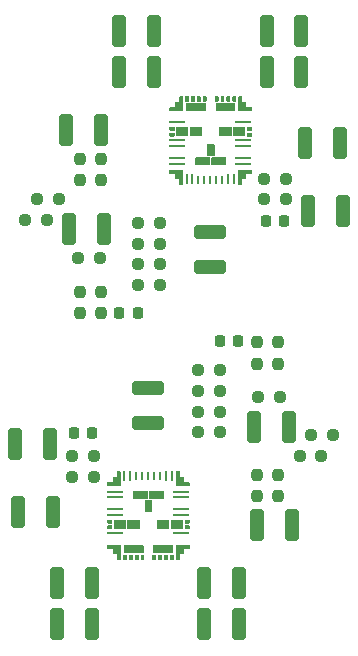
<source format=gbr>
%TF.GenerationSoftware,KiCad,Pcbnew,9.99.0-4546-gb76221958b*%
%TF.CreationDate,2025-12-28T23:01:28+05:30*%
%TF.ProjectId,universal-psu,756e6976-6572-4736-916c-2d7073752e6b,rev?*%
%TF.SameCoordinates,Original*%
%TF.FileFunction,Paste,Top*%
%TF.FilePolarity,Positive*%
%FSLAX46Y46*%
G04 Gerber Fmt 4.6, Leading zero omitted, Abs format (unit mm)*
G04 Created by KiCad (PCBNEW 9.99.0-4546-gb76221958b) date 2025-12-28 23:01:28*
%MOMM*%
%LPD*%
G01*
G04 APERTURE LIST*
G04 Aperture macros list*
%AMRoundRect*
0 Rectangle with rounded corners*
0 $1 Rounding radius*
0 $2 $3 $4 $5 $6 $7 $8 $9 X,Y pos of 4 corners*
0 Add a 4 corners polygon primitive as box body*
4,1,4,$2,$3,$4,$5,$6,$7,$8,$9,$2,$3,0*
0 Add four circle primitives for the rounded corners*
1,1,$1+$1,$2,$3*
1,1,$1+$1,$4,$5*
1,1,$1+$1,$6,$7*
1,1,$1+$1,$8,$9*
0 Add four rect primitives between the rounded corners*
20,1,$1+$1,$2,$3,$4,$5,0*
20,1,$1+$1,$4,$5,$6,$7,0*
20,1,$1+$1,$6,$7,$8,$9,0*
20,1,$1+$1,$8,$9,$2,$3,0*%
G04 Aperture macros list end*
%ADD10C,0.010000*%
%ADD11RoundRect,0.225000X-0.225000X-0.250000X0.225000X-0.250000X0.225000X0.250000X-0.225000X0.250000X0*%
%ADD12RoundRect,0.250000X-0.325000X-1.100000X0.325000X-1.100000X0.325000X1.100000X-0.325000X1.100000X0*%
%ADD13RoundRect,0.050000X0.075000X-0.350000X0.075000X0.350000X-0.075000X0.350000X-0.075000X-0.350000X0*%
%ADD14RoundRect,0.050000X0.075000X-0.300000X0.075000X0.300000X-0.075000X0.300000X-0.075000X-0.300000X0*%
%ADD15RoundRect,0.050000X0.600000X-0.075000X0.600000X0.075000X-0.600000X0.075000X-0.600000X-0.075000X0*%
%ADD16RoundRect,0.237500X-0.250000X-0.237500X0.250000X-0.237500X0.250000X0.237500X-0.250000X0.237500X0*%
%ADD17RoundRect,0.237500X0.250000X0.237500X-0.250000X0.237500X-0.250000X-0.237500X0.250000X-0.237500X0*%
%ADD18RoundRect,0.250000X0.325000X1.100000X-0.325000X1.100000X-0.325000X-1.100000X0.325000X-1.100000X0*%
%ADD19RoundRect,0.050000X-0.075000X0.350000X-0.075000X-0.350000X0.075000X-0.350000X0.075000X0.350000X0*%
%ADD20RoundRect,0.050000X-0.075000X0.300000X-0.075000X-0.300000X0.075000X-0.300000X0.075000X0.300000X0*%
%ADD21RoundRect,0.050000X-0.600000X0.075000X-0.600000X-0.075000X0.600000X-0.075000X0.600000X0.075000X0*%
%ADD22RoundRect,0.237500X0.237500X-0.250000X0.237500X0.250000X-0.237500X0.250000X-0.237500X-0.250000X0*%
%ADD23RoundRect,0.250000X1.100000X-0.325000X1.100000X0.325000X-1.100000X0.325000X-1.100000X-0.325000X0*%
%ADD24RoundRect,0.237500X-0.237500X0.250000X-0.237500X-0.250000X0.237500X-0.250000X0.237500X0.250000X0*%
%ADD25RoundRect,0.250000X-1.100000X0.325000X-1.100000X-0.325000X1.100000X-0.325000X1.100000X0.325000X0*%
%ADD26RoundRect,0.225000X0.225000X0.250000X-0.225000X0.250000X-0.225000X-0.250000X0.225000X-0.250000X0*%
G04 APERTURE END LIST*
D10*
%TO.C,PS2*%
X127508000Y-42351000D02*
X127510000Y-42351000D01*
X127513000Y-42352000D01*
X127515000Y-42352000D01*
X127518000Y-42353000D01*
X127520000Y-42354000D01*
X127523000Y-42355000D01*
X127525000Y-42357000D01*
X127527000Y-42358000D01*
X127529000Y-42360000D01*
X127531000Y-42361000D01*
X127533000Y-42363000D01*
X127535000Y-42365000D01*
X127537000Y-42367000D01*
X127539000Y-42369000D01*
X127540000Y-42371000D01*
X127542000Y-42373000D01*
X127543000Y-42375000D01*
X127545000Y-42377000D01*
X127546000Y-42380000D01*
X127547000Y-42382000D01*
X127548000Y-42385000D01*
X127548000Y-42387000D01*
X127549000Y-42390000D01*
X127549000Y-42392000D01*
X127550000Y-42395000D01*
X127550000Y-42397000D01*
X127550000Y-42400000D01*
X127550000Y-42550000D01*
X127550000Y-42553000D01*
X127550000Y-42555000D01*
X127549000Y-42558000D01*
X127549000Y-42560000D01*
X127548000Y-42563000D01*
X127548000Y-42565000D01*
X127547000Y-42568000D01*
X127546000Y-42570000D01*
X127545000Y-42573000D01*
X127543000Y-42575000D01*
X127542000Y-42577000D01*
X127540000Y-42579000D01*
X127539000Y-42581000D01*
X127537000Y-42583000D01*
X127535000Y-42585000D01*
X127533000Y-42587000D01*
X127531000Y-42589000D01*
X127529000Y-42590000D01*
X127527000Y-42592000D01*
X127525000Y-42593000D01*
X127523000Y-42595000D01*
X127520000Y-42596000D01*
X127518000Y-42597000D01*
X127515000Y-42598000D01*
X127513000Y-42598000D01*
X127510000Y-42599000D01*
X127508000Y-42599000D01*
X127505000Y-42600000D01*
X127503000Y-42600000D01*
X127500000Y-42600000D01*
X127250000Y-42600000D01*
X127247000Y-42600000D01*
X127245000Y-42600000D01*
X127242000Y-42599000D01*
X127240000Y-42599000D01*
X127237000Y-42598000D01*
X127235000Y-42598000D01*
X127232000Y-42597000D01*
X127230000Y-42596000D01*
X127227000Y-42595000D01*
X127225000Y-42593000D01*
X127223000Y-42592000D01*
X127221000Y-42590000D01*
X127219000Y-42589000D01*
X127217000Y-42587000D01*
X127215000Y-42585000D01*
X127213000Y-42583000D01*
X127211000Y-42581000D01*
X127210000Y-42579000D01*
X127208000Y-42577000D01*
X127207000Y-42575000D01*
X127205000Y-42573000D01*
X127204000Y-42570000D01*
X127203000Y-42568000D01*
X127202000Y-42565000D01*
X127202000Y-42563000D01*
X127201000Y-42560000D01*
X127201000Y-42558000D01*
X127200000Y-42555000D01*
X127200000Y-42553000D01*
X127200000Y-42550000D01*
X127200000Y-42400000D01*
X127200000Y-42397000D01*
X127200000Y-42395000D01*
X127201000Y-42392000D01*
X127201000Y-42390000D01*
X127202000Y-42387000D01*
X127202000Y-42385000D01*
X127203000Y-42382000D01*
X127204000Y-42380000D01*
X127205000Y-42377000D01*
X127207000Y-42375000D01*
X127208000Y-42373000D01*
X127210000Y-42371000D01*
X127211000Y-42369000D01*
X127213000Y-42367000D01*
X127215000Y-42365000D01*
X127217000Y-42363000D01*
X127219000Y-42361000D01*
X127221000Y-42360000D01*
X127223000Y-42358000D01*
X127225000Y-42357000D01*
X127227000Y-42355000D01*
X127230000Y-42354000D01*
X127232000Y-42353000D01*
X127235000Y-42352000D01*
X127237000Y-42352000D01*
X127240000Y-42351000D01*
X127242000Y-42351000D01*
X127245000Y-42350000D01*
X127247000Y-42350000D01*
X127250000Y-42350000D01*
X127500000Y-42350000D01*
X127503000Y-42350000D01*
X127505000Y-42350000D01*
X127508000Y-42351000D01*
G36*
X127508000Y-42351000D02*
G01*
X127510000Y-42351000D01*
X127513000Y-42352000D01*
X127515000Y-42352000D01*
X127518000Y-42353000D01*
X127520000Y-42354000D01*
X127523000Y-42355000D01*
X127525000Y-42357000D01*
X127527000Y-42358000D01*
X127529000Y-42360000D01*
X127531000Y-42361000D01*
X127533000Y-42363000D01*
X127535000Y-42365000D01*
X127537000Y-42367000D01*
X127539000Y-42369000D01*
X127540000Y-42371000D01*
X127542000Y-42373000D01*
X127543000Y-42375000D01*
X127545000Y-42377000D01*
X127546000Y-42380000D01*
X127547000Y-42382000D01*
X127548000Y-42385000D01*
X127548000Y-42387000D01*
X127549000Y-42390000D01*
X127549000Y-42392000D01*
X127550000Y-42395000D01*
X127550000Y-42397000D01*
X127550000Y-42400000D01*
X127550000Y-42550000D01*
X127550000Y-42553000D01*
X127550000Y-42555000D01*
X127549000Y-42558000D01*
X127549000Y-42560000D01*
X127548000Y-42563000D01*
X127548000Y-42565000D01*
X127547000Y-42568000D01*
X127546000Y-42570000D01*
X127545000Y-42573000D01*
X127543000Y-42575000D01*
X127542000Y-42577000D01*
X127540000Y-42579000D01*
X127539000Y-42581000D01*
X127537000Y-42583000D01*
X127535000Y-42585000D01*
X127533000Y-42587000D01*
X127531000Y-42589000D01*
X127529000Y-42590000D01*
X127527000Y-42592000D01*
X127525000Y-42593000D01*
X127523000Y-42595000D01*
X127520000Y-42596000D01*
X127518000Y-42597000D01*
X127515000Y-42598000D01*
X127513000Y-42598000D01*
X127510000Y-42599000D01*
X127508000Y-42599000D01*
X127505000Y-42600000D01*
X127503000Y-42600000D01*
X127500000Y-42600000D01*
X127250000Y-42600000D01*
X127247000Y-42600000D01*
X127245000Y-42600000D01*
X127242000Y-42599000D01*
X127240000Y-42599000D01*
X127237000Y-42598000D01*
X127235000Y-42598000D01*
X127232000Y-42597000D01*
X127230000Y-42596000D01*
X127227000Y-42595000D01*
X127225000Y-42593000D01*
X127223000Y-42592000D01*
X127221000Y-42590000D01*
X127219000Y-42589000D01*
X127217000Y-42587000D01*
X127215000Y-42585000D01*
X127213000Y-42583000D01*
X127211000Y-42581000D01*
X127210000Y-42579000D01*
X127208000Y-42577000D01*
X127207000Y-42575000D01*
X127205000Y-42573000D01*
X127204000Y-42570000D01*
X127203000Y-42568000D01*
X127202000Y-42565000D01*
X127202000Y-42563000D01*
X127201000Y-42560000D01*
X127201000Y-42558000D01*
X127200000Y-42555000D01*
X127200000Y-42553000D01*
X127200000Y-42550000D01*
X127200000Y-42400000D01*
X127200000Y-42397000D01*
X127200000Y-42395000D01*
X127201000Y-42392000D01*
X127201000Y-42390000D01*
X127202000Y-42387000D01*
X127202000Y-42385000D01*
X127203000Y-42382000D01*
X127204000Y-42380000D01*
X127205000Y-42377000D01*
X127207000Y-42375000D01*
X127208000Y-42373000D01*
X127210000Y-42371000D01*
X127211000Y-42369000D01*
X127213000Y-42367000D01*
X127215000Y-42365000D01*
X127217000Y-42363000D01*
X127219000Y-42361000D01*
X127221000Y-42360000D01*
X127223000Y-42358000D01*
X127225000Y-42357000D01*
X127227000Y-42355000D01*
X127230000Y-42354000D01*
X127232000Y-42353000D01*
X127235000Y-42352000D01*
X127237000Y-42352000D01*
X127240000Y-42351000D01*
X127242000Y-42351000D01*
X127245000Y-42350000D01*
X127247000Y-42350000D01*
X127250000Y-42350000D01*
X127500000Y-42350000D01*
X127503000Y-42350000D01*
X127505000Y-42350000D01*
X127508000Y-42351000D01*
G37*
X127508000Y-42851000D02*
X127510000Y-42851000D01*
X127513000Y-42852000D01*
X127515000Y-42852000D01*
X127518000Y-42853000D01*
X127520000Y-42854000D01*
X127523000Y-42855000D01*
X127525000Y-42857000D01*
X127527000Y-42858000D01*
X127529000Y-42860000D01*
X127531000Y-42861000D01*
X127533000Y-42863000D01*
X127535000Y-42865000D01*
X127537000Y-42867000D01*
X127539000Y-42869000D01*
X127540000Y-42871000D01*
X127542000Y-42873000D01*
X127543000Y-42875000D01*
X127545000Y-42877000D01*
X127546000Y-42880000D01*
X127547000Y-42882000D01*
X127548000Y-42885000D01*
X127548000Y-42887000D01*
X127549000Y-42890000D01*
X127549000Y-42892000D01*
X127550000Y-42895000D01*
X127550000Y-42897000D01*
X127550000Y-42900000D01*
X127550000Y-43050000D01*
X127550000Y-43053000D01*
X127550000Y-43055000D01*
X127549000Y-43058000D01*
X127549000Y-43060000D01*
X127548000Y-43063000D01*
X127548000Y-43065000D01*
X127547000Y-43068000D01*
X127546000Y-43070000D01*
X127545000Y-43073000D01*
X127543000Y-43075000D01*
X127542000Y-43077000D01*
X127540000Y-43079000D01*
X127539000Y-43081000D01*
X127537000Y-43083000D01*
X127535000Y-43085000D01*
X127533000Y-43087000D01*
X127531000Y-43089000D01*
X127529000Y-43090000D01*
X127527000Y-43092000D01*
X127525000Y-43093000D01*
X127523000Y-43095000D01*
X127520000Y-43096000D01*
X127518000Y-43097000D01*
X127515000Y-43098000D01*
X127513000Y-43098000D01*
X127510000Y-43099000D01*
X127508000Y-43099000D01*
X127505000Y-43100000D01*
X127503000Y-43100000D01*
X127500000Y-43100000D01*
X127250000Y-43100000D01*
X127247000Y-43100000D01*
X127245000Y-43100000D01*
X127242000Y-43099000D01*
X127240000Y-43099000D01*
X127237000Y-43098000D01*
X127235000Y-43098000D01*
X127232000Y-43097000D01*
X127230000Y-43096000D01*
X127227000Y-43095000D01*
X127225000Y-43093000D01*
X127223000Y-43092000D01*
X127221000Y-43090000D01*
X127219000Y-43089000D01*
X127217000Y-43087000D01*
X127215000Y-43085000D01*
X127213000Y-43083000D01*
X127211000Y-43081000D01*
X127210000Y-43079000D01*
X127208000Y-43077000D01*
X127207000Y-43075000D01*
X127205000Y-43073000D01*
X127204000Y-43070000D01*
X127203000Y-43068000D01*
X127202000Y-43065000D01*
X127202000Y-43063000D01*
X127201000Y-43060000D01*
X127201000Y-43058000D01*
X127200000Y-43055000D01*
X127200000Y-43053000D01*
X127200000Y-43050000D01*
X127200000Y-42900000D01*
X127200000Y-42897000D01*
X127200000Y-42895000D01*
X127201000Y-42892000D01*
X127201000Y-42890000D01*
X127202000Y-42887000D01*
X127202000Y-42885000D01*
X127203000Y-42882000D01*
X127204000Y-42880000D01*
X127205000Y-42877000D01*
X127207000Y-42875000D01*
X127208000Y-42873000D01*
X127210000Y-42871000D01*
X127211000Y-42869000D01*
X127213000Y-42867000D01*
X127215000Y-42865000D01*
X127217000Y-42863000D01*
X127219000Y-42861000D01*
X127221000Y-42860000D01*
X127223000Y-42858000D01*
X127225000Y-42857000D01*
X127227000Y-42855000D01*
X127230000Y-42854000D01*
X127232000Y-42853000D01*
X127235000Y-42852000D01*
X127237000Y-42852000D01*
X127240000Y-42851000D01*
X127242000Y-42851000D01*
X127245000Y-42850000D01*
X127247000Y-42850000D01*
X127250000Y-42850000D01*
X127500000Y-42850000D01*
X127503000Y-42850000D01*
X127505000Y-42850000D01*
X127508000Y-42851000D01*
G36*
X127508000Y-42851000D02*
G01*
X127510000Y-42851000D01*
X127513000Y-42852000D01*
X127515000Y-42852000D01*
X127518000Y-42853000D01*
X127520000Y-42854000D01*
X127523000Y-42855000D01*
X127525000Y-42857000D01*
X127527000Y-42858000D01*
X127529000Y-42860000D01*
X127531000Y-42861000D01*
X127533000Y-42863000D01*
X127535000Y-42865000D01*
X127537000Y-42867000D01*
X127539000Y-42869000D01*
X127540000Y-42871000D01*
X127542000Y-42873000D01*
X127543000Y-42875000D01*
X127545000Y-42877000D01*
X127546000Y-42880000D01*
X127547000Y-42882000D01*
X127548000Y-42885000D01*
X127548000Y-42887000D01*
X127549000Y-42890000D01*
X127549000Y-42892000D01*
X127550000Y-42895000D01*
X127550000Y-42897000D01*
X127550000Y-42900000D01*
X127550000Y-43050000D01*
X127550000Y-43053000D01*
X127550000Y-43055000D01*
X127549000Y-43058000D01*
X127549000Y-43060000D01*
X127548000Y-43063000D01*
X127548000Y-43065000D01*
X127547000Y-43068000D01*
X127546000Y-43070000D01*
X127545000Y-43073000D01*
X127543000Y-43075000D01*
X127542000Y-43077000D01*
X127540000Y-43079000D01*
X127539000Y-43081000D01*
X127537000Y-43083000D01*
X127535000Y-43085000D01*
X127533000Y-43087000D01*
X127531000Y-43089000D01*
X127529000Y-43090000D01*
X127527000Y-43092000D01*
X127525000Y-43093000D01*
X127523000Y-43095000D01*
X127520000Y-43096000D01*
X127518000Y-43097000D01*
X127515000Y-43098000D01*
X127513000Y-43098000D01*
X127510000Y-43099000D01*
X127508000Y-43099000D01*
X127505000Y-43100000D01*
X127503000Y-43100000D01*
X127500000Y-43100000D01*
X127250000Y-43100000D01*
X127247000Y-43100000D01*
X127245000Y-43100000D01*
X127242000Y-43099000D01*
X127240000Y-43099000D01*
X127237000Y-43098000D01*
X127235000Y-43098000D01*
X127232000Y-43097000D01*
X127230000Y-43096000D01*
X127227000Y-43095000D01*
X127225000Y-43093000D01*
X127223000Y-43092000D01*
X127221000Y-43090000D01*
X127219000Y-43089000D01*
X127217000Y-43087000D01*
X127215000Y-43085000D01*
X127213000Y-43083000D01*
X127211000Y-43081000D01*
X127210000Y-43079000D01*
X127208000Y-43077000D01*
X127207000Y-43075000D01*
X127205000Y-43073000D01*
X127204000Y-43070000D01*
X127203000Y-43068000D01*
X127202000Y-43065000D01*
X127202000Y-43063000D01*
X127201000Y-43060000D01*
X127201000Y-43058000D01*
X127200000Y-43055000D01*
X127200000Y-43053000D01*
X127200000Y-43050000D01*
X127200000Y-42900000D01*
X127200000Y-42897000D01*
X127200000Y-42895000D01*
X127201000Y-42892000D01*
X127201000Y-42890000D01*
X127202000Y-42887000D01*
X127202000Y-42885000D01*
X127203000Y-42882000D01*
X127204000Y-42880000D01*
X127205000Y-42877000D01*
X127207000Y-42875000D01*
X127208000Y-42873000D01*
X127210000Y-42871000D01*
X127211000Y-42869000D01*
X127213000Y-42867000D01*
X127215000Y-42865000D01*
X127217000Y-42863000D01*
X127219000Y-42861000D01*
X127221000Y-42860000D01*
X127223000Y-42858000D01*
X127225000Y-42857000D01*
X127227000Y-42855000D01*
X127230000Y-42854000D01*
X127232000Y-42853000D01*
X127235000Y-42852000D01*
X127237000Y-42852000D01*
X127240000Y-42851000D01*
X127242000Y-42851000D01*
X127245000Y-42850000D01*
X127247000Y-42850000D01*
X127250000Y-42850000D01*
X127500000Y-42850000D01*
X127503000Y-42850000D01*
X127505000Y-42850000D01*
X127508000Y-42851000D01*
G37*
X128733000Y-39776000D02*
X128735000Y-39776000D01*
X128738000Y-39777000D01*
X128740000Y-39777000D01*
X128743000Y-39778000D01*
X128745000Y-39779000D01*
X128748000Y-39780000D01*
X128750000Y-39782000D01*
X128752000Y-39783000D01*
X128754000Y-39785000D01*
X128756000Y-39786000D01*
X128758000Y-39788000D01*
X128760000Y-39790000D01*
X128762000Y-39792000D01*
X128764000Y-39794000D01*
X128765000Y-39796000D01*
X128767000Y-39798000D01*
X128768000Y-39800000D01*
X128770000Y-39802000D01*
X128771000Y-39805000D01*
X128772000Y-39807000D01*
X128773000Y-39810000D01*
X128773000Y-39812000D01*
X128774000Y-39815000D01*
X128774000Y-39817000D01*
X128775000Y-39820000D01*
X128775000Y-39822000D01*
X128775000Y-39825000D01*
X128775000Y-40075000D01*
X128775000Y-40078000D01*
X128775000Y-40080000D01*
X128774000Y-40083000D01*
X128774000Y-40085000D01*
X128773000Y-40088000D01*
X128773000Y-40090000D01*
X128772000Y-40093000D01*
X128771000Y-40095000D01*
X128770000Y-40098000D01*
X128768000Y-40100000D01*
X128767000Y-40102000D01*
X128765000Y-40104000D01*
X128764000Y-40106000D01*
X128762000Y-40108000D01*
X128760000Y-40110000D01*
X128758000Y-40112000D01*
X128756000Y-40114000D01*
X128754000Y-40115000D01*
X128752000Y-40117000D01*
X128750000Y-40118000D01*
X128748000Y-40120000D01*
X128745000Y-40121000D01*
X128743000Y-40122000D01*
X128740000Y-40123000D01*
X128738000Y-40123000D01*
X128735000Y-40124000D01*
X128733000Y-40124000D01*
X128730000Y-40125000D01*
X128728000Y-40125000D01*
X128725000Y-40125000D01*
X128575000Y-40125000D01*
X128572000Y-40125000D01*
X128570000Y-40125000D01*
X128567000Y-40124000D01*
X128565000Y-40124000D01*
X128562000Y-40123000D01*
X128560000Y-40123000D01*
X128557000Y-40122000D01*
X128555000Y-40121000D01*
X128552000Y-40120000D01*
X128550000Y-40118000D01*
X128548000Y-40117000D01*
X128546000Y-40115000D01*
X128544000Y-40114000D01*
X128542000Y-40112000D01*
X128540000Y-40110000D01*
X128538000Y-40108000D01*
X128536000Y-40106000D01*
X128535000Y-40104000D01*
X128533000Y-40102000D01*
X128532000Y-40100000D01*
X128530000Y-40098000D01*
X128529000Y-40095000D01*
X128528000Y-40093000D01*
X128527000Y-40090000D01*
X128527000Y-40088000D01*
X128526000Y-40085000D01*
X128526000Y-40083000D01*
X128525000Y-40080000D01*
X128525000Y-40078000D01*
X128525000Y-40075000D01*
X128525000Y-39825000D01*
X128525000Y-39822000D01*
X128525000Y-39820000D01*
X128526000Y-39817000D01*
X128526000Y-39815000D01*
X128527000Y-39812000D01*
X128527000Y-39810000D01*
X128528000Y-39807000D01*
X128529000Y-39805000D01*
X128530000Y-39802000D01*
X128532000Y-39800000D01*
X128533000Y-39798000D01*
X128535000Y-39796000D01*
X128536000Y-39794000D01*
X128538000Y-39792000D01*
X128540000Y-39790000D01*
X128542000Y-39788000D01*
X128544000Y-39786000D01*
X128546000Y-39785000D01*
X128548000Y-39783000D01*
X128550000Y-39782000D01*
X128552000Y-39780000D01*
X128555000Y-39779000D01*
X128557000Y-39778000D01*
X128560000Y-39777000D01*
X128562000Y-39777000D01*
X128565000Y-39776000D01*
X128567000Y-39776000D01*
X128570000Y-39775000D01*
X128572000Y-39775000D01*
X128575000Y-39775000D01*
X128725000Y-39775000D01*
X128728000Y-39775000D01*
X128730000Y-39775000D01*
X128733000Y-39776000D01*
G36*
X128733000Y-39776000D02*
G01*
X128735000Y-39776000D01*
X128738000Y-39777000D01*
X128740000Y-39777000D01*
X128743000Y-39778000D01*
X128745000Y-39779000D01*
X128748000Y-39780000D01*
X128750000Y-39782000D01*
X128752000Y-39783000D01*
X128754000Y-39785000D01*
X128756000Y-39786000D01*
X128758000Y-39788000D01*
X128760000Y-39790000D01*
X128762000Y-39792000D01*
X128764000Y-39794000D01*
X128765000Y-39796000D01*
X128767000Y-39798000D01*
X128768000Y-39800000D01*
X128770000Y-39802000D01*
X128771000Y-39805000D01*
X128772000Y-39807000D01*
X128773000Y-39810000D01*
X128773000Y-39812000D01*
X128774000Y-39815000D01*
X128774000Y-39817000D01*
X128775000Y-39820000D01*
X128775000Y-39822000D01*
X128775000Y-39825000D01*
X128775000Y-40075000D01*
X128775000Y-40078000D01*
X128775000Y-40080000D01*
X128774000Y-40083000D01*
X128774000Y-40085000D01*
X128773000Y-40088000D01*
X128773000Y-40090000D01*
X128772000Y-40093000D01*
X128771000Y-40095000D01*
X128770000Y-40098000D01*
X128768000Y-40100000D01*
X128767000Y-40102000D01*
X128765000Y-40104000D01*
X128764000Y-40106000D01*
X128762000Y-40108000D01*
X128760000Y-40110000D01*
X128758000Y-40112000D01*
X128756000Y-40114000D01*
X128754000Y-40115000D01*
X128752000Y-40117000D01*
X128750000Y-40118000D01*
X128748000Y-40120000D01*
X128745000Y-40121000D01*
X128743000Y-40122000D01*
X128740000Y-40123000D01*
X128738000Y-40123000D01*
X128735000Y-40124000D01*
X128733000Y-40124000D01*
X128730000Y-40125000D01*
X128728000Y-40125000D01*
X128725000Y-40125000D01*
X128575000Y-40125000D01*
X128572000Y-40125000D01*
X128570000Y-40125000D01*
X128567000Y-40124000D01*
X128565000Y-40124000D01*
X128562000Y-40123000D01*
X128560000Y-40123000D01*
X128557000Y-40122000D01*
X128555000Y-40121000D01*
X128552000Y-40120000D01*
X128550000Y-40118000D01*
X128548000Y-40117000D01*
X128546000Y-40115000D01*
X128544000Y-40114000D01*
X128542000Y-40112000D01*
X128540000Y-40110000D01*
X128538000Y-40108000D01*
X128536000Y-40106000D01*
X128535000Y-40104000D01*
X128533000Y-40102000D01*
X128532000Y-40100000D01*
X128530000Y-40098000D01*
X128529000Y-40095000D01*
X128528000Y-40093000D01*
X128527000Y-40090000D01*
X128527000Y-40088000D01*
X128526000Y-40085000D01*
X128526000Y-40083000D01*
X128525000Y-40080000D01*
X128525000Y-40078000D01*
X128525000Y-40075000D01*
X128525000Y-39825000D01*
X128525000Y-39822000D01*
X128525000Y-39820000D01*
X128526000Y-39817000D01*
X128526000Y-39815000D01*
X128527000Y-39812000D01*
X128527000Y-39810000D01*
X128528000Y-39807000D01*
X128529000Y-39805000D01*
X128530000Y-39802000D01*
X128532000Y-39800000D01*
X128533000Y-39798000D01*
X128535000Y-39796000D01*
X128536000Y-39794000D01*
X128538000Y-39792000D01*
X128540000Y-39790000D01*
X128542000Y-39788000D01*
X128544000Y-39786000D01*
X128546000Y-39785000D01*
X128548000Y-39783000D01*
X128550000Y-39782000D01*
X128552000Y-39780000D01*
X128555000Y-39779000D01*
X128557000Y-39778000D01*
X128560000Y-39777000D01*
X128562000Y-39777000D01*
X128565000Y-39776000D01*
X128567000Y-39776000D01*
X128570000Y-39775000D01*
X128572000Y-39775000D01*
X128575000Y-39775000D01*
X128725000Y-39775000D01*
X128728000Y-39775000D01*
X128730000Y-39775000D01*
X128733000Y-39776000D01*
G37*
X128668000Y-42371000D02*
X128670000Y-42371000D01*
X128673000Y-42372000D01*
X128675000Y-42372000D01*
X128678000Y-42373000D01*
X128680000Y-42374000D01*
X128683000Y-42375000D01*
X128685000Y-42377000D01*
X128687000Y-42378000D01*
X128689000Y-42380000D01*
X128691000Y-42381000D01*
X128693000Y-42383000D01*
X128695000Y-42385000D01*
X128697000Y-42387000D01*
X128699000Y-42389000D01*
X128700000Y-42391000D01*
X128702000Y-42393000D01*
X128703000Y-42395000D01*
X128705000Y-42397000D01*
X128706000Y-42400000D01*
X128707000Y-42402000D01*
X128708000Y-42405000D01*
X128708000Y-42407000D01*
X128709000Y-42410000D01*
X128709000Y-42412000D01*
X128710000Y-42415000D01*
X128710000Y-42417000D01*
X128710000Y-42420000D01*
X128710000Y-43030000D01*
X128710000Y-43033000D01*
X128710000Y-43035000D01*
X128709000Y-43038000D01*
X128709000Y-43040000D01*
X128708000Y-43043000D01*
X128708000Y-43045000D01*
X128707000Y-43048000D01*
X128706000Y-43050000D01*
X128705000Y-43053000D01*
X128703000Y-43055000D01*
X128702000Y-43057000D01*
X128700000Y-43059000D01*
X128699000Y-43061000D01*
X128697000Y-43063000D01*
X128695000Y-43065000D01*
X128693000Y-43067000D01*
X128691000Y-43069000D01*
X128689000Y-43070000D01*
X128687000Y-43072000D01*
X128685000Y-43073000D01*
X128683000Y-43075000D01*
X128680000Y-43076000D01*
X128678000Y-43077000D01*
X128675000Y-43078000D01*
X128673000Y-43078000D01*
X128670000Y-43079000D01*
X128668000Y-43079000D01*
X128665000Y-43080000D01*
X128663000Y-43080000D01*
X128660000Y-43080000D01*
X127800000Y-43080000D01*
X127797000Y-43080000D01*
X127795000Y-43080000D01*
X127792000Y-43079000D01*
X127790000Y-43079000D01*
X127787000Y-43078000D01*
X127785000Y-43078000D01*
X127782000Y-43077000D01*
X127780000Y-43076000D01*
X127777000Y-43075000D01*
X127775000Y-43073000D01*
X127773000Y-43072000D01*
X127771000Y-43070000D01*
X127769000Y-43069000D01*
X127767000Y-43067000D01*
X127765000Y-43065000D01*
X127763000Y-43063000D01*
X127761000Y-43061000D01*
X127760000Y-43059000D01*
X127758000Y-43057000D01*
X127757000Y-43055000D01*
X127755000Y-43053000D01*
X127754000Y-43050000D01*
X127753000Y-43048000D01*
X127752000Y-43045000D01*
X127752000Y-43043000D01*
X127751000Y-43040000D01*
X127751000Y-43038000D01*
X127750000Y-43035000D01*
X127750000Y-43033000D01*
X127750000Y-43030000D01*
X127750000Y-42420000D01*
X127750000Y-42417000D01*
X127750000Y-42415000D01*
X127751000Y-42412000D01*
X127751000Y-42410000D01*
X127752000Y-42407000D01*
X127752000Y-42405000D01*
X127753000Y-42402000D01*
X127754000Y-42400000D01*
X127755000Y-42397000D01*
X127757000Y-42395000D01*
X127758000Y-42393000D01*
X127760000Y-42391000D01*
X127761000Y-42389000D01*
X127763000Y-42387000D01*
X127765000Y-42385000D01*
X127767000Y-42383000D01*
X127769000Y-42381000D01*
X127771000Y-42380000D01*
X127773000Y-42378000D01*
X127775000Y-42377000D01*
X127777000Y-42375000D01*
X127780000Y-42374000D01*
X127782000Y-42373000D01*
X127785000Y-42372000D01*
X127787000Y-42372000D01*
X127790000Y-42371000D01*
X127792000Y-42371000D01*
X127795000Y-42370000D01*
X127797000Y-42370000D01*
X127800000Y-42370000D01*
X128660000Y-42370000D01*
X128663000Y-42370000D01*
X128665000Y-42370000D01*
X128668000Y-42371000D01*
G36*
X128668000Y-42371000D02*
G01*
X128670000Y-42371000D01*
X128673000Y-42372000D01*
X128675000Y-42372000D01*
X128678000Y-42373000D01*
X128680000Y-42374000D01*
X128683000Y-42375000D01*
X128685000Y-42377000D01*
X128687000Y-42378000D01*
X128689000Y-42380000D01*
X128691000Y-42381000D01*
X128693000Y-42383000D01*
X128695000Y-42385000D01*
X128697000Y-42387000D01*
X128699000Y-42389000D01*
X128700000Y-42391000D01*
X128702000Y-42393000D01*
X128703000Y-42395000D01*
X128705000Y-42397000D01*
X128706000Y-42400000D01*
X128707000Y-42402000D01*
X128708000Y-42405000D01*
X128708000Y-42407000D01*
X128709000Y-42410000D01*
X128709000Y-42412000D01*
X128710000Y-42415000D01*
X128710000Y-42417000D01*
X128710000Y-42420000D01*
X128710000Y-43030000D01*
X128710000Y-43033000D01*
X128710000Y-43035000D01*
X128709000Y-43038000D01*
X128709000Y-43040000D01*
X128708000Y-43043000D01*
X128708000Y-43045000D01*
X128707000Y-43048000D01*
X128706000Y-43050000D01*
X128705000Y-43053000D01*
X128703000Y-43055000D01*
X128702000Y-43057000D01*
X128700000Y-43059000D01*
X128699000Y-43061000D01*
X128697000Y-43063000D01*
X128695000Y-43065000D01*
X128693000Y-43067000D01*
X128691000Y-43069000D01*
X128689000Y-43070000D01*
X128687000Y-43072000D01*
X128685000Y-43073000D01*
X128683000Y-43075000D01*
X128680000Y-43076000D01*
X128678000Y-43077000D01*
X128675000Y-43078000D01*
X128673000Y-43078000D01*
X128670000Y-43079000D01*
X128668000Y-43079000D01*
X128665000Y-43080000D01*
X128663000Y-43080000D01*
X128660000Y-43080000D01*
X127800000Y-43080000D01*
X127797000Y-43080000D01*
X127795000Y-43080000D01*
X127792000Y-43079000D01*
X127790000Y-43079000D01*
X127787000Y-43078000D01*
X127785000Y-43078000D01*
X127782000Y-43077000D01*
X127780000Y-43076000D01*
X127777000Y-43075000D01*
X127775000Y-43073000D01*
X127773000Y-43072000D01*
X127771000Y-43070000D01*
X127769000Y-43069000D01*
X127767000Y-43067000D01*
X127765000Y-43065000D01*
X127763000Y-43063000D01*
X127761000Y-43061000D01*
X127760000Y-43059000D01*
X127758000Y-43057000D01*
X127757000Y-43055000D01*
X127755000Y-43053000D01*
X127754000Y-43050000D01*
X127753000Y-43048000D01*
X127752000Y-43045000D01*
X127752000Y-43043000D01*
X127751000Y-43040000D01*
X127751000Y-43038000D01*
X127750000Y-43035000D01*
X127750000Y-43033000D01*
X127750000Y-43030000D01*
X127750000Y-42420000D01*
X127750000Y-42417000D01*
X127750000Y-42415000D01*
X127751000Y-42412000D01*
X127751000Y-42410000D01*
X127752000Y-42407000D01*
X127752000Y-42405000D01*
X127753000Y-42402000D01*
X127754000Y-42400000D01*
X127755000Y-42397000D01*
X127757000Y-42395000D01*
X127758000Y-42393000D01*
X127760000Y-42391000D01*
X127761000Y-42389000D01*
X127763000Y-42387000D01*
X127765000Y-42385000D01*
X127767000Y-42383000D01*
X127769000Y-42381000D01*
X127771000Y-42380000D01*
X127773000Y-42378000D01*
X127775000Y-42377000D01*
X127777000Y-42375000D01*
X127780000Y-42374000D01*
X127782000Y-42373000D01*
X127785000Y-42372000D01*
X127787000Y-42372000D01*
X127790000Y-42371000D01*
X127792000Y-42371000D01*
X127795000Y-42370000D01*
X127797000Y-42370000D01*
X127800000Y-42370000D01*
X128660000Y-42370000D01*
X128663000Y-42370000D01*
X128665000Y-42370000D01*
X128668000Y-42371000D01*
G37*
X129828000Y-42371000D02*
X129830000Y-42371000D01*
X129833000Y-42372000D01*
X129835000Y-42372000D01*
X129838000Y-42373000D01*
X129840000Y-42374000D01*
X129843000Y-42375000D01*
X129845000Y-42377000D01*
X129847000Y-42378000D01*
X129849000Y-42380000D01*
X129851000Y-42381000D01*
X129853000Y-42383000D01*
X129855000Y-42385000D01*
X129857000Y-42387000D01*
X129859000Y-42389000D01*
X129860000Y-42391000D01*
X129862000Y-42393000D01*
X129863000Y-42395000D01*
X129865000Y-42397000D01*
X129866000Y-42400000D01*
X129867000Y-42402000D01*
X129868000Y-42405000D01*
X129868000Y-42407000D01*
X129869000Y-42410000D01*
X129869000Y-42412000D01*
X129870000Y-42415000D01*
X129870000Y-42417000D01*
X129870000Y-42420000D01*
X129870000Y-43030000D01*
X129870000Y-43033000D01*
X129870000Y-43035000D01*
X129869000Y-43038000D01*
X129869000Y-43040000D01*
X129868000Y-43043000D01*
X129868000Y-43045000D01*
X129867000Y-43048000D01*
X129866000Y-43050000D01*
X129865000Y-43053000D01*
X129863000Y-43055000D01*
X129862000Y-43057000D01*
X129860000Y-43059000D01*
X129859000Y-43061000D01*
X129857000Y-43063000D01*
X129855000Y-43065000D01*
X129853000Y-43067000D01*
X129851000Y-43069000D01*
X129849000Y-43070000D01*
X129847000Y-43072000D01*
X129845000Y-43073000D01*
X129843000Y-43075000D01*
X129840000Y-43076000D01*
X129838000Y-43077000D01*
X129835000Y-43078000D01*
X129833000Y-43078000D01*
X129830000Y-43079000D01*
X129828000Y-43079000D01*
X129825000Y-43080000D01*
X129823000Y-43080000D01*
X129820000Y-43080000D01*
X128960000Y-43080000D01*
X128957000Y-43080000D01*
X128955000Y-43080000D01*
X128952000Y-43079000D01*
X128950000Y-43079000D01*
X128947000Y-43078000D01*
X128945000Y-43078000D01*
X128942000Y-43077000D01*
X128940000Y-43076000D01*
X128937000Y-43075000D01*
X128935000Y-43073000D01*
X128933000Y-43072000D01*
X128931000Y-43070000D01*
X128929000Y-43069000D01*
X128927000Y-43067000D01*
X128925000Y-43065000D01*
X128923000Y-43063000D01*
X128921000Y-43061000D01*
X128920000Y-43059000D01*
X128918000Y-43057000D01*
X128917000Y-43055000D01*
X128915000Y-43053000D01*
X128914000Y-43050000D01*
X128913000Y-43048000D01*
X128912000Y-43045000D01*
X128912000Y-43043000D01*
X128911000Y-43040000D01*
X128911000Y-43038000D01*
X128910000Y-43035000D01*
X128910000Y-43033000D01*
X128910000Y-43030000D01*
X128910000Y-42420000D01*
X128910000Y-42417000D01*
X128910000Y-42415000D01*
X128911000Y-42412000D01*
X128911000Y-42410000D01*
X128912000Y-42407000D01*
X128912000Y-42405000D01*
X128913000Y-42402000D01*
X128914000Y-42400000D01*
X128915000Y-42397000D01*
X128917000Y-42395000D01*
X128918000Y-42393000D01*
X128920000Y-42391000D01*
X128921000Y-42389000D01*
X128923000Y-42387000D01*
X128925000Y-42385000D01*
X128927000Y-42383000D01*
X128929000Y-42381000D01*
X128931000Y-42380000D01*
X128933000Y-42378000D01*
X128935000Y-42377000D01*
X128937000Y-42375000D01*
X128940000Y-42374000D01*
X128942000Y-42373000D01*
X128945000Y-42372000D01*
X128947000Y-42372000D01*
X128950000Y-42371000D01*
X128952000Y-42371000D01*
X128955000Y-42370000D01*
X128957000Y-42370000D01*
X128960000Y-42370000D01*
X129820000Y-42370000D01*
X129823000Y-42370000D01*
X129825000Y-42370000D01*
X129828000Y-42371000D01*
G36*
X129828000Y-42371000D02*
G01*
X129830000Y-42371000D01*
X129833000Y-42372000D01*
X129835000Y-42372000D01*
X129838000Y-42373000D01*
X129840000Y-42374000D01*
X129843000Y-42375000D01*
X129845000Y-42377000D01*
X129847000Y-42378000D01*
X129849000Y-42380000D01*
X129851000Y-42381000D01*
X129853000Y-42383000D01*
X129855000Y-42385000D01*
X129857000Y-42387000D01*
X129859000Y-42389000D01*
X129860000Y-42391000D01*
X129862000Y-42393000D01*
X129863000Y-42395000D01*
X129865000Y-42397000D01*
X129866000Y-42400000D01*
X129867000Y-42402000D01*
X129868000Y-42405000D01*
X129868000Y-42407000D01*
X129869000Y-42410000D01*
X129869000Y-42412000D01*
X129870000Y-42415000D01*
X129870000Y-42417000D01*
X129870000Y-42420000D01*
X129870000Y-43030000D01*
X129870000Y-43033000D01*
X129870000Y-43035000D01*
X129869000Y-43038000D01*
X129869000Y-43040000D01*
X129868000Y-43043000D01*
X129868000Y-43045000D01*
X129867000Y-43048000D01*
X129866000Y-43050000D01*
X129865000Y-43053000D01*
X129863000Y-43055000D01*
X129862000Y-43057000D01*
X129860000Y-43059000D01*
X129859000Y-43061000D01*
X129857000Y-43063000D01*
X129855000Y-43065000D01*
X129853000Y-43067000D01*
X129851000Y-43069000D01*
X129849000Y-43070000D01*
X129847000Y-43072000D01*
X129845000Y-43073000D01*
X129843000Y-43075000D01*
X129840000Y-43076000D01*
X129838000Y-43077000D01*
X129835000Y-43078000D01*
X129833000Y-43078000D01*
X129830000Y-43079000D01*
X129828000Y-43079000D01*
X129825000Y-43080000D01*
X129823000Y-43080000D01*
X129820000Y-43080000D01*
X128960000Y-43080000D01*
X128957000Y-43080000D01*
X128955000Y-43080000D01*
X128952000Y-43079000D01*
X128950000Y-43079000D01*
X128947000Y-43078000D01*
X128945000Y-43078000D01*
X128942000Y-43077000D01*
X128940000Y-43076000D01*
X128937000Y-43075000D01*
X128935000Y-43073000D01*
X128933000Y-43072000D01*
X128931000Y-43070000D01*
X128929000Y-43069000D01*
X128927000Y-43067000D01*
X128925000Y-43065000D01*
X128923000Y-43063000D01*
X128921000Y-43061000D01*
X128920000Y-43059000D01*
X128918000Y-43057000D01*
X128917000Y-43055000D01*
X128915000Y-43053000D01*
X128914000Y-43050000D01*
X128913000Y-43048000D01*
X128912000Y-43045000D01*
X128912000Y-43043000D01*
X128911000Y-43040000D01*
X128911000Y-43038000D01*
X128910000Y-43035000D01*
X128910000Y-43033000D01*
X128910000Y-43030000D01*
X128910000Y-42420000D01*
X128910000Y-42417000D01*
X128910000Y-42415000D01*
X128911000Y-42412000D01*
X128911000Y-42410000D01*
X128912000Y-42407000D01*
X128912000Y-42405000D01*
X128913000Y-42402000D01*
X128914000Y-42400000D01*
X128915000Y-42397000D01*
X128917000Y-42395000D01*
X128918000Y-42393000D01*
X128920000Y-42391000D01*
X128921000Y-42389000D01*
X128923000Y-42387000D01*
X128925000Y-42385000D01*
X128927000Y-42383000D01*
X128929000Y-42381000D01*
X128931000Y-42380000D01*
X128933000Y-42378000D01*
X128935000Y-42377000D01*
X128937000Y-42375000D01*
X128940000Y-42374000D01*
X128942000Y-42373000D01*
X128945000Y-42372000D01*
X128947000Y-42372000D01*
X128950000Y-42371000D01*
X128952000Y-42371000D01*
X128955000Y-42370000D01*
X128957000Y-42370000D01*
X128960000Y-42370000D01*
X129820000Y-42370000D01*
X129823000Y-42370000D01*
X129825000Y-42370000D01*
X129828000Y-42371000D01*
G37*
X129233000Y-39776000D02*
X129235000Y-39776000D01*
X129238000Y-39777000D01*
X129240000Y-39777000D01*
X129243000Y-39778000D01*
X129245000Y-39779000D01*
X129248000Y-39780000D01*
X129250000Y-39782000D01*
X129252000Y-39783000D01*
X129254000Y-39785000D01*
X129256000Y-39786000D01*
X129258000Y-39788000D01*
X129260000Y-39790000D01*
X129262000Y-39792000D01*
X129264000Y-39794000D01*
X129265000Y-39796000D01*
X129267000Y-39798000D01*
X129268000Y-39800000D01*
X129270000Y-39802000D01*
X129271000Y-39805000D01*
X129272000Y-39807000D01*
X129273000Y-39810000D01*
X129273000Y-39812000D01*
X129274000Y-39815000D01*
X129274000Y-39817000D01*
X129275000Y-39820000D01*
X129275000Y-39822000D01*
X129275000Y-39825000D01*
X129275000Y-40075000D01*
X129275000Y-40078000D01*
X129275000Y-40080000D01*
X129274000Y-40083000D01*
X129274000Y-40085000D01*
X129273000Y-40088000D01*
X129273000Y-40090000D01*
X129272000Y-40093000D01*
X129271000Y-40095000D01*
X129270000Y-40098000D01*
X129268000Y-40100000D01*
X129267000Y-40102000D01*
X129265000Y-40104000D01*
X129264000Y-40106000D01*
X129262000Y-40108000D01*
X129260000Y-40110000D01*
X129258000Y-40112000D01*
X129256000Y-40114000D01*
X129254000Y-40115000D01*
X129252000Y-40117000D01*
X129250000Y-40118000D01*
X129248000Y-40120000D01*
X129245000Y-40121000D01*
X129243000Y-40122000D01*
X129240000Y-40123000D01*
X129238000Y-40123000D01*
X129235000Y-40124000D01*
X129233000Y-40124000D01*
X129230000Y-40125000D01*
X129228000Y-40125000D01*
X129225000Y-40125000D01*
X129075000Y-40125000D01*
X129072000Y-40125000D01*
X129070000Y-40125000D01*
X129067000Y-40124000D01*
X129065000Y-40124000D01*
X129062000Y-40123000D01*
X129060000Y-40123000D01*
X129057000Y-40122000D01*
X129055000Y-40121000D01*
X129052000Y-40120000D01*
X129050000Y-40118000D01*
X129048000Y-40117000D01*
X129046000Y-40115000D01*
X129044000Y-40114000D01*
X129042000Y-40112000D01*
X129040000Y-40110000D01*
X129038000Y-40108000D01*
X129036000Y-40106000D01*
X129035000Y-40104000D01*
X129033000Y-40102000D01*
X129032000Y-40100000D01*
X129030000Y-40098000D01*
X129029000Y-40095000D01*
X129028000Y-40093000D01*
X129027000Y-40090000D01*
X129027000Y-40088000D01*
X129026000Y-40085000D01*
X129026000Y-40083000D01*
X129025000Y-40080000D01*
X129025000Y-40078000D01*
X129025000Y-40075000D01*
X129025000Y-39825000D01*
X129025000Y-39822000D01*
X129025000Y-39820000D01*
X129026000Y-39817000D01*
X129026000Y-39815000D01*
X129027000Y-39812000D01*
X129027000Y-39810000D01*
X129028000Y-39807000D01*
X129029000Y-39805000D01*
X129030000Y-39802000D01*
X129032000Y-39800000D01*
X129033000Y-39798000D01*
X129035000Y-39796000D01*
X129036000Y-39794000D01*
X129038000Y-39792000D01*
X129040000Y-39790000D01*
X129042000Y-39788000D01*
X129044000Y-39786000D01*
X129046000Y-39785000D01*
X129048000Y-39783000D01*
X129050000Y-39782000D01*
X129052000Y-39780000D01*
X129055000Y-39779000D01*
X129057000Y-39778000D01*
X129060000Y-39777000D01*
X129062000Y-39777000D01*
X129065000Y-39776000D01*
X129067000Y-39776000D01*
X129070000Y-39775000D01*
X129072000Y-39775000D01*
X129075000Y-39775000D01*
X129225000Y-39775000D01*
X129228000Y-39775000D01*
X129230000Y-39775000D01*
X129233000Y-39776000D01*
G36*
X129233000Y-39776000D02*
G01*
X129235000Y-39776000D01*
X129238000Y-39777000D01*
X129240000Y-39777000D01*
X129243000Y-39778000D01*
X129245000Y-39779000D01*
X129248000Y-39780000D01*
X129250000Y-39782000D01*
X129252000Y-39783000D01*
X129254000Y-39785000D01*
X129256000Y-39786000D01*
X129258000Y-39788000D01*
X129260000Y-39790000D01*
X129262000Y-39792000D01*
X129264000Y-39794000D01*
X129265000Y-39796000D01*
X129267000Y-39798000D01*
X129268000Y-39800000D01*
X129270000Y-39802000D01*
X129271000Y-39805000D01*
X129272000Y-39807000D01*
X129273000Y-39810000D01*
X129273000Y-39812000D01*
X129274000Y-39815000D01*
X129274000Y-39817000D01*
X129275000Y-39820000D01*
X129275000Y-39822000D01*
X129275000Y-39825000D01*
X129275000Y-40075000D01*
X129275000Y-40078000D01*
X129275000Y-40080000D01*
X129274000Y-40083000D01*
X129274000Y-40085000D01*
X129273000Y-40088000D01*
X129273000Y-40090000D01*
X129272000Y-40093000D01*
X129271000Y-40095000D01*
X129270000Y-40098000D01*
X129268000Y-40100000D01*
X129267000Y-40102000D01*
X129265000Y-40104000D01*
X129264000Y-40106000D01*
X129262000Y-40108000D01*
X129260000Y-40110000D01*
X129258000Y-40112000D01*
X129256000Y-40114000D01*
X129254000Y-40115000D01*
X129252000Y-40117000D01*
X129250000Y-40118000D01*
X129248000Y-40120000D01*
X129245000Y-40121000D01*
X129243000Y-40122000D01*
X129240000Y-40123000D01*
X129238000Y-40123000D01*
X129235000Y-40124000D01*
X129233000Y-40124000D01*
X129230000Y-40125000D01*
X129228000Y-40125000D01*
X129225000Y-40125000D01*
X129075000Y-40125000D01*
X129072000Y-40125000D01*
X129070000Y-40125000D01*
X129067000Y-40124000D01*
X129065000Y-40124000D01*
X129062000Y-40123000D01*
X129060000Y-40123000D01*
X129057000Y-40122000D01*
X129055000Y-40121000D01*
X129052000Y-40120000D01*
X129050000Y-40118000D01*
X129048000Y-40117000D01*
X129046000Y-40115000D01*
X129044000Y-40114000D01*
X129042000Y-40112000D01*
X129040000Y-40110000D01*
X129038000Y-40108000D01*
X129036000Y-40106000D01*
X129035000Y-40104000D01*
X129033000Y-40102000D01*
X129032000Y-40100000D01*
X129030000Y-40098000D01*
X129029000Y-40095000D01*
X129028000Y-40093000D01*
X129027000Y-40090000D01*
X129027000Y-40088000D01*
X129026000Y-40085000D01*
X129026000Y-40083000D01*
X129025000Y-40080000D01*
X129025000Y-40078000D01*
X129025000Y-40075000D01*
X129025000Y-39825000D01*
X129025000Y-39822000D01*
X129025000Y-39820000D01*
X129026000Y-39817000D01*
X129026000Y-39815000D01*
X129027000Y-39812000D01*
X129027000Y-39810000D01*
X129028000Y-39807000D01*
X129029000Y-39805000D01*
X129030000Y-39802000D01*
X129032000Y-39800000D01*
X129033000Y-39798000D01*
X129035000Y-39796000D01*
X129036000Y-39794000D01*
X129038000Y-39792000D01*
X129040000Y-39790000D01*
X129042000Y-39788000D01*
X129044000Y-39786000D01*
X129046000Y-39785000D01*
X129048000Y-39783000D01*
X129050000Y-39782000D01*
X129052000Y-39780000D01*
X129055000Y-39779000D01*
X129057000Y-39778000D01*
X129060000Y-39777000D01*
X129062000Y-39777000D01*
X129065000Y-39776000D01*
X129067000Y-39776000D01*
X129070000Y-39775000D01*
X129072000Y-39775000D01*
X129075000Y-39775000D01*
X129225000Y-39775000D01*
X129228000Y-39775000D01*
X129230000Y-39775000D01*
X129233000Y-39776000D01*
G37*
X129733000Y-39776000D02*
X129735000Y-39776000D01*
X129738000Y-39777000D01*
X129740000Y-39777000D01*
X129743000Y-39778000D01*
X129745000Y-39779000D01*
X129748000Y-39780000D01*
X129750000Y-39782000D01*
X129752000Y-39783000D01*
X129754000Y-39785000D01*
X129756000Y-39786000D01*
X129758000Y-39788000D01*
X129760000Y-39790000D01*
X129762000Y-39792000D01*
X129764000Y-39794000D01*
X129765000Y-39796000D01*
X129767000Y-39798000D01*
X129768000Y-39800000D01*
X129770000Y-39802000D01*
X129771000Y-39805000D01*
X129772000Y-39807000D01*
X129773000Y-39810000D01*
X129773000Y-39812000D01*
X129774000Y-39815000D01*
X129774000Y-39817000D01*
X129775000Y-39820000D01*
X129775000Y-39822000D01*
X129775000Y-39825000D01*
X129775000Y-40075000D01*
X129775000Y-40078000D01*
X129775000Y-40080000D01*
X129774000Y-40083000D01*
X129774000Y-40085000D01*
X129773000Y-40088000D01*
X129773000Y-40090000D01*
X129772000Y-40093000D01*
X129771000Y-40095000D01*
X129770000Y-40098000D01*
X129768000Y-40100000D01*
X129767000Y-40102000D01*
X129765000Y-40104000D01*
X129764000Y-40106000D01*
X129762000Y-40108000D01*
X129760000Y-40110000D01*
X129758000Y-40112000D01*
X129756000Y-40114000D01*
X129754000Y-40115000D01*
X129752000Y-40117000D01*
X129750000Y-40118000D01*
X129748000Y-40120000D01*
X129745000Y-40121000D01*
X129743000Y-40122000D01*
X129740000Y-40123000D01*
X129738000Y-40123000D01*
X129735000Y-40124000D01*
X129733000Y-40124000D01*
X129730000Y-40125000D01*
X129728000Y-40125000D01*
X129725000Y-40125000D01*
X129575000Y-40125000D01*
X129572000Y-40125000D01*
X129570000Y-40125000D01*
X129567000Y-40124000D01*
X129565000Y-40124000D01*
X129562000Y-40123000D01*
X129560000Y-40123000D01*
X129557000Y-40122000D01*
X129555000Y-40121000D01*
X129552000Y-40120000D01*
X129550000Y-40118000D01*
X129548000Y-40117000D01*
X129546000Y-40115000D01*
X129544000Y-40114000D01*
X129542000Y-40112000D01*
X129540000Y-40110000D01*
X129538000Y-40108000D01*
X129536000Y-40106000D01*
X129535000Y-40104000D01*
X129533000Y-40102000D01*
X129532000Y-40100000D01*
X129530000Y-40098000D01*
X129529000Y-40095000D01*
X129528000Y-40093000D01*
X129527000Y-40090000D01*
X129527000Y-40088000D01*
X129526000Y-40085000D01*
X129526000Y-40083000D01*
X129525000Y-40080000D01*
X129525000Y-40078000D01*
X129525000Y-40075000D01*
X129525000Y-39825000D01*
X129525000Y-39822000D01*
X129525000Y-39820000D01*
X129526000Y-39817000D01*
X129526000Y-39815000D01*
X129527000Y-39812000D01*
X129527000Y-39810000D01*
X129528000Y-39807000D01*
X129529000Y-39805000D01*
X129530000Y-39802000D01*
X129532000Y-39800000D01*
X129533000Y-39798000D01*
X129535000Y-39796000D01*
X129536000Y-39794000D01*
X129538000Y-39792000D01*
X129540000Y-39790000D01*
X129542000Y-39788000D01*
X129544000Y-39786000D01*
X129546000Y-39785000D01*
X129548000Y-39783000D01*
X129550000Y-39782000D01*
X129552000Y-39780000D01*
X129555000Y-39779000D01*
X129557000Y-39778000D01*
X129560000Y-39777000D01*
X129562000Y-39777000D01*
X129565000Y-39776000D01*
X129567000Y-39776000D01*
X129570000Y-39775000D01*
X129572000Y-39775000D01*
X129575000Y-39775000D01*
X129725000Y-39775000D01*
X129728000Y-39775000D01*
X129730000Y-39775000D01*
X129733000Y-39776000D01*
G36*
X129733000Y-39776000D02*
G01*
X129735000Y-39776000D01*
X129738000Y-39777000D01*
X129740000Y-39777000D01*
X129743000Y-39778000D01*
X129745000Y-39779000D01*
X129748000Y-39780000D01*
X129750000Y-39782000D01*
X129752000Y-39783000D01*
X129754000Y-39785000D01*
X129756000Y-39786000D01*
X129758000Y-39788000D01*
X129760000Y-39790000D01*
X129762000Y-39792000D01*
X129764000Y-39794000D01*
X129765000Y-39796000D01*
X129767000Y-39798000D01*
X129768000Y-39800000D01*
X129770000Y-39802000D01*
X129771000Y-39805000D01*
X129772000Y-39807000D01*
X129773000Y-39810000D01*
X129773000Y-39812000D01*
X129774000Y-39815000D01*
X129774000Y-39817000D01*
X129775000Y-39820000D01*
X129775000Y-39822000D01*
X129775000Y-39825000D01*
X129775000Y-40075000D01*
X129775000Y-40078000D01*
X129775000Y-40080000D01*
X129774000Y-40083000D01*
X129774000Y-40085000D01*
X129773000Y-40088000D01*
X129773000Y-40090000D01*
X129772000Y-40093000D01*
X129771000Y-40095000D01*
X129770000Y-40098000D01*
X129768000Y-40100000D01*
X129767000Y-40102000D01*
X129765000Y-40104000D01*
X129764000Y-40106000D01*
X129762000Y-40108000D01*
X129760000Y-40110000D01*
X129758000Y-40112000D01*
X129756000Y-40114000D01*
X129754000Y-40115000D01*
X129752000Y-40117000D01*
X129750000Y-40118000D01*
X129748000Y-40120000D01*
X129745000Y-40121000D01*
X129743000Y-40122000D01*
X129740000Y-40123000D01*
X129738000Y-40123000D01*
X129735000Y-40124000D01*
X129733000Y-40124000D01*
X129730000Y-40125000D01*
X129728000Y-40125000D01*
X129725000Y-40125000D01*
X129575000Y-40125000D01*
X129572000Y-40125000D01*
X129570000Y-40125000D01*
X129567000Y-40124000D01*
X129565000Y-40124000D01*
X129562000Y-40123000D01*
X129560000Y-40123000D01*
X129557000Y-40122000D01*
X129555000Y-40121000D01*
X129552000Y-40120000D01*
X129550000Y-40118000D01*
X129548000Y-40117000D01*
X129546000Y-40115000D01*
X129544000Y-40114000D01*
X129542000Y-40112000D01*
X129540000Y-40110000D01*
X129538000Y-40108000D01*
X129536000Y-40106000D01*
X129535000Y-40104000D01*
X129533000Y-40102000D01*
X129532000Y-40100000D01*
X129530000Y-40098000D01*
X129529000Y-40095000D01*
X129528000Y-40093000D01*
X129527000Y-40090000D01*
X129527000Y-40088000D01*
X129526000Y-40085000D01*
X129526000Y-40083000D01*
X129525000Y-40080000D01*
X129525000Y-40078000D01*
X129525000Y-40075000D01*
X129525000Y-39825000D01*
X129525000Y-39822000D01*
X129525000Y-39820000D01*
X129526000Y-39817000D01*
X129526000Y-39815000D01*
X129527000Y-39812000D01*
X129527000Y-39810000D01*
X129528000Y-39807000D01*
X129529000Y-39805000D01*
X129530000Y-39802000D01*
X129532000Y-39800000D01*
X129533000Y-39798000D01*
X129535000Y-39796000D01*
X129536000Y-39794000D01*
X129538000Y-39792000D01*
X129540000Y-39790000D01*
X129542000Y-39788000D01*
X129544000Y-39786000D01*
X129546000Y-39785000D01*
X129548000Y-39783000D01*
X129550000Y-39782000D01*
X129552000Y-39780000D01*
X129555000Y-39779000D01*
X129557000Y-39778000D01*
X129560000Y-39777000D01*
X129562000Y-39777000D01*
X129565000Y-39776000D01*
X129567000Y-39776000D01*
X129570000Y-39775000D01*
X129572000Y-39775000D01*
X129575000Y-39775000D01*
X129725000Y-39775000D01*
X129728000Y-39775000D01*
X129730000Y-39775000D01*
X129733000Y-39776000D01*
G37*
X130233000Y-39776000D02*
X130235000Y-39776000D01*
X130238000Y-39777000D01*
X130240000Y-39777000D01*
X130243000Y-39778000D01*
X130245000Y-39779000D01*
X130248000Y-39780000D01*
X130250000Y-39782000D01*
X130252000Y-39783000D01*
X130254000Y-39785000D01*
X130256000Y-39786000D01*
X130258000Y-39788000D01*
X130260000Y-39790000D01*
X130262000Y-39792000D01*
X130264000Y-39794000D01*
X130265000Y-39796000D01*
X130267000Y-39798000D01*
X130268000Y-39800000D01*
X130270000Y-39802000D01*
X130271000Y-39805000D01*
X130272000Y-39807000D01*
X130273000Y-39810000D01*
X130273000Y-39812000D01*
X130274000Y-39815000D01*
X130274000Y-39817000D01*
X130275000Y-39820000D01*
X130275000Y-39822000D01*
X130275000Y-39825000D01*
X130275000Y-40075000D01*
X130275000Y-40078000D01*
X130275000Y-40080000D01*
X130274000Y-40083000D01*
X130274000Y-40085000D01*
X130273000Y-40088000D01*
X130273000Y-40090000D01*
X130272000Y-40093000D01*
X130271000Y-40095000D01*
X130270000Y-40098000D01*
X130268000Y-40100000D01*
X130267000Y-40102000D01*
X130265000Y-40104000D01*
X130264000Y-40106000D01*
X130262000Y-40108000D01*
X130260000Y-40110000D01*
X130258000Y-40112000D01*
X130256000Y-40114000D01*
X130254000Y-40115000D01*
X130252000Y-40117000D01*
X130250000Y-40118000D01*
X130248000Y-40120000D01*
X130245000Y-40121000D01*
X130243000Y-40122000D01*
X130240000Y-40123000D01*
X130238000Y-40123000D01*
X130235000Y-40124000D01*
X130233000Y-40124000D01*
X130230000Y-40125000D01*
X130228000Y-40125000D01*
X130225000Y-40125000D01*
X130075000Y-40125000D01*
X130072000Y-40125000D01*
X130070000Y-40125000D01*
X130067000Y-40124000D01*
X130065000Y-40124000D01*
X130062000Y-40123000D01*
X130060000Y-40123000D01*
X130057000Y-40122000D01*
X130055000Y-40121000D01*
X130052000Y-40120000D01*
X130050000Y-40118000D01*
X130048000Y-40117000D01*
X130046000Y-40115000D01*
X130044000Y-40114000D01*
X130042000Y-40112000D01*
X130040000Y-40110000D01*
X130038000Y-40108000D01*
X130036000Y-40106000D01*
X130035000Y-40104000D01*
X130033000Y-40102000D01*
X130032000Y-40100000D01*
X130030000Y-40098000D01*
X130029000Y-40095000D01*
X130028000Y-40093000D01*
X130027000Y-40090000D01*
X130027000Y-40088000D01*
X130026000Y-40085000D01*
X130026000Y-40083000D01*
X130025000Y-40080000D01*
X130025000Y-40078000D01*
X130025000Y-40075000D01*
X130025000Y-39825000D01*
X130025000Y-39822000D01*
X130025000Y-39820000D01*
X130026000Y-39817000D01*
X130026000Y-39815000D01*
X130027000Y-39812000D01*
X130027000Y-39810000D01*
X130028000Y-39807000D01*
X130029000Y-39805000D01*
X130030000Y-39802000D01*
X130032000Y-39800000D01*
X130033000Y-39798000D01*
X130035000Y-39796000D01*
X130036000Y-39794000D01*
X130038000Y-39792000D01*
X130040000Y-39790000D01*
X130042000Y-39788000D01*
X130044000Y-39786000D01*
X130046000Y-39785000D01*
X130048000Y-39783000D01*
X130050000Y-39782000D01*
X130052000Y-39780000D01*
X130055000Y-39779000D01*
X130057000Y-39778000D01*
X130060000Y-39777000D01*
X130062000Y-39777000D01*
X130065000Y-39776000D01*
X130067000Y-39776000D01*
X130070000Y-39775000D01*
X130072000Y-39775000D01*
X130075000Y-39775000D01*
X130225000Y-39775000D01*
X130228000Y-39775000D01*
X130230000Y-39775000D01*
X130233000Y-39776000D01*
G36*
X130233000Y-39776000D02*
G01*
X130235000Y-39776000D01*
X130238000Y-39777000D01*
X130240000Y-39777000D01*
X130243000Y-39778000D01*
X130245000Y-39779000D01*
X130248000Y-39780000D01*
X130250000Y-39782000D01*
X130252000Y-39783000D01*
X130254000Y-39785000D01*
X130256000Y-39786000D01*
X130258000Y-39788000D01*
X130260000Y-39790000D01*
X130262000Y-39792000D01*
X130264000Y-39794000D01*
X130265000Y-39796000D01*
X130267000Y-39798000D01*
X130268000Y-39800000D01*
X130270000Y-39802000D01*
X130271000Y-39805000D01*
X130272000Y-39807000D01*
X130273000Y-39810000D01*
X130273000Y-39812000D01*
X130274000Y-39815000D01*
X130274000Y-39817000D01*
X130275000Y-39820000D01*
X130275000Y-39822000D01*
X130275000Y-39825000D01*
X130275000Y-40075000D01*
X130275000Y-40078000D01*
X130275000Y-40080000D01*
X130274000Y-40083000D01*
X130274000Y-40085000D01*
X130273000Y-40088000D01*
X130273000Y-40090000D01*
X130272000Y-40093000D01*
X130271000Y-40095000D01*
X130270000Y-40098000D01*
X130268000Y-40100000D01*
X130267000Y-40102000D01*
X130265000Y-40104000D01*
X130264000Y-40106000D01*
X130262000Y-40108000D01*
X130260000Y-40110000D01*
X130258000Y-40112000D01*
X130256000Y-40114000D01*
X130254000Y-40115000D01*
X130252000Y-40117000D01*
X130250000Y-40118000D01*
X130248000Y-40120000D01*
X130245000Y-40121000D01*
X130243000Y-40122000D01*
X130240000Y-40123000D01*
X130238000Y-40123000D01*
X130235000Y-40124000D01*
X130233000Y-40124000D01*
X130230000Y-40125000D01*
X130228000Y-40125000D01*
X130225000Y-40125000D01*
X130075000Y-40125000D01*
X130072000Y-40125000D01*
X130070000Y-40125000D01*
X130067000Y-40124000D01*
X130065000Y-40124000D01*
X130062000Y-40123000D01*
X130060000Y-40123000D01*
X130057000Y-40122000D01*
X130055000Y-40121000D01*
X130052000Y-40120000D01*
X130050000Y-40118000D01*
X130048000Y-40117000D01*
X130046000Y-40115000D01*
X130044000Y-40114000D01*
X130042000Y-40112000D01*
X130040000Y-40110000D01*
X130038000Y-40108000D01*
X130036000Y-40106000D01*
X130035000Y-40104000D01*
X130033000Y-40102000D01*
X130032000Y-40100000D01*
X130030000Y-40098000D01*
X130029000Y-40095000D01*
X130028000Y-40093000D01*
X130027000Y-40090000D01*
X130027000Y-40088000D01*
X130026000Y-40085000D01*
X130026000Y-40083000D01*
X130025000Y-40080000D01*
X130025000Y-40078000D01*
X130025000Y-40075000D01*
X130025000Y-39825000D01*
X130025000Y-39822000D01*
X130025000Y-39820000D01*
X130026000Y-39817000D01*
X130026000Y-39815000D01*
X130027000Y-39812000D01*
X130027000Y-39810000D01*
X130028000Y-39807000D01*
X130029000Y-39805000D01*
X130030000Y-39802000D01*
X130032000Y-39800000D01*
X130033000Y-39798000D01*
X130035000Y-39796000D01*
X130036000Y-39794000D01*
X130038000Y-39792000D01*
X130040000Y-39790000D01*
X130042000Y-39788000D01*
X130044000Y-39786000D01*
X130046000Y-39785000D01*
X130048000Y-39783000D01*
X130050000Y-39782000D01*
X130052000Y-39780000D01*
X130055000Y-39779000D01*
X130057000Y-39778000D01*
X130060000Y-39777000D01*
X130062000Y-39777000D01*
X130065000Y-39776000D01*
X130067000Y-39776000D01*
X130070000Y-39775000D01*
X130072000Y-39775000D01*
X130075000Y-39775000D01*
X130225000Y-39775000D01*
X130228000Y-39775000D01*
X130230000Y-39775000D01*
X130233000Y-39776000D01*
G37*
X130153000Y-40326000D02*
X130155000Y-40326000D01*
X130158000Y-40327000D01*
X130160000Y-40327000D01*
X130163000Y-40328000D01*
X130165000Y-40329000D01*
X130168000Y-40330000D01*
X130170000Y-40332000D01*
X130172000Y-40333000D01*
X130174000Y-40335000D01*
X130176000Y-40336000D01*
X130178000Y-40338000D01*
X130180000Y-40340000D01*
X130182000Y-40342000D01*
X130184000Y-40344000D01*
X130185000Y-40346000D01*
X130187000Y-40348000D01*
X130188000Y-40350000D01*
X130190000Y-40352000D01*
X130191000Y-40355000D01*
X130192000Y-40357000D01*
X130193000Y-40360000D01*
X130193000Y-40362000D01*
X130194000Y-40365000D01*
X130194000Y-40367000D01*
X130195000Y-40370000D01*
X130195000Y-40372000D01*
X130195000Y-40375000D01*
X130195000Y-40875000D01*
X130195000Y-40878000D01*
X130195000Y-40880000D01*
X130194000Y-40883000D01*
X130194000Y-40885000D01*
X130193000Y-40888000D01*
X130193000Y-40890000D01*
X130192000Y-40893000D01*
X130191000Y-40895000D01*
X130190000Y-40898000D01*
X130188000Y-40900000D01*
X130187000Y-40902000D01*
X130185000Y-40904000D01*
X130184000Y-40906000D01*
X130182000Y-40908000D01*
X130180000Y-40910000D01*
X130178000Y-40912000D01*
X130176000Y-40914000D01*
X130174000Y-40915000D01*
X130172000Y-40917000D01*
X130170000Y-40918000D01*
X130168000Y-40920000D01*
X130165000Y-40921000D01*
X130163000Y-40922000D01*
X130160000Y-40923000D01*
X130158000Y-40923000D01*
X130155000Y-40924000D01*
X130153000Y-40924000D01*
X130150000Y-40925000D01*
X130148000Y-40925000D01*
X130145000Y-40925000D01*
X128655000Y-40925000D01*
X128652000Y-40925000D01*
X128650000Y-40925000D01*
X128647000Y-40924000D01*
X128645000Y-40924000D01*
X128642000Y-40923000D01*
X128640000Y-40923000D01*
X128637000Y-40922000D01*
X128635000Y-40921000D01*
X128632000Y-40920000D01*
X128630000Y-40918000D01*
X128628000Y-40917000D01*
X128626000Y-40915000D01*
X128624000Y-40914000D01*
X128622000Y-40912000D01*
X128620000Y-40910000D01*
X128618000Y-40908000D01*
X128616000Y-40906000D01*
X128615000Y-40904000D01*
X128613000Y-40902000D01*
X128612000Y-40900000D01*
X128610000Y-40898000D01*
X128609000Y-40895000D01*
X128608000Y-40893000D01*
X128607000Y-40890000D01*
X128607000Y-40888000D01*
X128606000Y-40885000D01*
X128606000Y-40883000D01*
X128605000Y-40880000D01*
X128605000Y-40878000D01*
X128605000Y-40875000D01*
X128605000Y-40375000D01*
X128605000Y-40372000D01*
X128605000Y-40370000D01*
X128606000Y-40367000D01*
X128606000Y-40365000D01*
X128607000Y-40362000D01*
X128607000Y-40360000D01*
X128608000Y-40357000D01*
X128609000Y-40355000D01*
X128610000Y-40352000D01*
X128612000Y-40350000D01*
X128613000Y-40348000D01*
X128615000Y-40346000D01*
X128616000Y-40344000D01*
X128618000Y-40342000D01*
X128620000Y-40340000D01*
X128622000Y-40338000D01*
X128624000Y-40336000D01*
X128626000Y-40335000D01*
X128628000Y-40333000D01*
X128630000Y-40332000D01*
X128632000Y-40330000D01*
X128635000Y-40329000D01*
X128637000Y-40328000D01*
X128640000Y-40327000D01*
X128642000Y-40327000D01*
X128645000Y-40326000D01*
X128647000Y-40326000D01*
X128650000Y-40325000D01*
X128652000Y-40325000D01*
X128655000Y-40325000D01*
X130145000Y-40325000D01*
X130148000Y-40325000D01*
X130150000Y-40325000D01*
X130153000Y-40326000D01*
G36*
X130153000Y-40326000D02*
G01*
X130155000Y-40326000D01*
X130158000Y-40327000D01*
X130160000Y-40327000D01*
X130163000Y-40328000D01*
X130165000Y-40329000D01*
X130168000Y-40330000D01*
X130170000Y-40332000D01*
X130172000Y-40333000D01*
X130174000Y-40335000D01*
X130176000Y-40336000D01*
X130178000Y-40338000D01*
X130180000Y-40340000D01*
X130182000Y-40342000D01*
X130184000Y-40344000D01*
X130185000Y-40346000D01*
X130187000Y-40348000D01*
X130188000Y-40350000D01*
X130190000Y-40352000D01*
X130191000Y-40355000D01*
X130192000Y-40357000D01*
X130193000Y-40360000D01*
X130193000Y-40362000D01*
X130194000Y-40365000D01*
X130194000Y-40367000D01*
X130195000Y-40370000D01*
X130195000Y-40372000D01*
X130195000Y-40375000D01*
X130195000Y-40875000D01*
X130195000Y-40878000D01*
X130195000Y-40880000D01*
X130194000Y-40883000D01*
X130194000Y-40885000D01*
X130193000Y-40888000D01*
X130193000Y-40890000D01*
X130192000Y-40893000D01*
X130191000Y-40895000D01*
X130190000Y-40898000D01*
X130188000Y-40900000D01*
X130187000Y-40902000D01*
X130185000Y-40904000D01*
X130184000Y-40906000D01*
X130182000Y-40908000D01*
X130180000Y-40910000D01*
X130178000Y-40912000D01*
X130176000Y-40914000D01*
X130174000Y-40915000D01*
X130172000Y-40917000D01*
X130170000Y-40918000D01*
X130168000Y-40920000D01*
X130165000Y-40921000D01*
X130163000Y-40922000D01*
X130160000Y-40923000D01*
X130158000Y-40923000D01*
X130155000Y-40924000D01*
X130153000Y-40924000D01*
X130150000Y-40925000D01*
X130148000Y-40925000D01*
X130145000Y-40925000D01*
X128655000Y-40925000D01*
X128652000Y-40925000D01*
X128650000Y-40925000D01*
X128647000Y-40924000D01*
X128645000Y-40924000D01*
X128642000Y-40923000D01*
X128640000Y-40923000D01*
X128637000Y-40922000D01*
X128635000Y-40921000D01*
X128632000Y-40920000D01*
X128630000Y-40918000D01*
X128628000Y-40917000D01*
X128626000Y-40915000D01*
X128624000Y-40914000D01*
X128622000Y-40912000D01*
X128620000Y-40910000D01*
X128618000Y-40908000D01*
X128616000Y-40906000D01*
X128615000Y-40904000D01*
X128613000Y-40902000D01*
X128612000Y-40900000D01*
X128610000Y-40898000D01*
X128609000Y-40895000D01*
X128608000Y-40893000D01*
X128607000Y-40890000D01*
X128607000Y-40888000D01*
X128606000Y-40885000D01*
X128606000Y-40883000D01*
X128605000Y-40880000D01*
X128605000Y-40878000D01*
X128605000Y-40875000D01*
X128605000Y-40375000D01*
X128605000Y-40372000D01*
X128605000Y-40370000D01*
X128606000Y-40367000D01*
X128606000Y-40365000D01*
X128607000Y-40362000D01*
X128607000Y-40360000D01*
X128608000Y-40357000D01*
X128609000Y-40355000D01*
X128610000Y-40352000D01*
X128612000Y-40350000D01*
X128613000Y-40348000D01*
X128615000Y-40346000D01*
X128616000Y-40344000D01*
X128618000Y-40342000D01*
X128620000Y-40340000D01*
X128622000Y-40338000D01*
X128624000Y-40336000D01*
X128626000Y-40335000D01*
X128628000Y-40333000D01*
X128630000Y-40332000D01*
X128632000Y-40330000D01*
X128635000Y-40329000D01*
X128637000Y-40328000D01*
X128640000Y-40327000D01*
X128642000Y-40327000D01*
X128645000Y-40326000D01*
X128647000Y-40326000D01*
X128650000Y-40325000D01*
X128652000Y-40325000D01*
X128655000Y-40325000D01*
X130145000Y-40325000D01*
X130148000Y-40325000D01*
X130150000Y-40325000D01*
X130153000Y-40326000D01*
G37*
X130893000Y-43841000D02*
X130895000Y-43841000D01*
X130898000Y-43842000D01*
X130900000Y-43842000D01*
X130903000Y-43843000D01*
X130905000Y-43844000D01*
X130908000Y-43845000D01*
X130910000Y-43847000D01*
X130912000Y-43848000D01*
X130914000Y-43850000D01*
X130916000Y-43851000D01*
X130918000Y-43853000D01*
X130920000Y-43855000D01*
X130922000Y-43857000D01*
X130924000Y-43859000D01*
X130925000Y-43861000D01*
X130927000Y-43863000D01*
X130928000Y-43865000D01*
X130930000Y-43867000D01*
X130931000Y-43870000D01*
X130932000Y-43872000D01*
X130933000Y-43875000D01*
X130933000Y-43877000D01*
X130934000Y-43880000D01*
X130934000Y-43882000D01*
X130935000Y-43885000D01*
X130935000Y-43887000D01*
X130935000Y-43890000D01*
X130935000Y-44690000D01*
X130935000Y-44693000D01*
X130935000Y-44695000D01*
X130934000Y-44698000D01*
X130934000Y-44700000D01*
X130933000Y-44703000D01*
X130933000Y-44705000D01*
X130932000Y-44708000D01*
X130931000Y-44710000D01*
X130930000Y-44713000D01*
X130928000Y-44715000D01*
X130927000Y-44717000D01*
X130925000Y-44719000D01*
X130924000Y-44721000D01*
X130922000Y-44723000D01*
X130920000Y-44725000D01*
X130918000Y-44727000D01*
X130916000Y-44729000D01*
X130914000Y-44730000D01*
X130912000Y-44732000D01*
X130910000Y-44733000D01*
X130908000Y-44735000D01*
X130905000Y-44736000D01*
X130903000Y-44737000D01*
X130900000Y-44738000D01*
X130898000Y-44738000D01*
X130895000Y-44739000D01*
X130893000Y-44739000D01*
X130890000Y-44740000D01*
X130888000Y-44740000D01*
X130885000Y-44740000D01*
X130415000Y-44740000D01*
X130412000Y-44740000D01*
X130410000Y-44740000D01*
X130407000Y-44739000D01*
X130405000Y-44739000D01*
X130402000Y-44738000D01*
X130400000Y-44738000D01*
X130397000Y-44737000D01*
X130395000Y-44736000D01*
X130392000Y-44735000D01*
X130390000Y-44733000D01*
X130388000Y-44732000D01*
X130386000Y-44730000D01*
X130384000Y-44729000D01*
X130382000Y-44727000D01*
X130380000Y-44725000D01*
X130378000Y-44723000D01*
X130376000Y-44721000D01*
X130375000Y-44719000D01*
X130373000Y-44717000D01*
X130372000Y-44715000D01*
X130370000Y-44713000D01*
X130369000Y-44710000D01*
X130368000Y-44708000D01*
X130367000Y-44705000D01*
X130367000Y-44703000D01*
X130366000Y-44700000D01*
X130366000Y-44698000D01*
X130365000Y-44695000D01*
X130365000Y-44693000D01*
X130365000Y-44690000D01*
X130365000Y-43890000D01*
X130365000Y-43887000D01*
X130365000Y-43885000D01*
X130366000Y-43882000D01*
X130366000Y-43880000D01*
X130367000Y-43877000D01*
X130367000Y-43875000D01*
X130368000Y-43872000D01*
X130369000Y-43870000D01*
X130370000Y-43867000D01*
X130372000Y-43865000D01*
X130373000Y-43863000D01*
X130375000Y-43861000D01*
X130376000Y-43859000D01*
X130378000Y-43857000D01*
X130380000Y-43855000D01*
X130382000Y-43853000D01*
X130384000Y-43851000D01*
X130386000Y-43850000D01*
X130388000Y-43848000D01*
X130390000Y-43847000D01*
X130392000Y-43845000D01*
X130395000Y-43844000D01*
X130397000Y-43843000D01*
X130400000Y-43842000D01*
X130402000Y-43842000D01*
X130405000Y-43841000D01*
X130407000Y-43841000D01*
X130410000Y-43840000D01*
X130412000Y-43840000D01*
X130415000Y-43840000D01*
X130885000Y-43840000D01*
X130888000Y-43840000D01*
X130890000Y-43840000D01*
X130893000Y-43841000D01*
G36*
X130893000Y-43841000D02*
G01*
X130895000Y-43841000D01*
X130898000Y-43842000D01*
X130900000Y-43842000D01*
X130903000Y-43843000D01*
X130905000Y-43844000D01*
X130908000Y-43845000D01*
X130910000Y-43847000D01*
X130912000Y-43848000D01*
X130914000Y-43850000D01*
X130916000Y-43851000D01*
X130918000Y-43853000D01*
X130920000Y-43855000D01*
X130922000Y-43857000D01*
X130924000Y-43859000D01*
X130925000Y-43861000D01*
X130927000Y-43863000D01*
X130928000Y-43865000D01*
X130930000Y-43867000D01*
X130931000Y-43870000D01*
X130932000Y-43872000D01*
X130933000Y-43875000D01*
X130933000Y-43877000D01*
X130934000Y-43880000D01*
X130934000Y-43882000D01*
X130935000Y-43885000D01*
X130935000Y-43887000D01*
X130935000Y-43890000D01*
X130935000Y-44690000D01*
X130935000Y-44693000D01*
X130935000Y-44695000D01*
X130934000Y-44698000D01*
X130934000Y-44700000D01*
X130933000Y-44703000D01*
X130933000Y-44705000D01*
X130932000Y-44708000D01*
X130931000Y-44710000D01*
X130930000Y-44713000D01*
X130928000Y-44715000D01*
X130927000Y-44717000D01*
X130925000Y-44719000D01*
X130924000Y-44721000D01*
X130922000Y-44723000D01*
X130920000Y-44725000D01*
X130918000Y-44727000D01*
X130916000Y-44729000D01*
X130914000Y-44730000D01*
X130912000Y-44732000D01*
X130910000Y-44733000D01*
X130908000Y-44735000D01*
X130905000Y-44736000D01*
X130903000Y-44737000D01*
X130900000Y-44738000D01*
X130898000Y-44738000D01*
X130895000Y-44739000D01*
X130893000Y-44739000D01*
X130890000Y-44740000D01*
X130888000Y-44740000D01*
X130885000Y-44740000D01*
X130415000Y-44740000D01*
X130412000Y-44740000D01*
X130410000Y-44740000D01*
X130407000Y-44739000D01*
X130405000Y-44739000D01*
X130402000Y-44738000D01*
X130400000Y-44738000D01*
X130397000Y-44737000D01*
X130395000Y-44736000D01*
X130392000Y-44735000D01*
X130390000Y-44733000D01*
X130388000Y-44732000D01*
X130386000Y-44730000D01*
X130384000Y-44729000D01*
X130382000Y-44727000D01*
X130380000Y-44725000D01*
X130378000Y-44723000D01*
X130376000Y-44721000D01*
X130375000Y-44719000D01*
X130373000Y-44717000D01*
X130372000Y-44715000D01*
X130370000Y-44713000D01*
X130369000Y-44710000D01*
X130368000Y-44708000D01*
X130367000Y-44705000D01*
X130367000Y-44703000D01*
X130366000Y-44700000D01*
X130366000Y-44698000D01*
X130365000Y-44695000D01*
X130365000Y-44693000D01*
X130365000Y-44690000D01*
X130365000Y-43890000D01*
X130365000Y-43887000D01*
X130365000Y-43885000D01*
X130366000Y-43882000D01*
X130366000Y-43880000D01*
X130367000Y-43877000D01*
X130367000Y-43875000D01*
X130368000Y-43872000D01*
X130369000Y-43870000D01*
X130370000Y-43867000D01*
X130372000Y-43865000D01*
X130373000Y-43863000D01*
X130375000Y-43861000D01*
X130376000Y-43859000D01*
X130378000Y-43857000D01*
X130380000Y-43855000D01*
X130382000Y-43853000D01*
X130384000Y-43851000D01*
X130386000Y-43850000D01*
X130388000Y-43848000D01*
X130390000Y-43847000D01*
X130392000Y-43845000D01*
X130395000Y-43844000D01*
X130397000Y-43843000D01*
X130400000Y-43842000D01*
X130402000Y-43842000D01*
X130405000Y-43841000D01*
X130407000Y-43841000D01*
X130410000Y-43840000D01*
X130412000Y-43840000D01*
X130415000Y-43840000D01*
X130885000Y-43840000D01*
X130888000Y-43840000D01*
X130890000Y-43840000D01*
X130893000Y-43841000D01*
G37*
X130508000Y-44941000D02*
X130510000Y-44941000D01*
X130513000Y-44942000D01*
X130515000Y-44942000D01*
X130518000Y-44943000D01*
X130520000Y-44944000D01*
X130523000Y-44945000D01*
X130525000Y-44947000D01*
X130527000Y-44948000D01*
X130529000Y-44950000D01*
X130531000Y-44951000D01*
X130533000Y-44953000D01*
X130535000Y-44955000D01*
X130537000Y-44957000D01*
X130539000Y-44959000D01*
X130540000Y-44961000D01*
X130542000Y-44963000D01*
X130543000Y-44965000D01*
X130545000Y-44967000D01*
X130546000Y-44970000D01*
X130547000Y-44972000D01*
X130548000Y-44975000D01*
X130548000Y-44977000D01*
X130549000Y-44980000D01*
X130549000Y-44982000D01*
X130550000Y-44985000D01*
X130550000Y-44987000D01*
X130550000Y-44990000D01*
X130550000Y-45460000D01*
X130550000Y-45463000D01*
X130550000Y-45465000D01*
X130549000Y-45468000D01*
X130549000Y-45470000D01*
X130548000Y-45473000D01*
X130548000Y-45475000D01*
X130547000Y-45478000D01*
X130546000Y-45480000D01*
X130545000Y-45483000D01*
X130543000Y-45485000D01*
X130542000Y-45487000D01*
X130540000Y-45489000D01*
X130539000Y-45491000D01*
X130537000Y-45493000D01*
X130535000Y-45495000D01*
X130533000Y-45497000D01*
X130531000Y-45499000D01*
X130529000Y-45500000D01*
X130527000Y-45502000D01*
X130525000Y-45503000D01*
X130523000Y-45505000D01*
X130520000Y-45506000D01*
X130518000Y-45507000D01*
X130515000Y-45508000D01*
X130513000Y-45508000D01*
X130510000Y-45509000D01*
X130508000Y-45509000D01*
X130505000Y-45510000D01*
X130503000Y-45510000D01*
X130500000Y-45510000D01*
X129450000Y-45510000D01*
X129447000Y-45510000D01*
X129445000Y-45510000D01*
X129442000Y-45509000D01*
X129440000Y-45509000D01*
X129437000Y-45508000D01*
X129435000Y-45508000D01*
X129432000Y-45507000D01*
X129430000Y-45506000D01*
X129427000Y-45505000D01*
X129425000Y-45503000D01*
X129423000Y-45502000D01*
X129421000Y-45500000D01*
X129419000Y-45499000D01*
X129417000Y-45497000D01*
X129415000Y-45495000D01*
X129413000Y-45493000D01*
X129411000Y-45491000D01*
X129410000Y-45489000D01*
X129408000Y-45487000D01*
X129407000Y-45485000D01*
X129405000Y-45483000D01*
X129404000Y-45480000D01*
X129403000Y-45478000D01*
X129402000Y-45475000D01*
X129402000Y-45473000D01*
X129401000Y-45470000D01*
X129401000Y-45468000D01*
X129400000Y-45465000D01*
X129400000Y-45463000D01*
X129400000Y-45460000D01*
X129400000Y-44990000D01*
X129400000Y-44987000D01*
X129400000Y-44985000D01*
X129401000Y-44982000D01*
X129401000Y-44980000D01*
X129402000Y-44977000D01*
X129402000Y-44975000D01*
X129403000Y-44972000D01*
X129404000Y-44970000D01*
X129405000Y-44967000D01*
X129407000Y-44965000D01*
X129408000Y-44963000D01*
X129410000Y-44961000D01*
X129411000Y-44959000D01*
X129413000Y-44957000D01*
X129415000Y-44955000D01*
X129417000Y-44953000D01*
X129419000Y-44951000D01*
X129421000Y-44950000D01*
X129423000Y-44948000D01*
X129425000Y-44947000D01*
X129427000Y-44945000D01*
X129430000Y-44944000D01*
X129432000Y-44943000D01*
X129435000Y-44942000D01*
X129437000Y-44942000D01*
X129440000Y-44941000D01*
X129442000Y-44941000D01*
X129445000Y-44940000D01*
X129447000Y-44940000D01*
X129450000Y-44940000D01*
X130500000Y-44940000D01*
X130503000Y-44940000D01*
X130505000Y-44940000D01*
X130508000Y-44941000D01*
G36*
X130508000Y-44941000D02*
G01*
X130510000Y-44941000D01*
X130513000Y-44942000D01*
X130515000Y-44942000D01*
X130518000Y-44943000D01*
X130520000Y-44944000D01*
X130523000Y-44945000D01*
X130525000Y-44947000D01*
X130527000Y-44948000D01*
X130529000Y-44950000D01*
X130531000Y-44951000D01*
X130533000Y-44953000D01*
X130535000Y-44955000D01*
X130537000Y-44957000D01*
X130539000Y-44959000D01*
X130540000Y-44961000D01*
X130542000Y-44963000D01*
X130543000Y-44965000D01*
X130545000Y-44967000D01*
X130546000Y-44970000D01*
X130547000Y-44972000D01*
X130548000Y-44975000D01*
X130548000Y-44977000D01*
X130549000Y-44980000D01*
X130549000Y-44982000D01*
X130550000Y-44985000D01*
X130550000Y-44987000D01*
X130550000Y-44990000D01*
X130550000Y-45460000D01*
X130550000Y-45463000D01*
X130550000Y-45465000D01*
X130549000Y-45468000D01*
X130549000Y-45470000D01*
X130548000Y-45473000D01*
X130548000Y-45475000D01*
X130547000Y-45478000D01*
X130546000Y-45480000D01*
X130545000Y-45483000D01*
X130543000Y-45485000D01*
X130542000Y-45487000D01*
X130540000Y-45489000D01*
X130539000Y-45491000D01*
X130537000Y-45493000D01*
X130535000Y-45495000D01*
X130533000Y-45497000D01*
X130531000Y-45499000D01*
X130529000Y-45500000D01*
X130527000Y-45502000D01*
X130525000Y-45503000D01*
X130523000Y-45505000D01*
X130520000Y-45506000D01*
X130518000Y-45507000D01*
X130515000Y-45508000D01*
X130513000Y-45508000D01*
X130510000Y-45509000D01*
X130508000Y-45509000D01*
X130505000Y-45510000D01*
X130503000Y-45510000D01*
X130500000Y-45510000D01*
X129450000Y-45510000D01*
X129447000Y-45510000D01*
X129445000Y-45510000D01*
X129442000Y-45509000D01*
X129440000Y-45509000D01*
X129437000Y-45508000D01*
X129435000Y-45508000D01*
X129432000Y-45507000D01*
X129430000Y-45506000D01*
X129427000Y-45505000D01*
X129425000Y-45503000D01*
X129423000Y-45502000D01*
X129421000Y-45500000D01*
X129419000Y-45499000D01*
X129417000Y-45497000D01*
X129415000Y-45495000D01*
X129413000Y-45493000D01*
X129411000Y-45491000D01*
X129410000Y-45489000D01*
X129408000Y-45487000D01*
X129407000Y-45485000D01*
X129405000Y-45483000D01*
X129404000Y-45480000D01*
X129403000Y-45478000D01*
X129402000Y-45475000D01*
X129402000Y-45473000D01*
X129401000Y-45470000D01*
X129401000Y-45468000D01*
X129400000Y-45465000D01*
X129400000Y-45463000D01*
X129400000Y-45460000D01*
X129400000Y-44990000D01*
X129400000Y-44987000D01*
X129400000Y-44985000D01*
X129401000Y-44982000D01*
X129401000Y-44980000D01*
X129402000Y-44977000D01*
X129402000Y-44975000D01*
X129403000Y-44972000D01*
X129404000Y-44970000D01*
X129405000Y-44967000D01*
X129407000Y-44965000D01*
X129408000Y-44963000D01*
X129410000Y-44961000D01*
X129411000Y-44959000D01*
X129413000Y-44957000D01*
X129415000Y-44955000D01*
X129417000Y-44953000D01*
X129419000Y-44951000D01*
X129421000Y-44950000D01*
X129423000Y-44948000D01*
X129425000Y-44947000D01*
X129427000Y-44945000D01*
X129430000Y-44944000D01*
X129432000Y-44943000D01*
X129435000Y-44942000D01*
X129437000Y-44942000D01*
X129440000Y-44941000D01*
X129442000Y-44941000D01*
X129445000Y-44940000D01*
X129447000Y-44940000D01*
X129450000Y-44940000D01*
X130500000Y-44940000D01*
X130503000Y-44940000D01*
X130505000Y-44940000D01*
X130508000Y-44941000D01*
G37*
X131858000Y-44941000D02*
X131860000Y-44941000D01*
X131863000Y-44942000D01*
X131865000Y-44942000D01*
X131868000Y-44943000D01*
X131870000Y-44944000D01*
X131873000Y-44945000D01*
X131875000Y-44947000D01*
X131877000Y-44948000D01*
X131879000Y-44950000D01*
X131881000Y-44951000D01*
X131883000Y-44953000D01*
X131885000Y-44955000D01*
X131887000Y-44957000D01*
X131889000Y-44959000D01*
X131890000Y-44961000D01*
X131892000Y-44963000D01*
X131893000Y-44965000D01*
X131895000Y-44967000D01*
X131896000Y-44970000D01*
X131897000Y-44972000D01*
X131898000Y-44975000D01*
X131898000Y-44977000D01*
X131899000Y-44980000D01*
X131899000Y-44982000D01*
X131900000Y-44985000D01*
X131900000Y-44987000D01*
X131900000Y-44990000D01*
X131900000Y-45460000D01*
X131900000Y-45463000D01*
X131900000Y-45465000D01*
X131899000Y-45468000D01*
X131899000Y-45470000D01*
X131898000Y-45473000D01*
X131898000Y-45475000D01*
X131897000Y-45478000D01*
X131896000Y-45480000D01*
X131895000Y-45483000D01*
X131893000Y-45485000D01*
X131892000Y-45487000D01*
X131890000Y-45489000D01*
X131889000Y-45491000D01*
X131887000Y-45493000D01*
X131885000Y-45495000D01*
X131883000Y-45497000D01*
X131881000Y-45499000D01*
X131879000Y-45500000D01*
X131877000Y-45502000D01*
X131875000Y-45503000D01*
X131873000Y-45505000D01*
X131870000Y-45506000D01*
X131868000Y-45507000D01*
X131865000Y-45508000D01*
X131863000Y-45508000D01*
X131860000Y-45509000D01*
X131858000Y-45509000D01*
X131855000Y-45510000D01*
X131853000Y-45510000D01*
X131850000Y-45510000D01*
X130800000Y-45510000D01*
X130797000Y-45510000D01*
X130795000Y-45510000D01*
X130792000Y-45509000D01*
X130790000Y-45509000D01*
X130787000Y-45508000D01*
X130785000Y-45508000D01*
X130782000Y-45507000D01*
X130780000Y-45506000D01*
X130777000Y-45505000D01*
X130775000Y-45503000D01*
X130773000Y-45502000D01*
X130771000Y-45500000D01*
X130769000Y-45499000D01*
X130767000Y-45497000D01*
X130765000Y-45495000D01*
X130763000Y-45493000D01*
X130761000Y-45491000D01*
X130760000Y-45489000D01*
X130758000Y-45487000D01*
X130757000Y-45485000D01*
X130755000Y-45483000D01*
X130754000Y-45480000D01*
X130753000Y-45478000D01*
X130752000Y-45475000D01*
X130752000Y-45473000D01*
X130751000Y-45470000D01*
X130751000Y-45468000D01*
X130750000Y-45465000D01*
X130750000Y-45463000D01*
X130750000Y-45460000D01*
X130750000Y-44990000D01*
X130750000Y-44987000D01*
X130750000Y-44985000D01*
X130751000Y-44982000D01*
X130751000Y-44980000D01*
X130752000Y-44977000D01*
X130752000Y-44975000D01*
X130753000Y-44972000D01*
X130754000Y-44970000D01*
X130755000Y-44967000D01*
X130757000Y-44965000D01*
X130758000Y-44963000D01*
X130760000Y-44961000D01*
X130761000Y-44959000D01*
X130763000Y-44957000D01*
X130765000Y-44955000D01*
X130767000Y-44953000D01*
X130769000Y-44951000D01*
X130771000Y-44950000D01*
X130773000Y-44948000D01*
X130775000Y-44947000D01*
X130777000Y-44945000D01*
X130780000Y-44944000D01*
X130782000Y-44943000D01*
X130785000Y-44942000D01*
X130787000Y-44942000D01*
X130790000Y-44941000D01*
X130792000Y-44941000D01*
X130795000Y-44940000D01*
X130797000Y-44940000D01*
X130800000Y-44940000D01*
X131850000Y-44940000D01*
X131853000Y-44940000D01*
X131855000Y-44940000D01*
X131858000Y-44941000D01*
G36*
X131858000Y-44941000D02*
G01*
X131860000Y-44941000D01*
X131863000Y-44942000D01*
X131865000Y-44942000D01*
X131868000Y-44943000D01*
X131870000Y-44944000D01*
X131873000Y-44945000D01*
X131875000Y-44947000D01*
X131877000Y-44948000D01*
X131879000Y-44950000D01*
X131881000Y-44951000D01*
X131883000Y-44953000D01*
X131885000Y-44955000D01*
X131887000Y-44957000D01*
X131889000Y-44959000D01*
X131890000Y-44961000D01*
X131892000Y-44963000D01*
X131893000Y-44965000D01*
X131895000Y-44967000D01*
X131896000Y-44970000D01*
X131897000Y-44972000D01*
X131898000Y-44975000D01*
X131898000Y-44977000D01*
X131899000Y-44980000D01*
X131899000Y-44982000D01*
X131900000Y-44985000D01*
X131900000Y-44987000D01*
X131900000Y-44990000D01*
X131900000Y-45460000D01*
X131900000Y-45463000D01*
X131900000Y-45465000D01*
X131899000Y-45468000D01*
X131899000Y-45470000D01*
X131898000Y-45473000D01*
X131898000Y-45475000D01*
X131897000Y-45478000D01*
X131896000Y-45480000D01*
X131895000Y-45483000D01*
X131893000Y-45485000D01*
X131892000Y-45487000D01*
X131890000Y-45489000D01*
X131889000Y-45491000D01*
X131887000Y-45493000D01*
X131885000Y-45495000D01*
X131883000Y-45497000D01*
X131881000Y-45499000D01*
X131879000Y-45500000D01*
X131877000Y-45502000D01*
X131875000Y-45503000D01*
X131873000Y-45505000D01*
X131870000Y-45506000D01*
X131868000Y-45507000D01*
X131865000Y-45508000D01*
X131863000Y-45508000D01*
X131860000Y-45509000D01*
X131858000Y-45509000D01*
X131855000Y-45510000D01*
X131853000Y-45510000D01*
X131850000Y-45510000D01*
X130800000Y-45510000D01*
X130797000Y-45510000D01*
X130795000Y-45510000D01*
X130792000Y-45509000D01*
X130790000Y-45509000D01*
X130787000Y-45508000D01*
X130785000Y-45508000D01*
X130782000Y-45507000D01*
X130780000Y-45506000D01*
X130777000Y-45505000D01*
X130775000Y-45503000D01*
X130773000Y-45502000D01*
X130771000Y-45500000D01*
X130769000Y-45499000D01*
X130767000Y-45497000D01*
X130765000Y-45495000D01*
X130763000Y-45493000D01*
X130761000Y-45491000D01*
X130760000Y-45489000D01*
X130758000Y-45487000D01*
X130757000Y-45485000D01*
X130755000Y-45483000D01*
X130754000Y-45480000D01*
X130753000Y-45478000D01*
X130752000Y-45475000D01*
X130752000Y-45473000D01*
X130751000Y-45470000D01*
X130751000Y-45468000D01*
X130750000Y-45465000D01*
X130750000Y-45463000D01*
X130750000Y-45460000D01*
X130750000Y-44990000D01*
X130750000Y-44987000D01*
X130750000Y-44985000D01*
X130751000Y-44982000D01*
X130751000Y-44980000D01*
X130752000Y-44977000D01*
X130752000Y-44975000D01*
X130753000Y-44972000D01*
X130754000Y-44970000D01*
X130755000Y-44967000D01*
X130757000Y-44965000D01*
X130758000Y-44963000D01*
X130760000Y-44961000D01*
X130761000Y-44959000D01*
X130763000Y-44957000D01*
X130765000Y-44955000D01*
X130767000Y-44953000D01*
X130769000Y-44951000D01*
X130771000Y-44950000D01*
X130773000Y-44948000D01*
X130775000Y-44947000D01*
X130777000Y-44945000D01*
X130780000Y-44944000D01*
X130782000Y-44943000D01*
X130785000Y-44942000D01*
X130787000Y-44942000D01*
X130790000Y-44941000D01*
X130792000Y-44941000D01*
X130795000Y-44940000D01*
X130797000Y-44940000D01*
X130800000Y-44940000D01*
X131850000Y-44940000D01*
X131853000Y-44940000D01*
X131855000Y-44940000D01*
X131858000Y-44941000D01*
G37*
X131233000Y-39776000D02*
X131235000Y-39776000D01*
X131238000Y-39777000D01*
X131240000Y-39777000D01*
X131243000Y-39778000D01*
X131245000Y-39779000D01*
X131248000Y-39780000D01*
X131250000Y-39782000D01*
X131252000Y-39783000D01*
X131254000Y-39785000D01*
X131256000Y-39786000D01*
X131258000Y-39788000D01*
X131260000Y-39790000D01*
X131262000Y-39792000D01*
X131264000Y-39794000D01*
X131265000Y-39796000D01*
X131267000Y-39798000D01*
X131268000Y-39800000D01*
X131270000Y-39802000D01*
X131271000Y-39805000D01*
X131272000Y-39807000D01*
X131273000Y-39810000D01*
X131273000Y-39812000D01*
X131274000Y-39815000D01*
X131274000Y-39817000D01*
X131275000Y-39820000D01*
X131275000Y-39822000D01*
X131275000Y-39825000D01*
X131275000Y-40075000D01*
X131275000Y-40078000D01*
X131275000Y-40080000D01*
X131274000Y-40083000D01*
X131274000Y-40085000D01*
X131273000Y-40088000D01*
X131273000Y-40090000D01*
X131272000Y-40093000D01*
X131271000Y-40095000D01*
X131270000Y-40098000D01*
X131268000Y-40100000D01*
X131267000Y-40102000D01*
X131265000Y-40104000D01*
X131264000Y-40106000D01*
X131262000Y-40108000D01*
X131260000Y-40110000D01*
X131258000Y-40112000D01*
X131256000Y-40114000D01*
X131254000Y-40115000D01*
X131252000Y-40117000D01*
X131250000Y-40118000D01*
X131248000Y-40120000D01*
X131245000Y-40121000D01*
X131243000Y-40122000D01*
X131240000Y-40123000D01*
X131238000Y-40123000D01*
X131235000Y-40124000D01*
X131233000Y-40124000D01*
X131230000Y-40125000D01*
X131228000Y-40125000D01*
X131225000Y-40125000D01*
X131075000Y-40125000D01*
X131072000Y-40125000D01*
X131070000Y-40125000D01*
X131067000Y-40124000D01*
X131065000Y-40124000D01*
X131062000Y-40123000D01*
X131060000Y-40123000D01*
X131057000Y-40122000D01*
X131055000Y-40121000D01*
X131052000Y-40120000D01*
X131050000Y-40118000D01*
X131048000Y-40117000D01*
X131046000Y-40115000D01*
X131044000Y-40114000D01*
X131042000Y-40112000D01*
X131040000Y-40110000D01*
X131038000Y-40108000D01*
X131036000Y-40106000D01*
X131035000Y-40104000D01*
X131033000Y-40102000D01*
X131032000Y-40100000D01*
X131030000Y-40098000D01*
X131029000Y-40095000D01*
X131028000Y-40093000D01*
X131027000Y-40090000D01*
X131027000Y-40088000D01*
X131026000Y-40085000D01*
X131026000Y-40083000D01*
X131025000Y-40080000D01*
X131025000Y-40078000D01*
X131025000Y-40075000D01*
X131025000Y-39825000D01*
X131025000Y-39822000D01*
X131025000Y-39820000D01*
X131026000Y-39817000D01*
X131026000Y-39815000D01*
X131027000Y-39812000D01*
X131027000Y-39810000D01*
X131028000Y-39807000D01*
X131029000Y-39805000D01*
X131030000Y-39802000D01*
X131032000Y-39800000D01*
X131033000Y-39798000D01*
X131035000Y-39796000D01*
X131036000Y-39794000D01*
X131038000Y-39792000D01*
X131040000Y-39790000D01*
X131042000Y-39788000D01*
X131044000Y-39786000D01*
X131046000Y-39785000D01*
X131048000Y-39783000D01*
X131050000Y-39782000D01*
X131052000Y-39780000D01*
X131055000Y-39779000D01*
X131057000Y-39778000D01*
X131060000Y-39777000D01*
X131062000Y-39777000D01*
X131065000Y-39776000D01*
X131067000Y-39776000D01*
X131070000Y-39775000D01*
X131072000Y-39775000D01*
X131075000Y-39775000D01*
X131225000Y-39775000D01*
X131228000Y-39775000D01*
X131230000Y-39775000D01*
X131233000Y-39776000D01*
G36*
X131233000Y-39776000D02*
G01*
X131235000Y-39776000D01*
X131238000Y-39777000D01*
X131240000Y-39777000D01*
X131243000Y-39778000D01*
X131245000Y-39779000D01*
X131248000Y-39780000D01*
X131250000Y-39782000D01*
X131252000Y-39783000D01*
X131254000Y-39785000D01*
X131256000Y-39786000D01*
X131258000Y-39788000D01*
X131260000Y-39790000D01*
X131262000Y-39792000D01*
X131264000Y-39794000D01*
X131265000Y-39796000D01*
X131267000Y-39798000D01*
X131268000Y-39800000D01*
X131270000Y-39802000D01*
X131271000Y-39805000D01*
X131272000Y-39807000D01*
X131273000Y-39810000D01*
X131273000Y-39812000D01*
X131274000Y-39815000D01*
X131274000Y-39817000D01*
X131275000Y-39820000D01*
X131275000Y-39822000D01*
X131275000Y-39825000D01*
X131275000Y-40075000D01*
X131275000Y-40078000D01*
X131275000Y-40080000D01*
X131274000Y-40083000D01*
X131274000Y-40085000D01*
X131273000Y-40088000D01*
X131273000Y-40090000D01*
X131272000Y-40093000D01*
X131271000Y-40095000D01*
X131270000Y-40098000D01*
X131268000Y-40100000D01*
X131267000Y-40102000D01*
X131265000Y-40104000D01*
X131264000Y-40106000D01*
X131262000Y-40108000D01*
X131260000Y-40110000D01*
X131258000Y-40112000D01*
X131256000Y-40114000D01*
X131254000Y-40115000D01*
X131252000Y-40117000D01*
X131250000Y-40118000D01*
X131248000Y-40120000D01*
X131245000Y-40121000D01*
X131243000Y-40122000D01*
X131240000Y-40123000D01*
X131238000Y-40123000D01*
X131235000Y-40124000D01*
X131233000Y-40124000D01*
X131230000Y-40125000D01*
X131228000Y-40125000D01*
X131225000Y-40125000D01*
X131075000Y-40125000D01*
X131072000Y-40125000D01*
X131070000Y-40125000D01*
X131067000Y-40124000D01*
X131065000Y-40124000D01*
X131062000Y-40123000D01*
X131060000Y-40123000D01*
X131057000Y-40122000D01*
X131055000Y-40121000D01*
X131052000Y-40120000D01*
X131050000Y-40118000D01*
X131048000Y-40117000D01*
X131046000Y-40115000D01*
X131044000Y-40114000D01*
X131042000Y-40112000D01*
X131040000Y-40110000D01*
X131038000Y-40108000D01*
X131036000Y-40106000D01*
X131035000Y-40104000D01*
X131033000Y-40102000D01*
X131032000Y-40100000D01*
X131030000Y-40098000D01*
X131029000Y-40095000D01*
X131028000Y-40093000D01*
X131027000Y-40090000D01*
X131027000Y-40088000D01*
X131026000Y-40085000D01*
X131026000Y-40083000D01*
X131025000Y-40080000D01*
X131025000Y-40078000D01*
X131025000Y-40075000D01*
X131025000Y-39825000D01*
X131025000Y-39822000D01*
X131025000Y-39820000D01*
X131026000Y-39817000D01*
X131026000Y-39815000D01*
X131027000Y-39812000D01*
X131027000Y-39810000D01*
X131028000Y-39807000D01*
X131029000Y-39805000D01*
X131030000Y-39802000D01*
X131032000Y-39800000D01*
X131033000Y-39798000D01*
X131035000Y-39796000D01*
X131036000Y-39794000D01*
X131038000Y-39792000D01*
X131040000Y-39790000D01*
X131042000Y-39788000D01*
X131044000Y-39786000D01*
X131046000Y-39785000D01*
X131048000Y-39783000D01*
X131050000Y-39782000D01*
X131052000Y-39780000D01*
X131055000Y-39779000D01*
X131057000Y-39778000D01*
X131060000Y-39777000D01*
X131062000Y-39777000D01*
X131065000Y-39776000D01*
X131067000Y-39776000D01*
X131070000Y-39775000D01*
X131072000Y-39775000D01*
X131075000Y-39775000D01*
X131225000Y-39775000D01*
X131228000Y-39775000D01*
X131230000Y-39775000D01*
X131233000Y-39776000D01*
G37*
X131733000Y-39776000D02*
X131735000Y-39776000D01*
X131738000Y-39777000D01*
X131740000Y-39777000D01*
X131743000Y-39778000D01*
X131745000Y-39779000D01*
X131748000Y-39780000D01*
X131750000Y-39782000D01*
X131752000Y-39783000D01*
X131754000Y-39785000D01*
X131756000Y-39786000D01*
X131758000Y-39788000D01*
X131760000Y-39790000D01*
X131762000Y-39792000D01*
X131764000Y-39794000D01*
X131765000Y-39796000D01*
X131767000Y-39798000D01*
X131768000Y-39800000D01*
X131770000Y-39802000D01*
X131771000Y-39805000D01*
X131772000Y-39807000D01*
X131773000Y-39810000D01*
X131773000Y-39812000D01*
X131774000Y-39815000D01*
X131774000Y-39817000D01*
X131775000Y-39820000D01*
X131775000Y-39822000D01*
X131775000Y-39825000D01*
X131775000Y-40075000D01*
X131775000Y-40078000D01*
X131775000Y-40080000D01*
X131774000Y-40083000D01*
X131774000Y-40085000D01*
X131773000Y-40088000D01*
X131773000Y-40090000D01*
X131772000Y-40093000D01*
X131771000Y-40095000D01*
X131770000Y-40098000D01*
X131768000Y-40100000D01*
X131767000Y-40102000D01*
X131765000Y-40104000D01*
X131764000Y-40106000D01*
X131762000Y-40108000D01*
X131760000Y-40110000D01*
X131758000Y-40112000D01*
X131756000Y-40114000D01*
X131754000Y-40115000D01*
X131752000Y-40117000D01*
X131750000Y-40118000D01*
X131748000Y-40120000D01*
X131745000Y-40121000D01*
X131743000Y-40122000D01*
X131740000Y-40123000D01*
X131738000Y-40123000D01*
X131735000Y-40124000D01*
X131733000Y-40124000D01*
X131730000Y-40125000D01*
X131728000Y-40125000D01*
X131725000Y-40125000D01*
X131575000Y-40125000D01*
X131572000Y-40125000D01*
X131570000Y-40125000D01*
X131567000Y-40124000D01*
X131565000Y-40124000D01*
X131562000Y-40123000D01*
X131560000Y-40123000D01*
X131557000Y-40122000D01*
X131555000Y-40121000D01*
X131552000Y-40120000D01*
X131550000Y-40118000D01*
X131548000Y-40117000D01*
X131546000Y-40115000D01*
X131544000Y-40114000D01*
X131542000Y-40112000D01*
X131540000Y-40110000D01*
X131538000Y-40108000D01*
X131536000Y-40106000D01*
X131535000Y-40104000D01*
X131533000Y-40102000D01*
X131532000Y-40100000D01*
X131530000Y-40098000D01*
X131529000Y-40095000D01*
X131528000Y-40093000D01*
X131527000Y-40090000D01*
X131527000Y-40088000D01*
X131526000Y-40085000D01*
X131526000Y-40083000D01*
X131525000Y-40080000D01*
X131525000Y-40078000D01*
X131525000Y-40075000D01*
X131525000Y-39825000D01*
X131525000Y-39822000D01*
X131525000Y-39820000D01*
X131526000Y-39817000D01*
X131526000Y-39815000D01*
X131527000Y-39812000D01*
X131527000Y-39810000D01*
X131528000Y-39807000D01*
X131529000Y-39805000D01*
X131530000Y-39802000D01*
X131532000Y-39800000D01*
X131533000Y-39798000D01*
X131535000Y-39796000D01*
X131536000Y-39794000D01*
X131538000Y-39792000D01*
X131540000Y-39790000D01*
X131542000Y-39788000D01*
X131544000Y-39786000D01*
X131546000Y-39785000D01*
X131548000Y-39783000D01*
X131550000Y-39782000D01*
X131552000Y-39780000D01*
X131555000Y-39779000D01*
X131557000Y-39778000D01*
X131560000Y-39777000D01*
X131562000Y-39777000D01*
X131565000Y-39776000D01*
X131567000Y-39776000D01*
X131570000Y-39775000D01*
X131572000Y-39775000D01*
X131575000Y-39775000D01*
X131725000Y-39775000D01*
X131728000Y-39775000D01*
X131730000Y-39775000D01*
X131733000Y-39776000D01*
G36*
X131733000Y-39776000D02*
G01*
X131735000Y-39776000D01*
X131738000Y-39777000D01*
X131740000Y-39777000D01*
X131743000Y-39778000D01*
X131745000Y-39779000D01*
X131748000Y-39780000D01*
X131750000Y-39782000D01*
X131752000Y-39783000D01*
X131754000Y-39785000D01*
X131756000Y-39786000D01*
X131758000Y-39788000D01*
X131760000Y-39790000D01*
X131762000Y-39792000D01*
X131764000Y-39794000D01*
X131765000Y-39796000D01*
X131767000Y-39798000D01*
X131768000Y-39800000D01*
X131770000Y-39802000D01*
X131771000Y-39805000D01*
X131772000Y-39807000D01*
X131773000Y-39810000D01*
X131773000Y-39812000D01*
X131774000Y-39815000D01*
X131774000Y-39817000D01*
X131775000Y-39820000D01*
X131775000Y-39822000D01*
X131775000Y-39825000D01*
X131775000Y-40075000D01*
X131775000Y-40078000D01*
X131775000Y-40080000D01*
X131774000Y-40083000D01*
X131774000Y-40085000D01*
X131773000Y-40088000D01*
X131773000Y-40090000D01*
X131772000Y-40093000D01*
X131771000Y-40095000D01*
X131770000Y-40098000D01*
X131768000Y-40100000D01*
X131767000Y-40102000D01*
X131765000Y-40104000D01*
X131764000Y-40106000D01*
X131762000Y-40108000D01*
X131760000Y-40110000D01*
X131758000Y-40112000D01*
X131756000Y-40114000D01*
X131754000Y-40115000D01*
X131752000Y-40117000D01*
X131750000Y-40118000D01*
X131748000Y-40120000D01*
X131745000Y-40121000D01*
X131743000Y-40122000D01*
X131740000Y-40123000D01*
X131738000Y-40123000D01*
X131735000Y-40124000D01*
X131733000Y-40124000D01*
X131730000Y-40125000D01*
X131728000Y-40125000D01*
X131725000Y-40125000D01*
X131575000Y-40125000D01*
X131572000Y-40125000D01*
X131570000Y-40125000D01*
X131567000Y-40124000D01*
X131565000Y-40124000D01*
X131562000Y-40123000D01*
X131560000Y-40123000D01*
X131557000Y-40122000D01*
X131555000Y-40121000D01*
X131552000Y-40120000D01*
X131550000Y-40118000D01*
X131548000Y-40117000D01*
X131546000Y-40115000D01*
X131544000Y-40114000D01*
X131542000Y-40112000D01*
X131540000Y-40110000D01*
X131538000Y-40108000D01*
X131536000Y-40106000D01*
X131535000Y-40104000D01*
X131533000Y-40102000D01*
X131532000Y-40100000D01*
X131530000Y-40098000D01*
X131529000Y-40095000D01*
X131528000Y-40093000D01*
X131527000Y-40090000D01*
X131527000Y-40088000D01*
X131526000Y-40085000D01*
X131526000Y-40083000D01*
X131525000Y-40080000D01*
X131525000Y-40078000D01*
X131525000Y-40075000D01*
X131525000Y-39825000D01*
X131525000Y-39822000D01*
X131525000Y-39820000D01*
X131526000Y-39817000D01*
X131526000Y-39815000D01*
X131527000Y-39812000D01*
X131527000Y-39810000D01*
X131528000Y-39807000D01*
X131529000Y-39805000D01*
X131530000Y-39802000D01*
X131532000Y-39800000D01*
X131533000Y-39798000D01*
X131535000Y-39796000D01*
X131536000Y-39794000D01*
X131538000Y-39792000D01*
X131540000Y-39790000D01*
X131542000Y-39788000D01*
X131544000Y-39786000D01*
X131546000Y-39785000D01*
X131548000Y-39783000D01*
X131550000Y-39782000D01*
X131552000Y-39780000D01*
X131555000Y-39779000D01*
X131557000Y-39778000D01*
X131560000Y-39777000D01*
X131562000Y-39777000D01*
X131565000Y-39776000D01*
X131567000Y-39776000D01*
X131570000Y-39775000D01*
X131572000Y-39775000D01*
X131575000Y-39775000D01*
X131725000Y-39775000D01*
X131728000Y-39775000D01*
X131730000Y-39775000D01*
X131733000Y-39776000D01*
G37*
X132233000Y-39776000D02*
X132235000Y-39776000D01*
X132238000Y-39777000D01*
X132240000Y-39777000D01*
X132243000Y-39778000D01*
X132245000Y-39779000D01*
X132248000Y-39780000D01*
X132250000Y-39782000D01*
X132252000Y-39783000D01*
X132254000Y-39785000D01*
X132256000Y-39786000D01*
X132258000Y-39788000D01*
X132260000Y-39790000D01*
X132262000Y-39792000D01*
X132264000Y-39794000D01*
X132265000Y-39796000D01*
X132267000Y-39798000D01*
X132268000Y-39800000D01*
X132270000Y-39802000D01*
X132271000Y-39805000D01*
X132272000Y-39807000D01*
X132273000Y-39810000D01*
X132273000Y-39812000D01*
X132274000Y-39815000D01*
X132274000Y-39817000D01*
X132275000Y-39820000D01*
X132275000Y-39822000D01*
X132275000Y-39825000D01*
X132275000Y-40075000D01*
X132275000Y-40078000D01*
X132275000Y-40080000D01*
X132274000Y-40083000D01*
X132274000Y-40085000D01*
X132273000Y-40088000D01*
X132273000Y-40090000D01*
X132272000Y-40093000D01*
X132271000Y-40095000D01*
X132270000Y-40098000D01*
X132268000Y-40100000D01*
X132267000Y-40102000D01*
X132265000Y-40104000D01*
X132264000Y-40106000D01*
X132262000Y-40108000D01*
X132260000Y-40110000D01*
X132258000Y-40112000D01*
X132256000Y-40114000D01*
X132254000Y-40115000D01*
X132252000Y-40117000D01*
X132250000Y-40118000D01*
X132248000Y-40120000D01*
X132245000Y-40121000D01*
X132243000Y-40122000D01*
X132240000Y-40123000D01*
X132238000Y-40123000D01*
X132235000Y-40124000D01*
X132233000Y-40124000D01*
X132230000Y-40125000D01*
X132228000Y-40125000D01*
X132225000Y-40125000D01*
X132075000Y-40125000D01*
X132072000Y-40125000D01*
X132070000Y-40125000D01*
X132067000Y-40124000D01*
X132065000Y-40124000D01*
X132062000Y-40123000D01*
X132060000Y-40123000D01*
X132057000Y-40122000D01*
X132055000Y-40121000D01*
X132052000Y-40120000D01*
X132050000Y-40118000D01*
X132048000Y-40117000D01*
X132046000Y-40115000D01*
X132044000Y-40114000D01*
X132042000Y-40112000D01*
X132040000Y-40110000D01*
X132038000Y-40108000D01*
X132036000Y-40106000D01*
X132035000Y-40104000D01*
X132033000Y-40102000D01*
X132032000Y-40100000D01*
X132030000Y-40098000D01*
X132029000Y-40095000D01*
X132028000Y-40093000D01*
X132027000Y-40090000D01*
X132027000Y-40088000D01*
X132026000Y-40085000D01*
X132026000Y-40083000D01*
X132025000Y-40080000D01*
X132025000Y-40078000D01*
X132025000Y-40075000D01*
X132025000Y-39825000D01*
X132025000Y-39822000D01*
X132025000Y-39820000D01*
X132026000Y-39817000D01*
X132026000Y-39815000D01*
X132027000Y-39812000D01*
X132027000Y-39810000D01*
X132028000Y-39807000D01*
X132029000Y-39805000D01*
X132030000Y-39802000D01*
X132032000Y-39800000D01*
X132033000Y-39798000D01*
X132035000Y-39796000D01*
X132036000Y-39794000D01*
X132038000Y-39792000D01*
X132040000Y-39790000D01*
X132042000Y-39788000D01*
X132044000Y-39786000D01*
X132046000Y-39785000D01*
X132048000Y-39783000D01*
X132050000Y-39782000D01*
X132052000Y-39780000D01*
X132055000Y-39779000D01*
X132057000Y-39778000D01*
X132060000Y-39777000D01*
X132062000Y-39777000D01*
X132065000Y-39776000D01*
X132067000Y-39776000D01*
X132070000Y-39775000D01*
X132072000Y-39775000D01*
X132075000Y-39775000D01*
X132225000Y-39775000D01*
X132228000Y-39775000D01*
X132230000Y-39775000D01*
X132233000Y-39776000D01*
G36*
X132233000Y-39776000D02*
G01*
X132235000Y-39776000D01*
X132238000Y-39777000D01*
X132240000Y-39777000D01*
X132243000Y-39778000D01*
X132245000Y-39779000D01*
X132248000Y-39780000D01*
X132250000Y-39782000D01*
X132252000Y-39783000D01*
X132254000Y-39785000D01*
X132256000Y-39786000D01*
X132258000Y-39788000D01*
X132260000Y-39790000D01*
X132262000Y-39792000D01*
X132264000Y-39794000D01*
X132265000Y-39796000D01*
X132267000Y-39798000D01*
X132268000Y-39800000D01*
X132270000Y-39802000D01*
X132271000Y-39805000D01*
X132272000Y-39807000D01*
X132273000Y-39810000D01*
X132273000Y-39812000D01*
X132274000Y-39815000D01*
X132274000Y-39817000D01*
X132275000Y-39820000D01*
X132275000Y-39822000D01*
X132275000Y-39825000D01*
X132275000Y-40075000D01*
X132275000Y-40078000D01*
X132275000Y-40080000D01*
X132274000Y-40083000D01*
X132274000Y-40085000D01*
X132273000Y-40088000D01*
X132273000Y-40090000D01*
X132272000Y-40093000D01*
X132271000Y-40095000D01*
X132270000Y-40098000D01*
X132268000Y-40100000D01*
X132267000Y-40102000D01*
X132265000Y-40104000D01*
X132264000Y-40106000D01*
X132262000Y-40108000D01*
X132260000Y-40110000D01*
X132258000Y-40112000D01*
X132256000Y-40114000D01*
X132254000Y-40115000D01*
X132252000Y-40117000D01*
X132250000Y-40118000D01*
X132248000Y-40120000D01*
X132245000Y-40121000D01*
X132243000Y-40122000D01*
X132240000Y-40123000D01*
X132238000Y-40123000D01*
X132235000Y-40124000D01*
X132233000Y-40124000D01*
X132230000Y-40125000D01*
X132228000Y-40125000D01*
X132225000Y-40125000D01*
X132075000Y-40125000D01*
X132072000Y-40125000D01*
X132070000Y-40125000D01*
X132067000Y-40124000D01*
X132065000Y-40124000D01*
X132062000Y-40123000D01*
X132060000Y-40123000D01*
X132057000Y-40122000D01*
X132055000Y-40121000D01*
X132052000Y-40120000D01*
X132050000Y-40118000D01*
X132048000Y-40117000D01*
X132046000Y-40115000D01*
X132044000Y-40114000D01*
X132042000Y-40112000D01*
X132040000Y-40110000D01*
X132038000Y-40108000D01*
X132036000Y-40106000D01*
X132035000Y-40104000D01*
X132033000Y-40102000D01*
X132032000Y-40100000D01*
X132030000Y-40098000D01*
X132029000Y-40095000D01*
X132028000Y-40093000D01*
X132027000Y-40090000D01*
X132027000Y-40088000D01*
X132026000Y-40085000D01*
X132026000Y-40083000D01*
X132025000Y-40080000D01*
X132025000Y-40078000D01*
X132025000Y-40075000D01*
X132025000Y-39825000D01*
X132025000Y-39822000D01*
X132025000Y-39820000D01*
X132026000Y-39817000D01*
X132026000Y-39815000D01*
X132027000Y-39812000D01*
X132027000Y-39810000D01*
X132028000Y-39807000D01*
X132029000Y-39805000D01*
X132030000Y-39802000D01*
X132032000Y-39800000D01*
X132033000Y-39798000D01*
X132035000Y-39796000D01*
X132036000Y-39794000D01*
X132038000Y-39792000D01*
X132040000Y-39790000D01*
X132042000Y-39788000D01*
X132044000Y-39786000D01*
X132046000Y-39785000D01*
X132048000Y-39783000D01*
X132050000Y-39782000D01*
X132052000Y-39780000D01*
X132055000Y-39779000D01*
X132057000Y-39778000D01*
X132060000Y-39777000D01*
X132062000Y-39777000D01*
X132065000Y-39776000D01*
X132067000Y-39776000D01*
X132070000Y-39775000D01*
X132072000Y-39775000D01*
X132075000Y-39775000D01*
X132225000Y-39775000D01*
X132228000Y-39775000D01*
X132230000Y-39775000D01*
X132233000Y-39776000D01*
G37*
X132348000Y-42371000D02*
X132350000Y-42371000D01*
X132353000Y-42372000D01*
X132355000Y-42372000D01*
X132358000Y-42373000D01*
X132360000Y-42374000D01*
X132363000Y-42375000D01*
X132365000Y-42377000D01*
X132367000Y-42378000D01*
X132369000Y-42380000D01*
X132371000Y-42381000D01*
X132373000Y-42383000D01*
X132375000Y-42385000D01*
X132377000Y-42387000D01*
X132379000Y-42389000D01*
X132380000Y-42391000D01*
X132382000Y-42393000D01*
X132383000Y-42395000D01*
X132385000Y-42397000D01*
X132386000Y-42400000D01*
X132387000Y-42402000D01*
X132388000Y-42405000D01*
X132388000Y-42407000D01*
X132389000Y-42410000D01*
X132389000Y-42412000D01*
X132390000Y-42415000D01*
X132390000Y-42417000D01*
X132390000Y-42420000D01*
X132390000Y-43030000D01*
X132390000Y-43033000D01*
X132390000Y-43035000D01*
X132389000Y-43038000D01*
X132389000Y-43040000D01*
X132388000Y-43043000D01*
X132388000Y-43045000D01*
X132387000Y-43048000D01*
X132386000Y-43050000D01*
X132385000Y-43053000D01*
X132383000Y-43055000D01*
X132382000Y-43057000D01*
X132380000Y-43059000D01*
X132379000Y-43061000D01*
X132377000Y-43063000D01*
X132375000Y-43065000D01*
X132373000Y-43067000D01*
X132371000Y-43069000D01*
X132369000Y-43070000D01*
X132367000Y-43072000D01*
X132365000Y-43073000D01*
X132363000Y-43075000D01*
X132360000Y-43076000D01*
X132358000Y-43077000D01*
X132355000Y-43078000D01*
X132353000Y-43078000D01*
X132350000Y-43079000D01*
X132348000Y-43079000D01*
X132345000Y-43080000D01*
X132343000Y-43080000D01*
X132340000Y-43080000D01*
X131480000Y-43080000D01*
X131477000Y-43080000D01*
X131475000Y-43080000D01*
X131472000Y-43079000D01*
X131470000Y-43079000D01*
X131467000Y-43078000D01*
X131465000Y-43078000D01*
X131462000Y-43077000D01*
X131460000Y-43076000D01*
X131457000Y-43075000D01*
X131455000Y-43073000D01*
X131453000Y-43072000D01*
X131451000Y-43070000D01*
X131449000Y-43069000D01*
X131447000Y-43067000D01*
X131445000Y-43065000D01*
X131443000Y-43063000D01*
X131441000Y-43061000D01*
X131440000Y-43059000D01*
X131438000Y-43057000D01*
X131437000Y-43055000D01*
X131435000Y-43053000D01*
X131434000Y-43050000D01*
X131433000Y-43048000D01*
X131432000Y-43045000D01*
X131432000Y-43043000D01*
X131431000Y-43040000D01*
X131431000Y-43038000D01*
X131430000Y-43035000D01*
X131430000Y-43033000D01*
X131430000Y-43030000D01*
X131430000Y-42420000D01*
X131430000Y-42417000D01*
X131430000Y-42415000D01*
X131431000Y-42412000D01*
X131431000Y-42410000D01*
X131432000Y-42407000D01*
X131432000Y-42405000D01*
X131433000Y-42402000D01*
X131434000Y-42400000D01*
X131435000Y-42397000D01*
X131437000Y-42395000D01*
X131438000Y-42393000D01*
X131440000Y-42391000D01*
X131441000Y-42389000D01*
X131443000Y-42387000D01*
X131445000Y-42385000D01*
X131447000Y-42383000D01*
X131449000Y-42381000D01*
X131451000Y-42380000D01*
X131453000Y-42378000D01*
X131455000Y-42377000D01*
X131457000Y-42375000D01*
X131460000Y-42374000D01*
X131462000Y-42373000D01*
X131465000Y-42372000D01*
X131467000Y-42372000D01*
X131470000Y-42371000D01*
X131472000Y-42371000D01*
X131475000Y-42370000D01*
X131477000Y-42370000D01*
X131480000Y-42370000D01*
X132340000Y-42370000D01*
X132343000Y-42370000D01*
X132345000Y-42370000D01*
X132348000Y-42371000D01*
G36*
X132348000Y-42371000D02*
G01*
X132350000Y-42371000D01*
X132353000Y-42372000D01*
X132355000Y-42372000D01*
X132358000Y-42373000D01*
X132360000Y-42374000D01*
X132363000Y-42375000D01*
X132365000Y-42377000D01*
X132367000Y-42378000D01*
X132369000Y-42380000D01*
X132371000Y-42381000D01*
X132373000Y-42383000D01*
X132375000Y-42385000D01*
X132377000Y-42387000D01*
X132379000Y-42389000D01*
X132380000Y-42391000D01*
X132382000Y-42393000D01*
X132383000Y-42395000D01*
X132385000Y-42397000D01*
X132386000Y-42400000D01*
X132387000Y-42402000D01*
X132388000Y-42405000D01*
X132388000Y-42407000D01*
X132389000Y-42410000D01*
X132389000Y-42412000D01*
X132390000Y-42415000D01*
X132390000Y-42417000D01*
X132390000Y-42420000D01*
X132390000Y-43030000D01*
X132390000Y-43033000D01*
X132390000Y-43035000D01*
X132389000Y-43038000D01*
X132389000Y-43040000D01*
X132388000Y-43043000D01*
X132388000Y-43045000D01*
X132387000Y-43048000D01*
X132386000Y-43050000D01*
X132385000Y-43053000D01*
X132383000Y-43055000D01*
X132382000Y-43057000D01*
X132380000Y-43059000D01*
X132379000Y-43061000D01*
X132377000Y-43063000D01*
X132375000Y-43065000D01*
X132373000Y-43067000D01*
X132371000Y-43069000D01*
X132369000Y-43070000D01*
X132367000Y-43072000D01*
X132365000Y-43073000D01*
X132363000Y-43075000D01*
X132360000Y-43076000D01*
X132358000Y-43077000D01*
X132355000Y-43078000D01*
X132353000Y-43078000D01*
X132350000Y-43079000D01*
X132348000Y-43079000D01*
X132345000Y-43080000D01*
X132343000Y-43080000D01*
X132340000Y-43080000D01*
X131480000Y-43080000D01*
X131477000Y-43080000D01*
X131475000Y-43080000D01*
X131472000Y-43079000D01*
X131470000Y-43079000D01*
X131467000Y-43078000D01*
X131465000Y-43078000D01*
X131462000Y-43077000D01*
X131460000Y-43076000D01*
X131457000Y-43075000D01*
X131455000Y-43073000D01*
X131453000Y-43072000D01*
X131451000Y-43070000D01*
X131449000Y-43069000D01*
X131447000Y-43067000D01*
X131445000Y-43065000D01*
X131443000Y-43063000D01*
X131441000Y-43061000D01*
X131440000Y-43059000D01*
X131438000Y-43057000D01*
X131437000Y-43055000D01*
X131435000Y-43053000D01*
X131434000Y-43050000D01*
X131433000Y-43048000D01*
X131432000Y-43045000D01*
X131432000Y-43043000D01*
X131431000Y-43040000D01*
X131431000Y-43038000D01*
X131430000Y-43035000D01*
X131430000Y-43033000D01*
X131430000Y-43030000D01*
X131430000Y-42420000D01*
X131430000Y-42417000D01*
X131430000Y-42415000D01*
X131431000Y-42412000D01*
X131431000Y-42410000D01*
X131432000Y-42407000D01*
X131432000Y-42405000D01*
X131433000Y-42402000D01*
X131434000Y-42400000D01*
X131435000Y-42397000D01*
X131437000Y-42395000D01*
X131438000Y-42393000D01*
X131440000Y-42391000D01*
X131441000Y-42389000D01*
X131443000Y-42387000D01*
X131445000Y-42385000D01*
X131447000Y-42383000D01*
X131449000Y-42381000D01*
X131451000Y-42380000D01*
X131453000Y-42378000D01*
X131455000Y-42377000D01*
X131457000Y-42375000D01*
X131460000Y-42374000D01*
X131462000Y-42373000D01*
X131465000Y-42372000D01*
X131467000Y-42372000D01*
X131470000Y-42371000D01*
X131472000Y-42371000D01*
X131475000Y-42370000D01*
X131477000Y-42370000D01*
X131480000Y-42370000D01*
X132340000Y-42370000D01*
X132343000Y-42370000D01*
X132345000Y-42370000D01*
X132348000Y-42371000D01*
G37*
X132733000Y-39776000D02*
X132735000Y-39776000D01*
X132738000Y-39777000D01*
X132740000Y-39777000D01*
X132743000Y-39778000D01*
X132745000Y-39779000D01*
X132748000Y-39780000D01*
X132750000Y-39782000D01*
X132752000Y-39783000D01*
X132754000Y-39785000D01*
X132756000Y-39786000D01*
X132758000Y-39788000D01*
X132760000Y-39790000D01*
X132762000Y-39792000D01*
X132764000Y-39794000D01*
X132765000Y-39796000D01*
X132767000Y-39798000D01*
X132768000Y-39800000D01*
X132770000Y-39802000D01*
X132771000Y-39805000D01*
X132772000Y-39807000D01*
X132773000Y-39810000D01*
X132773000Y-39812000D01*
X132774000Y-39815000D01*
X132774000Y-39817000D01*
X132775000Y-39820000D01*
X132775000Y-39822000D01*
X132775000Y-39825000D01*
X132775000Y-40075000D01*
X132775000Y-40078000D01*
X132775000Y-40080000D01*
X132774000Y-40083000D01*
X132774000Y-40085000D01*
X132773000Y-40088000D01*
X132773000Y-40090000D01*
X132772000Y-40093000D01*
X132771000Y-40095000D01*
X132770000Y-40098000D01*
X132768000Y-40100000D01*
X132767000Y-40102000D01*
X132765000Y-40104000D01*
X132764000Y-40106000D01*
X132762000Y-40108000D01*
X132760000Y-40110000D01*
X132758000Y-40112000D01*
X132756000Y-40114000D01*
X132754000Y-40115000D01*
X132752000Y-40117000D01*
X132750000Y-40118000D01*
X132748000Y-40120000D01*
X132745000Y-40121000D01*
X132743000Y-40122000D01*
X132740000Y-40123000D01*
X132738000Y-40123000D01*
X132735000Y-40124000D01*
X132733000Y-40124000D01*
X132730000Y-40125000D01*
X132728000Y-40125000D01*
X132725000Y-40125000D01*
X132575000Y-40125000D01*
X132572000Y-40125000D01*
X132570000Y-40125000D01*
X132567000Y-40124000D01*
X132565000Y-40124000D01*
X132562000Y-40123000D01*
X132560000Y-40123000D01*
X132557000Y-40122000D01*
X132555000Y-40121000D01*
X132552000Y-40120000D01*
X132550000Y-40118000D01*
X132548000Y-40117000D01*
X132546000Y-40115000D01*
X132544000Y-40114000D01*
X132542000Y-40112000D01*
X132540000Y-40110000D01*
X132538000Y-40108000D01*
X132536000Y-40106000D01*
X132535000Y-40104000D01*
X132533000Y-40102000D01*
X132532000Y-40100000D01*
X132530000Y-40098000D01*
X132529000Y-40095000D01*
X132528000Y-40093000D01*
X132527000Y-40090000D01*
X132527000Y-40088000D01*
X132526000Y-40085000D01*
X132526000Y-40083000D01*
X132525000Y-40080000D01*
X132525000Y-40078000D01*
X132525000Y-40075000D01*
X132525000Y-39825000D01*
X132525000Y-39822000D01*
X132525000Y-39820000D01*
X132526000Y-39817000D01*
X132526000Y-39815000D01*
X132527000Y-39812000D01*
X132527000Y-39810000D01*
X132528000Y-39807000D01*
X132529000Y-39805000D01*
X132530000Y-39802000D01*
X132532000Y-39800000D01*
X132533000Y-39798000D01*
X132535000Y-39796000D01*
X132536000Y-39794000D01*
X132538000Y-39792000D01*
X132540000Y-39790000D01*
X132542000Y-39788000D01*
X132544000Y-39786000D01*
X132546000Y-39785000D01*
X132548000Y-39783000D01*
X132550000Y-39782000D01*
X132552000Y-39780000D01*
X132555000Y-39779000D01*
X132557000Y-39778000D01*
X132560000Y-39777000D01*
X132562000Y-39777000D01*
X132565000Y-39776000D01*
X132567000Y-39776000D01*
X132570000Y-39775000D01*
X132572000Y-39775000D01*
X132575000Y-39775000D01*
X132725000Y-39775000D01*
X132728000Y-39775000D01*
X132730000Y-39775000D01*
X132733000Y-39776000D01*
G36*
X132733000Y-39776000D02*
G01*
X132735000Y-39776000D01*
X132738000Y-39777000D01*
X132740000Y-39777000D01*
X132743000Y-39778000D01*
X132745000Y-39779000D01*
X132748000Y-39780000D01*
X132750000Y-39782000D01*
X132752000Y-39783000D01*
X132754000Y-39785000D01*
X132756000Y-39786000D01*
X132758000Y-39788000D01*
X132760000Y-39790000D01*
X132762000Y-39792000D01*
X132764000Y-39794000D01*
X132765000Y-39796000D01*
X132767000Y-39798000D01*
X132768000Y-39800000D01*
X132770000Y-39802000D01*
X132771000Y-39805000D01*
X132772000Y-39807000D01*
X132773000Y-39810000D01*
X132773000Y-39812000D01*
X132774000Y-39815000D01*
X132774000Y-39817000D01*
X132775000Y-39820000D01*
X132775000Y-39822000D01*
X132775000Y-39825000D01*
X132775000Y-40075000D01*
X132775000Y-40078000D01*
X132775000Y-40080000D01*
X132774000Y-40083000D01*
X132774000Y-40085000D01*
X132773000Y-40088000D01*
X132773000Y-40090000D01*
X132772000Y-40093000D01*
X132771000Y-40095000D01*
X132770000Y-40098000D01*
X132768000Y-40100000D01*
X132767000Y-40102000D01*
X132765000Y-40104000D01*
X132764000Y-40106000D01*
X132762000Y-40108000D01*
X132760000Y-40110000D01*
X132758000Y-40112000D01*
X132756000Y-40114000D01*
X132754000Y-40115000D01*
X132752000Y-40117000D01*
X132750000Y-40118000D01*
X132748000Y-40120000D01*
X132745000Y-40121000D01*
X132743000Y-40122000D01*
X132740000Y-40123000D01*
X132738000Y-40123000D01*
X132735000Y-40124000D01*
X132733000Y-40124000D01*
X132730000Y-40125000D01*
X132728000Y-40125000D01*
X132725000Y-40125000D01*
X132575000Y-40125000D01*
X132572000Y-40125000D01*
X132570000Y-40125000D01*
X132567000Y-40124000D01*
X132565000Y-40124000D01*
X132562000Y-40123000D01*
X132560000Y-40123000D01*
X132557000Y-40122000D01*
X132555000Y-40121000D01*
X132552000Y-40120000D01*
X132550000Y-40118000D01*
X132548000Y-40117000D01*
X132546000Y-40115000D01*
X132544000Y-40114000D01*
X132542000Y-40112000D01*
X132540000Y-40110000D01*
X132538000Y-40108000D01*
X132536000Y-40106000D01*
X132535000Y-40104000D01*
X132533000Y-40102000D01*
X132532000Y-40100000D01*
X132530000Y-40098000D01*
X132529000Y-40095000D01*
X132528000Y-40093000D01*
X132527000Y-40090000D01*
X132527000Y-40088000D01*
X132526000Y-40085000D01*
X132526000Y-40083000D01*
X132525000Y-40080000D01*
X132525000Y-40078000D01*
X132525000Y-40075000D01*
X132525000Y-39825000D01*
X132525000Y-39822000D01*
X132525000Y-39820000D01*
X132526000Y-39817000D01*
X132526000Y-39815000D01*
X132527000Y-39812000D01*
X132527000Y-39810000D01*
X132528000Y-39807000D01*
X132529000Y-39805000D01*
X132530000Y-39802000D01*
X132532000Y-39800000D01*
X132533000Y-39798000D01*
X132535000Y-39796000D01*
X132536000Y-39794000D01*
X132538000Y-39792000D01*
X132540000Y-39790000D01*
X132542000Y-39788000D01*
X132544000Y-39786000D01*
X132546000Y-39785000D01*
X132548000Y-39783000D01*
X132550000Y-39782000D01*
X132552000Y-39780000D01*
X132555000Y-39779000D01*
X132557000Y-39778000D01*
X132560000Y-39777000D01*
X132562000Y-39777000D01*
X132565000Y-39776000D01*
X132567000Y-39776000D01*
X132570000Y-39775000D01*
X132572000Y-39775000D01*
X132575000Y-39775000D01*
X132725000Y-39775000D01*
X132728000Y-39775000D01*
X132730000Y-39775000D01*
X132733000Y-39776000D01*
G37*
X133508000Y-42371000D02*
X133510000Y-42371000D01*
X133513000Y-42372000D01*
X133515000Y-42372000D01*
X133518000Y-42373000D01*
X133520000Y-42374000D01*
X133523000Y-42375000D01*
X133525000Y-42377000D01*
X133527000Y-42378000D01*
X133529000Y-42380000D01*
X133531000Y-42381000D01*
X133533000Y-42383000D01*
X133535000Y-42385000D01*
X133537000Y-42387000D01*
X133539000Y-42389000D01*
X133540000Y-42391000D01*
X133542000Y-42393000D01*
X133543000Y-42395000D01*
X133545000Y-42397000D01*
X133546000Y-42400000D01*
X133547000Y-42402000D01*
X133548000Y-42405000D01*
X133548000Y-42407000D01*
X133549000Y-42410000D01*
X133549000Y-42412000D01*
X133550000Y-42415000D01*
X133550000Y-42417000D01*
X133550000Y-42420000D01*
X133550000Y-43030000D01*
X133550000Y-43033000D01*
X133550000Y-43035000D01*
X133549000Y-43038000D01*
X133549000Y-43040000D01*
X133548000Y-43043000D01*
X133548000Y-43045000D01*
X133547000Y-43048000D01*
X133546000Y-43050000D01*
X133545000Y-43053000D01*
X133543000Y-43055000D01*
X133542000Y-43057000D01*
X133540000Y-43059000D01*
X133539000Y-43061000D01*
X133537000Y-43063000D01*
X133535000Y-43065000D01*
X133533000Y-43067000D01*
X133531000Y-43069000D01*
X133529000Y-43070000D01*
X133527000Y-43072000D01*
X133525000Y-43073000D01*
X133523000Y-43075000D01*
X133520000Y-43076000D01*
X133518000Y-43077000D01*
X133515000Y-43078000D01*
X133513000Y-43078000D01*
X133510000Y-43079000D01*
X133508000Y-43079000D01*
X133505000Y-43080000D01*
X133503000Y-43080000D01*
X133500000Y-43080000D01*
X132640000Y-43080000D01*
X132637000Y-43080000D01*
X132635000Y-43080000D01*
X132632000Y-43079000D01*
X132630000Y-43079000D01*
X132627000Y-43078000D01*
X132625000Y-43078000D01*
X132622000Y-43077000D01*
X132620000Y-43076000D01*
X132617000Y-43075000D01*
X132615000Y-43073000D01*
X132613000Y-43072000D01*
X132611000Y-43070000D01*
X132609000Y-43069000D01*
X132607000Y-43067000D01*
X132605000Y-43065000D01*
X132603000Y-43063000D01*
X132601000Y-43061000D01*
X132600000Y-43059000D01*
X132598000Y-43057000D01*
X132597000Y-43055000D01*
X132595000Y-43053000D01*
X132594000Y-43050000D01*
X132593000Y-43048000D01*
X132592000Y-43045000D01*
X132592000Y-43043000D01*
X132591000Y-43040000D01*
X132591000Y-43038000D01*
X132590000Y-43035000D01*
X132590000Y-43033000D01*
X132590000Y-43030000D01*
X132590000Y-42420000D01*
X132590000Y-42417000D01*
X132590000Y-42415000D01*
X132591000Y-42412000D01*
X132591000Y-42410000D01*
X132592000Y-42407000D01*
X132592000Y-42405000D01*
X132593000Y-42402000D01*
X132594000Y-42400000D01*
X132595000Y-42397000D01*
X132597000Y-42395000D01*
X132598000Y-42393000D01*
X132600000Y-42391000D01*
X132601000Y-42389000D01*
X132603000Y-42387000D01*
X132605000Y-42385000D01*
X132607000Y-42383000D01*
X132609000Y-42381000D01*
X132611000Y-42380000D01*
X132613000Y-42378000D01*
X132615000Y-42377000D01*
X132617000Y-42375000D01*
X132620000Y-42374000D01*
X132622000Y-42373000D01*
X132625000Y-42372000D01*
X132627000Y-42372000D01*
X132630000Y-42371000D01*
X132632000Y-42371000D01*
X132635000Y-42370000D01*
X132637000Y-42370000D01*
X132640000Y-42370000D01*
X133500000Y-42370000D01*
X133503000Y-42370000D01*
X133505000Y-42370000D01*
X133508000Y-42371000D01*
G36*
X133508000Y-42371000D02*
G01*
X133510000Y-42371000D01*
X133513000Y-42372000D01*
X133515000Y-42372000D01*
X133518000Y-42373000D01*
X133520000Y-42374000D01*
X133523000Y-42375000D01*
X133525000Y-42377000D01*
X133527000Y-42378000D01*
X133529000Y-42380000D01*
X133531000Y-42381000D01*
X133533000Y-42383000D01*
X133535000Y-42385000D01*
X133537000Y-42387000D01*
X133539000Y-42389000D01*
X133540000Y-42391000D01*
X133542000Y-42393000D01*
X133543000Y-42395000D01*
X133545000Y-42397000D01*
X133546000Y-42400000D01*
X133547000Y-42402000D01*
X133548000Y-42405000D01*
X133548000Y-42407000D01*
X133549000Y-42410000D01*
X133549000Y-42412000D01*
X133550000Y-42415000D01*
X133550000Y-42417000D01*
X133550000Y-42420000D01*
X133550000Y-43030000D01*
X133550000Y-43033000D01*
X133550000Y-43035000D01*
X133549000Y-43038000D01*
X133549000Y-43040000D01*
X133548000Y-43043000D01*
X133548000Y-43045000D01*
X133547000Y-43048000D01*
X133546000Y-43050000D01*
X133545000Y-43053000D01*
X133543000Y-43055000D01*
X133542000Y-43057000D01*
X133540000Y-43059000D01*
X133539000Y-43061000D01*
X133537000Y-43063000D01*
X133535000Y-43065000D01*
X133533000Y-43067000D01*
X133531000Y-43069000D01*
X133529000Y-43070000D01*
X133527000Y-43072000D01*
X133525000Y-43073000D01*
X133523000Y-43075000D01*
X133520000Y-43076000D01*
X133518000Y-43077000D01*
X133515000Y-43078000D01*
X133513000Y-43078000D01*
X133510000Y-43079000D01*
X133508000Y-43079000D01*
X133505000Y-43080000D01*
X133503000Y-43080000D01*
X133500000Y-43080000D01*
X132640000Y-43080000D01*
X132637000Y-43080000D01*
X132635000Y-43080000D01*
X132632000Y-43079000D01*
X132630000Y-43079000D01*
X132627000Y-43078000D01*
X132625000Y-43078000D01*
X132622000Y-43077000D01*
X132620000Y-43076000D01*
X132617000Y-43075000D01*
X132615000Y-43073000D01*
X132613000Y-43072000D01*
X132611000Y-43070000D01*
X132609000Y-43069000D01*
X132607000Y-43067000D01*
X132605000Y-43065000D01*
X132603000Y-43063000D01*
X132601000Y-43061000D01*
X132600000Y-43059000D01*
X132598000Y-43057000D01*
X132597000Y-43055000D01*
X132595000Y-43053000D01*
X132594000Y-43050000D01*
X132593000Y-43048000D01*
X132592000Y-43045000D01*
X132592000Y-43043000D01*
X132591000Y-43040000D01*
X132591000Y-43038000D01*
X132590000Y-43035000D01*
X132590000Y-43033000D01*
X132590000Y-43030000D01*
X132590000Y-42420000D01*
X132590000Y-42417000D01*
X132590000Y-42415000D01*
X132591000Y-42412000D01*
X132591000Y-42410000D01*
X132592000Y-42407000D01*
X132592000Y-42405000D01*
X132593000Y-42402000D01*
X132594000Y-42400000D01*
X132595000Y-42397000D01*
X132597000Y-42395000D01*
X132598000Y-42393000D01*
X132600000Y-42391000D01*
X132601000Y-42389000D01*
X132603000Y-42387000D01*
X132605000Y-42385000D01*
X132607000Y-42383000D01*
X132609000Y-42381000D01*
X132611000Y-42380000D01*
X132613000Y-42378000D01*
X132615000Y-42377000D01*
X132617000Y-42375000D01*
X132620000Y-42374000D01*
X132622000Y-42373000D01*
X132625000Y-42372000D01*
X132627000Y-42372000D01*
X132630000Y-42371000D01*
X132632000Y-42371000D01*
X132635000Y-42370000D01*
X132637000Y-42370000D01*
X132640000Y-42370000D01*
X133500000Y-42370000D01*
X133503000Y-42370000D01*
X133505000Y-42370000D01*
X133508000Y-42371000D01*
G37*
X132653000Y-40326000D02*
X132655000Y-40326000D01*
X132658000Y-40327000D01*
X132660000Y-40327000D01*
X132663000Y-40328000D01*
X132665000Y-40329000D01*
X132668000Y-40330000D01*
X132670000Y-40332000D01*
X132672000Y-40333000D01*
X132674000Y-40335000D01*
X132676000Y-40336000D01*
X132678000Y-40338000D01*
X132680000Y-40340000D01*
X132682000Y-40342000D01*
X132684000Y-40344000D01*
X132685000Y-40346000D01*
X132687000Y-40348000D01*
X132688000Y-40350000D01*
X132690000Y-40352000D01*
X132691000Y-40355000D01*
X132692000Y-40357000D01*
X132693000Y-40360000D01*
X132693000Y-40362000D01*
X132694000Y-40365000D01*
X132694000Y-40367000D01*
X132695000Y-40370000D01*
X132695000Y-40372000D01*
X132695000Y-40375000D01*
X132695000Y-40875000D01*
X132695000Y-40878000D01*
X132695000Y-40880000D01*
X132694000Y-40883000D01*
X132694000Y-40885000D01*
X132693000Y-40888000D01*
X132693000Y-40890000D01*
X132692000Y-40893000D01*
X132691000Y-40895000D01*
X132690000Y-40898000D01*
X132688000Y-40900000D01*
X132687000Y-40902000D01*
X132685000Y-40904000D01*
X132684000Y-40906000D01*
X132682000Y-40908000D01*
X132680000Y-40910000D01*
X132678000Y-40912000D01*
X132676000Y-40914000D01*
X132674000Y-40915000D01*
X132672000Y-40917000D01*
X132670000Y-40918000D01*
X132668000Y-40920000D01*
X132665000Y-40921000D01*
X132663000Y-40922000D01*
X132660000Y-40923000D01*
X132658000Y-40923000D01*
X132655000Y-40924000D01*
X132653000Y-40924000D01*
X132650000Y-40925000D01*
X132648000Y-40925000D01*
X132645000Y-40925000D01*
X131155000Y-40925000D01*
X131152000Y-40925000D01*
X131150000Y-40925000D01*
X131147000Y-40924000D01*
X131145000Y-40924000D01*
X131142000Y-40923000D01*
X131140000Y-40923000D01*
X131137000Y-40922000D01*
X131135000Y-40921000D01*
X131132000Y-40920000D01*
X131130000Y-40918000D01*
X131128000Y-40917000D01*
X131126000Y-40915000D01*
X131124000Y-40914000D01*
X131122000Y-40912000D01*
X131120000Y-40910000D01*
X131118000Y-40908000D01*
X131116000Y-40906000D01*
X131115000Y-40904000D01*
X131113000Y-40902000D01*
X131112000Y-40900000D01*
X131110000Y-40898000D01*
X131109000Y-40895000D01*
X131108000Y-40893000D01*
X131107000Y-40890000D01*
X131107000Y-40888000D01*
X131106000Y-40885000D01*
X131106000Y-40883000D01*
X131105000Y-40880000D01*
X131105000Y-40878000D01*
X131105000Y-40875000D01*
X131105000Y-40375000D01*
X131105000Y-40372000D01*
X131105000Y-40370000D01*
X131106000Y-40367000D01*
X131106000Y-40365000D01*
X131107000Y-40362000D01*
X131107000Y-40360000D01*
X131108000Y-40357000D01*
X131109000Y-40355000D01*
X131110000Y-40352000D01*
X131112000Y-40350000D01*
X131113000Y-40348000D01*
X131115000Y-40346000D01*
X131116000Y-40344000D01*
X131118000Y-40342000D01*
X131120000Y-40340000D01*
X131122000Y-40338000D01*
X131124000Y-40336000D01*
X131126000Y-40335000D01*
X131128000Y-40333000D01*
X131130000Y-40332000D01*
X131132000Y-40330000D01*
X131135000Y-40329000D01*
X131137000Y-40328000D01*
X131140000Y-40327000D01*
X131142000Y-40327000D01*
X131145000Y-40326000D01*
X131147000Y-40326000D01*
X131150000Y-40325000D01*
X131152000Y-40325000D01*
X131155000Y-40325000D01*
X132645000Y-40325000D01*
X132648000Y-40325000D01*
X132650000Y-40325000D01*
X132653000Y-40326000D01*
G36*
X132653000Y-40326000D02*
G01*
X132655000Y-40326000D01*
X132658000Y-40327000D01*
X132660000Y-40327000D01*
X132663000Y-40328000D01*
X132665000Y-40329000D01*
X132668000Y-40330000D01*
X132670000Y-40332000D01*
X132672000Y-40333000D01*
X132674000Y-40335000D01*
X132676000Y-40336000D01*
X132678000Y-40338000D01*
X132680000Y-40340000D01*
X132682000Y-40342000D01*
X132684000Y-40344000D01*
X132685000Y-40346000D01*
X132687000Y-40348000D01*
X132688000Y-40350000D01*
X132690000Y-40352000D01*
X132691000Y-40355000D01*
X132692000Y-40357000D01*
X132693000Y-40360000D01*
X132693000Y-40362000D01*
X132694000Y-40365000D01*
X132694000Y-40367000D01*
X132695000Y-40370000D01*
X132695000Y-40372000D01*
X132695000Y-40375000D01*
X132695000Y-40875000D01*
X132695000Y-40878000D01*
X132695000Y-40880000D01*
X132694000Y-40883000D01*
X132694000Y-40885000D01*
X132693000Y-40888000D01*
X132693000Y-40890000D01*
X132692000Y-40893000D01*
X132691000Y-40895000D01*
X132690000Y-40898000D01*
X132688000Y-40900000D01*
X132687000Y-40902000D01*
X132685000Y-40904000D01*
X132684000Y-40906000D01*
X132682000Y-40908000D01*
X132680000Y-40910000D01*
X132678000Y-40912000D01*
X132676000Y-40914000D01*
X132674000Y-40915000D01*
X132672000Y-40917000D01*
X132670000Y-40918000D01*
X132668000Y-40920000D01*
X132665000Y-40921000D01*
X132663000Y-40922000D01*
X132660000Y-40923000D01*
X132658000Y-40923000D01*
X132655000Y-40924000D01*
X132653000Y-40924000D01*
X132650000Y-40925000D01*
X132648000Y-40925000D01*
X132645000Y-40925000D01*
X131155000Y-40925000D01*
X131152000Y-40925000D01*
X131150000Y-40925000D01*
X131147000Y-40924000D01*
X131145000Y-40924000D01*
X131142000Y-40923000D01*
X131140000Y-40923000D01*
X131137000Y-40922000D01*
X131135000Y-40921000D01*
X131132000Y-40920000D01*
X131130000Y-40918000D01*
X131128000Y-40917000D01*
X131126000Y-40915000D01*
X131124000Y-40914000D01*
X131122000Y-40912000D01*
X131120000Y-40910000D01*
X131118000Y-40908000D01*
X131116000Y-40906000D01*
X131115000Y-40904000D01*
X131113000Y-40902000D01*
X131112000Y-40900000D01*
X131110000Y-40898000D01*
X131109000Y-40895000D01*
X131108000Y-40893000D01*
X131107000Y-40890000D01*
X131107000Y-40888000D01*
X131106000Y-40885000D01*
X131106000Y-40883000D01*
X131105000Y-40880000D01*
X131105000Y-40878000D01*
X131105000Y-40875000D01*
X131105000Y-40375000D01*
X131105000Y-40372000D01*
X131105000Y-40370000D01*
X131106000Y-40367000D01*
X131106000Y-40365000D01*
X131107000Y-40362000D01*
X131107000Y-40360000D01*
X131108000Y-40357000D01*
X131109000Y-40355000D01*
X131110000Y-40352000D01*
X131112000Y-40350000D01*
X131113000Y-40348000D01*
X131115000Y-40346000D01*
X131116000Y-40344000D01*
X131118000Y-40342000D01*
X131120000Y-40340000D01*
X131122000Y-40338000D01*
X131124000Y-40336000D01*
X131126000Y-40335000D01*
X131128000Y-40333000D01*
X131130000Y-40332000D01*
X131132000Y-40330000D01*
X131135000Y-40329000D01*
X131137000Y-40328000D01*
X131140000Y-40327000D01*
X131142000Y-40327000D01*
X131145000Y-40326000D01*
X131147000Y-40326000D01*
X131150000Y-40325000D01*
X131152000Y-40325000D01*
X131155000Y-40325000D01*
X132645000Y-40325000D01*
X132648000Y-40325000D01*
X132650000Y-40325000D01*
X132653000Y-40326000D01*
G37*
X134058000Y-42351000D02*
X134060000Y-42351000D01*
X134063000Y-42352000D01*
X134065000Y-42352000D01*
X134068000Y-42353000D01*
X134070000Y-42354000D01*
X134073000Y-42355000D01*
X134075000Y-42357000D01*
X134077000Y-42358000D01*
X134079000Y-42360000D01*
X134081000Y-42361000D01*
X134083000Y-42363000D01*
X134085000Y-42365000D01*
X134087000Y-42367000D01*
X134089000Y-42369000D01*
X134090000Y-42371000D01*
X134092000Y-42373000D01*
X134093000Y-42375000D01*
X134095000Y-42377000D01*
X134096000Y-42380000D01*
X134097000Y-42382000D01*
X134098000Y-42385000D01*
X134098000Y-42387000D01*
X134099000Y-42390000D01*
X134099000Y-42392000D01*
X134100000Y-42395000D01*
X134100000Y-42397000D01*
X134100000Y-42400000D01*
X134100000Y-42550000D01*
X134100000Y-42553000D01*
X134100000Y-42555000D01*
X134099000Y-42558000D01*
X134099000Y-42560000D01*
X134098000Y-42563000D01*
X134098000Y-42565000D01*
X134097000Y-42568000D01*
X134096000Y-42570000D01*
X134095000Y-42573000D01*
X134093000Y-42575000D01*
X134092000Y-42577000D01*
X134090000Y-42579000D01*
X134089000Y-42581000D01*
X134087000Y-42583000D01*
X134085000Y-42585000D01*
X134083000Y-42587000D01*
X134081000Y-42589000D01*
X134079000Y-42590000D01*
X134077000Y-42592000D01*
X134075000Y-42593000D01*
X134073000Y-42595000D01*
X134070000Y-42596000D01*
X134068000Y-42597000D01*
X134065000Y-42598000D01*
X134063000Y-42598000D01*
X134060000Y-42599000D01*
X134058000Y-42599000D01*
X134055000Y-42600000D01*
X134053000Y-42600000D01*
X134050000Y-42600000D01*
X133800000Y-42600000D01*
X133797000Y-42600000D01*
X133795000Y-42600000D01*
X133792000Y-42599000D01*
X133790000Y-42599000D01*
X133787000Y-42598000D01*
X133785000Y-42598000D01*
X133782000Y-42597000D01*
X133780000Y-42596000D01*
X133777000Y-42595000D01*
X133775000Y-42593000D01*
X133773000Y-42592000D01*
X133771000Y-42590000D01*
X133769000Y-42589000D01*
X133767000Y-42587000D01*
X133765000Y-42585000D01*
X133763000Y-42583000D01*
X133761000Y-42581000D01*
X133760000Y-42579000D01*
X133758000Y-42577000D01*
X133757000Y-42575000D01*
X133755000Y-42573000D01*
X133754000Y-42570000D01*
X133753000Y-42568000D01*
X133752000Y-42565000D01*
X133752000Y-42563000D01*
X133751000Y-42560000D01*
X133751000Y-42558000D01*
X133750000Y-42555000D01*
X133750000Y-42553000D01*
X133750000Y-42550000D01*
X133750000Y-42400000D01*
X133750000Y-42397000D01*
X133750000Y-42395000D01*
X133751000Y-42392000D01*
X133751000Y-42390000D01*
X133752000Y-42387000D01*
X133752000Y-42385000D01*
X133753000Y-42382000D01*
X133754000Y-42380000D01*
X133755000Y-42377000D01*
X133757000Y-42375000D01*
X133758000Y-42373000D01*
X133760000Y-42371000D01*
X133761000Y-42369000D01*
X133763000Y-42367000D01*
X133765000Y-42365000D01*
X133767000Y-42363000D01*
X133769000Y-42361000D01*
X133771000Y-42360000D01*
X133773000Y-42358000D01*
X133775000Y-42357000D01*
X133777000Y-42355000D01*
X133780000Y-42354000D01*
X133782000Y-42353000D01*
X133785000Y-42352000D01*
X133787000Y-42352000D01*
X133790000Y-42351000D01*
X133792000Y-42351000D01*
X133795000Y-42350000D01*
X133797000Y-42350000D01*
X133800000Y-42350000D01*
X134050000Y-42350000D01*
X134053000Y-42350000D01*
X134055000Y-42350000D01*
X134058000Y-42351000D01*
G36*
X134058000Y-42351000D02*
G01*
X134060000Y-42351000D01*
X134063000Y-42352000D01*
X134065000Y-42352000D01*
X134068000Y-42353000D01*
X134070000Y-42354000D01*
X134073000Y-42355000D01*
X134075000Y-42357000D01*
X134077000Y-42358000D01*
X134079000Y-42360000D01*
X134081000Y-42361000D01*
X134083000Y-42363000D01*
X134085000Y-42365000D01*
X134087000Y-42367000D01*
X134089000Y-42369000D01*
X134090000Y-42371000D01*
X134092000Y-42373000D01*
X134093000Y-42375000D01*
X134095000Y-42377000D01*
X134096000Y-42380000D01*
X134097000Y-42382000D01*
X134098000Y-42385000D01*
X134098000Y-42387000D01*
X134099000Y-42390000D01*
X134099000Y-42392000D01*
X134100000Y-42395000D01*
X134100000Y-42397000D01*
X134100000Y-42400000D01*
X134100000Y-42550000D01*
X134100000Y-42553000D01*
X134100000Y-42555000D01*
X134099000Y-42558000D01*
X134099000Y-42560000D01*
X134098000Y-42563000D01*
X134098000Y-42565000D01*
X134097000Y-42568000D01*
X134096000Y-42570000D01*
X134095000Y-42573000D01*
X134093000Y-42575000D01*
X134092000Y-42577000D01*
X134090000Y-42579000D01*
X134089000Y-42581000D01*
X134087000Y-42583000D01*
X134085000Y-42585000D01*
X134083000Y-42587000D01*
X134081000Y-42589000D01*
X134079000Y-42590000D01*
X134077000Y-42592000D01*
X134075000Y-42593000D01*
X134073000Y-42595000D01*
X134070000Y-42596000D01*
X134068000Y-42597000D01*
X134065000Y-42598000D01*
X134063000Y-42598000D01*
X134060000Y-42599000D01*
X134058000Y-42599000D01*
X134055000Y-42600000D01*
X134053000Y-42600000D01*
X134050000Y-42600000D01*
X133800000Y-42600000D01*
X133797000Y-42600000D01*
X133795000Y-42600000D01*
X133792000Y-42599000D01*
X133790000Y-42599000D01*
X133787000Y-42598000D01*
X133785000Y-42598000D01*
X133782000Y-42597000D01*
X133780000Y-42596000D01*
X133777000Y-42595000D01*
X133775000Y-42593000D01*
X133773000Y-42592000D01*
X133771000Y-42590000D01*
X133769000Y-42589000D01*
X133767000Y-42587000D01*
X133765000Y-42585000D01*
X133763000Y-42583000D01*
X133761000Y-42581000D01*
X133760000Y-42579000D01*
X133758000Y-42577000D01*
X133757000Y-42575000D01*
X133755000Y-42573000D01*
X133754000Y-42570000D01*
X133753000Y-42568000D01*
X133752000Y-42565000D01*
X133752000Y-42563000D01*
X133751000Y-42560000D01*
X133751000Y-42558000D01*
X133750000Y-42555000D01*
X133750000Y-42553000D01*
X133750000Y-42550000D01*
X133750000Y-42400000D01*
X133750000Y-42397000D01*
X133750000Y-42395000D01*
X133751000Y-42392000D01*
X133751000Y-42390000D01*
X133752000Y-42387000D01*
X133752000Y-42385000D01*
X133753000Y-42382000D01*
X133754000Y-42380000D01*
X133755000Y-42377000D01*
X133757000Y-42375000D01*
X133758000Y-42373000D01*
X133760000Y-42371000D01*
X133761000Y-42369000D01*
X133763000Y-42367000D01*
X133765000Y-42365000D01*
X133767000Y-42363000D01*
X133769000Y-42361000D01*
X133771000Y-42360000D01*
X133773000Y-42358000D01*
X133775000Y-42357000D01*
X133777000Y-42355000D01*
X133780000Y-42354000D01*
X133782000Y-42353000D01*
X133785000Y-42352000D01*
X133787000Y-42352000D01*
X133790000Y-42351000D01*
X133792000Y-42351000D01*
X133795000Y-42350000D01*
X133797000Y-42350000D01*
X133800000Y-42350000D01*
X134050000Y-42350000D01*
X134053000Y-42350000D01*
X134055000Y-42350000D01*
X134058000Y-42351000D01*
G37*
X134058000Y-42851000D02*
X134060000Y-42851000D01*
X134063000Y-42852000D01*
X134065000Y-42852000D01*
X134068000Y-42853000D01*
X134070000Y-42854000D01*
X134073000Y-42855000D01*
X134075000Y-42857000D01*
X134077000Y-42858000D01*
X134079000Y-42860000D01*
X134081000Y-42861000D01*
X134083000Y-42863000D01*
X134085000Y-42865000D01*
X134087000Y-42867000D01*
X134089000Y-42869000D01*
X134090000Y-42871000D01*
X134092000Y-42873000D01*
X134093000Y-42875000D01*
X134095000Y-42877000D01*
X134096000Y-42880000D01*
X134097000Y-42882000D01*
X134098000Y-42885000D01*
X134098000Y-42887000D01*
X134099000Y-42890000D01*
X134099000Y-42892000D01*
X134100000Y-42895000D01*
X134100000Y-42897000D01*
X134100000Y-42900000D01*
X134100000Y-43050000D01*
X134100000Y-43053000D01*
X134100000Y-43055000D01*
X134099000Y-43058000D01*
X134099000Y-43060000D01*
X134098000Y-43063000D01*
X134098000Y-43065000D01*
X134097000Y-43068000D01*
X134096000Y-43070000D01*
X134095000Y-43073000D01*
X134093000Y-43075000D01*
X134092000Y-43077000D01*
X134090000Y-43079000D01*
X134089000Y-43081000D01*
X134087000Y-43083000D01*
X134085000Y-43085000D01*
X134083000Y-43087000D01*
X134081000Y-43089000D01*
X134079000Y-43090000D01*
X134077000Y-43092000D01*
X134075000Y-43093000D01*
X134073000Y-43095000D01*
X134070000Y-43096000D01*
X134068000Y-43097000D01*
X134065000Y-43098000D01*
X134063000Y-43098000D01*
X134060000Y-43099000D01*
X134058000Y-43099000D01*
X134055000Y-43100000D01*
X134053000Y-43100000D01*
X134050000Y-43100000D01*
X133800000Y-43100000D01*
X133797000Y-43100000D01*
X133795000Y-43100000D01*
X133792000Y-43099000D01*
X133790000Y-43099000D01*
X133787000Y-43098000D01*
X133785000Y-43098000D01*
X133782000Y-43097000D01*
X133780000Y-43096000D01*
X133777000Y-43095000D01*
X133775000Y-43093000D01*
X133773000Y-43092000D01*
X133771000Y-43090000D01*
X133769000Y-43089000D01*
X133767000Y-43087000D01*
X133765000Y-43085000D01*
X133763000Y-43083000D01*
X133761000Y-43081000D01*
X133760000Y-43079000D01*
X133758000Y-43077000D01*
X133757000Y-43075000D01*
X133755000Y-43073000D01*
X133754000Y-43070000D01*
X133753000Y-43068000D01*
X133752000Y-43065000D01*
X133752000Y-43063000D01*
X133751000Y-43060000D01*
X133751000Y-43058000D01*
X133750000Y-43055000D01*
X133750000Y-43053000D01*
X133750000Y-43050000D01*
X133750000Y-42900000D01*
X133750000Y-42897000D01*
X133750000Y-42895000D01*
X133751000Y-42892000D01*
X133751000Y-42890000D01*
X133752000Y-42887000D01*
X133752000Y-42885000D01*
X133753000Y-42882000D01*
X133754000Y-42880000D01*
X133755000Y-42877000D01*
X133757000Y-42875000D01*
X133758000Y-42873000D01*
X133760000Y-42871000D01*
X133761000Y-42869000D01*
X133763000Y-42867000D01*
X133765000Y-42865000D01*
X133767000Y-42863000D01*
X133769000Y-42861000D01*
X133771000Y-42860000D01*
X133773000Y-42858000D01*
X133775000Y-42857000D01*
X133777000Y-42855000D01*
X133780000Y-42854000D01*
X133782000Y-42853000D01*
X133785000Y-42852000D01*
X133787000Y-42852000D01*
X133790000Y-42851000D01*
X133792000Y-42851000D01*
X133795000Y-42850000D01*
X133797000Y-42850000D01*
X133800000Y-42850000D01*
X134050000Y-42850000D01*
X134053000Y-42850000D01*
X134055000Y-42850000D01*
X134058000Y-42851000D01*
G36*
X134058000Y-42851000D02*
G01*
X134060000Y-42851000D01*
X134063000Y-42852000D01*
X134065000Y-42852000D01*
X134068000Y-42853000D01*
X134070000Y-42854000D01*
X134073000Y-42855000D01*
X134075000Y-42857000D01*
X134077000Y-42858000D01*
X134079000Y-42860000D01*
X134081000Y-42861000D01*
X134083000Y-42863000D01*
X134085000Y-42865000D01*
X134087000Y-42867000D01*
X134089000Y-42869000D01*
X134090000Y-42871000D01*
X134092000Y-42873000D01*
X134093000Y-42875000D01*
X134095000Y-42877000D01*
X134096000Y-42880000D01*
X134097000Y-42882000D01*
X134098000Y-42885000D01*
X134098000Y-42887000D01*
X134099000Y-42890000D01*
X134099000Y-42892000D01*
X134100000Y-42895000D01*
X134100000Y-42897000D01*
X134100000Y-42900000D01*
X134100000Y-43050000D01*
X134100000Y-43053000D01*
X134100000Y-43055000D01*
X134099000Y-43058000D01*
X134099000Y-43060000D01*
X134098000Y-43063000D01*
X134098000Y-43065000D01*
X134097000Y-43068000D01*
X134096000Y-43070000D01*
X134095000Y-43073000D01*
X134093000Y-43075000D01*
X134092000Y-43077000D01*
X134090000Y-43079000D01*
X134089000Y-43081000D01*
X134087000Y-43083000D01*
X134085000Y-43085000D01*
X134083000Y-43087000D01*
X134081000Y-43089000D01*
X134079000Y-43090000D01*
X134077000Y-43092000D01*
X134075000Y-43093000D01*
X134073000Y-43095000D01*
X134070000Y-43096000D01*
X134068000Y-43097000D01*
X134065000Y-43098000D01*
X134063000Y-43098000D01*
X134060000Y-43099000D01*
X134058000Y-43099000D01*
X134055000Y-43100000D01*
X134053000Y-43100000D01*
X134050000Y-43100000D01*
X133800000Y-43100000D01*
X133797000Y-43100000D01*
X133795000Y-43100000D01*
X133792000Y-43099000D01*
X133790000Y-43099000D01*
X133787000Y-43098000D01*
X133785000Y-43098000D01*
X133782000Y-43097000D01*
X133780000Y-43096000D01*
X133777000Y-43095000D01*
X133775000Y-43093000D01*
X133773000Y-43092000D01*
X133771000Y-43090000D01*
X133769000Y-43089000D01*
X133767000Y-43087000D01*
X133765000Y-43085000D01*
X133763000Y-43083000D01*
X133761000Y-43081000D01*
X133760000Y-43079000D01*
X133758000Y-43077000D01*
X133757000Y-43075000D01*
X133755000Y-43073000D01*
X133754000Y-43070000D01*
X133753000Y-43068000D01*
X133752000Y-43065000D01*
X133752000Y-43063000D01*
X133751000Y-43060000D01*
X133751000Y-43058000D01*
X133750000Y-43055000D01*
X133750000Y-43053000D01*
X133750000Y-43050000D01*
X133750000Y-42900000D01*
X133750000Y-42897000D01*
X133750000Y-42895000D01*
X133751000Y-42892000D01*
X133751000Y-42890000D01*
X133752000Y-42887000D01*
X133752000Y-42885000D01*
X133753000Y-42882000D01*
X133754000Y-42880000D01*
X133755000Y-42877000D01*
X133757000Y-42875000D01*
X133758000Y-42873000D01*
X133760000Y-42871000D01*
X133761000Y-42869000D01*
X133763000Y-42867000D01*
X133765000Y-42865000D01*
X133767000Y-42863000D01*
X133769000Y-42861000D01*
X133771000Y-42860000D01*
X133773000Y-42858000D01*
X133775000Y-42857000D01*
X133777000Y-42855000D01*
X133780000Y-42854000D01*
X133782000Y-42853000D01*
X133785000Y-42852000D01*
X133787000Y-42852000D01*
X133790000Y-42851000D01*
X133792000Y-42851000D01*
X133795000Y-42850000D01*
X133797000Y-42850000D01*
X133800000Y-42850000D01*
X134050000Y-42850000D01*
X134053000Y-42850000D01*
X134055000Y-42850000D01*
X134058000Y-42851000D01*
G37*
X128233000Y-39776000D02*
X128235000Y-39776000D01*
X128238000Y-39777000D01*
X128240000Y-39777000D01*
X128243000Y-39778000D01*
X128245000Y-39779000D01*
X128248000Y-39780000D01*
X128250000Y-39782000D01*
X128252000Y-39783000D01*
X128254000Y-39785000D01*
X128256000Y-39786000D01*
X128258000Y-39788000D01*
X128260000Y-39790000D01*
X128262000Y-39792000D01*
X128264000Y-39794000D01*
X128265000Y-39796000D01*
X128267000Y-39798000D01*
X128268000Y-39800000D01*
X128270000Y-39802000D01*
X128271000Y-39805000D01*
X128272000Y-39807000D01*
X128273000Y-39810000D01*
X128273000Y-39812000D01*
X128274000Y-39815000D01*
X128274000Y-39817000D01*
X128275000Y-39820000D01*
X128275000Y-39822000D01*
X128275000Y-39825000D01*
X128275000Y-40900000D01*
X128275000Y-40903000D01*
X128275000Y-40905000D01*
X128274000Y-40908000D01*
X128274000Y-40910000D01*
X128273000Y-40913000D01*
X128273000Y-40915000D01*
X128272000Y-40918000D01*
X128271000Y-40920000D01*
X128270000Y-40923000D01*
X128268000Y-40925000D01*
X128267000Y-40927000D01*
X128265000Y-40929000D01*
X128264000Y-40931000D01*
X128262000Y-40933000D01*
X128260000Y-40935000D01*
X128258000Y-40937000D01*
X128256000Y-40939000D01*
X128254000Y-40940000D01*
X128252000Y-40942000D01*
X128250000Y-40943000D01*
X128248000Y-40945000D01*
X128245000Y-40946000D01*
X128243000Y-40947000D01*
X128240000Y-40948000D01*
X128238000Y-40948000D01*
X128235000Y-40949000D01*
X128233000Y-40949000D01*
X128230000Y-40950000D01*
X128228000Y-40950000D01*
X128225000Y-40950000D01*
X127250000Y-40950000D01*
X127247000Y-40950000D01*
X127245000Y-40950000D01*
X127242000Y-40949000D01*
X127240000Y-40949000D01*
X127237000Y-40948000D01*
X127235000Y-40948000D01*
X127232000Y-40947000D01*
X127230000Y-40946000D01*
X127227000Y-40945000D01*
X127225000Y-40943000D01*
X127223000Y-40942000D01*
X127221000Y-40940000D01*
X127219000Y-40939000D01*
X127217000Y-40937000D01*
X127215000Y-40935000D01*
X127213000Y-40933000D01*
X127211000Y-40931000D01*
X127210000Y-40929000D01*
X127208000Y-40927000D01*
X127207000Y-40925000D01*
X127205000Y-40923000D01*
X127204000Y-40920000D01*
X127203000Y-40918000D01*
X127202000Y-40915000D01*
X127202000Y-40913000D01*
X127201000Y-40910000D01*
X127201000Y-40908000D01*
X127200000Y-40905000D01*
X127200000Y-40903000D01*
X127200000Y-40900000D01*
X127200000Y-40750000D01*
X127200000Y-40747000D01*
X127200000Y-40745000D01*
X127201000Y-40742000D01*
X127201000Y-40740000D01*
X127202000Y-40737000D01*
X127202000Y-40735000D01*
X127203000Y-40732000D01*
X127204000Y-40730000D01*
X127205000Y-40727000D01*
X127207000Y-40725000D01*
X127208000Y-40723000D01*
X127210000Y-40721000D01*
X127211000Y-40719000D01*
X127213000Y-40717000D01*
X127215000Y-40715000D01*
X127217000Y-40713000D01*
X127219000Y-40711000D01*
X127221000Y-40710000D01*
X127223000Y-40708000D01*
X127225000Y-40707000D01*
X127227000Y-40705000D01*
X127230000Y-40704000D01*
X127232000Y-40703000D01*
X127235000Y-40702000D01*
X127237000Y-40702000D01*
X127240000Y-40701000D01*
X127242000Y-40701000D01*
X127245000Y-40700000D01*
X127247000Y-40700000D01*
X127250000Y-40700000D01*
X127625000Y-40700000D01*
X127628000Y-40700000D01*
X127630000Y-40700000D01*
X127633000Y-40699000D01*
X127635000Y-40699000D01*
X127638000Y-40698000D01*
X127640000Y-40698000D01*
X127643000Y-40697000D01*
X127645000Y-40696000D01*
X127648000Y-40695000D01*
X127650000Y-40693000D01*
X127652000Y-40692000D01*
X127654000Y-40690000D01*
X127656000Y-40689000D01*
X127658000Y-40687000D01*
X127660000Y-40685000D01*
X127662000Y-40683000D01*
X127664000Y-40681000D01*
X127665000Y-40679000D01*
X127667000Y-40677000D01*
X127668000Y-40675000D01*
X127670000Y-40673000D01*
X127671000Y-40670000D01*
X127672000Y-40668000D01*
X127673000Y-40665000D01*
X127673000Y-40663000D01*
X127674000Y-40660000D01*
X127674000Y-40658000D01*
X127675000Y-40655000D01*
X127675000Y-40653000D01*
X127675000Y-40650000D01*
X127675000Y-40300000D01*
X127675000Y-40297000D01*
X127675000Y-40295000D01*
X127676000Y-40292000D01*
X127676000Y-40290000D01*
X127677000Y-40287000D01*
X127677000Y-40285000D01*
X127678000Y-40282000D01*
X127679000Y-40280000D01*
X127680000Y-40277000D01*
X127682000Y-40275000D01*
X127683000Y-40273000D01*
X127685000Y-40271000D01*
X127686000Y-40269000D01*
X127688000Y-40267000D01*
X127690000Y-40265000D01*
X127692000Y-40263000D01*
X127694000Y-40261000D01*
X127696000Y-40260000D01*
X127698000Y-40258000D01*
X127700000Y-40257000D01*
X127702000Y-40255000D01*
X127705000Y-40254000D01*
X127707000Y-40253000D01*
X127710000Y-40252000D01*
X127712000Y-40252000D01*
X127715000Y-40251000D01*
X127717000Y-40251000D01*
X127720000Y-40250000D01*
X127722000Y-40250000D01*
X127725000Y-40250000D01*
X127975000Y-40250000D01*
X127978000Y-40250000D01*
X127980000Y-40250000D01*
X127983000Y-40249000D01*
X127985000Y-40249000D01*
X127988000Y-40248000D01*
X127990000Y-40248000D01*
X127993000Y-40247000D01*
X127995000Y-40246000D01*
X127998000Y-40245000D01*
X128000000Y-40243000D01*
X128002000Y-40242000D01*
X128004000Y-40240000D01*
X128006000Y-40239000D01*
X128008000Y-40237000D01*
X128010000Y-40235000D01*
X128012000Y-40233000D01*
X128014000Y-40231000D01*
X128015000Y-40229000D01*
X128017000Y-40227000D01*
X128018000Y-40225000D01*
X128020000Y-40223000D01*
X128021000Y-40220000D01*
X128022000Y-40218000D01*
X128023000Y-40215000D01*
X128023000Y-40213000D01*
X128024000Y-40210000D01*
X128024000Y-40208000D01*
X128025000Y-40205000D01*
X128025000Y-40203000D01*
X128025000Y-40200000D01*
X128025000Y-39825000D01*
X128025000Y-39822000D01*
X128025000Y-39820000D01*
X128026000Y-39817000D01*
X128026000Y-39815000D01*
X128027000Y-39812000D01*
X128027000Y-39810000D01*
X128028000Y-39807000D01*
X128029000Y-39805000D01*
X128030000Y-39802000D01*
X128032000Y-39800000D01*
X128033000Y-39798000D01*
X128035000Y-39796000D01*
X128036000Y-39794000D01*
X128038000Y-39792000D01*
X128040000Y-39790000D01*
X128042000Y-39788000D01*
X128044000Y-39786000D01*
X128046000Y-39785000D01*
X128048000Y-39783000D01*
X128050000Y-39782000D01*
X128052000Y-39780000D01*
X128055000Y-39779000D01*
X128057000Y-39778000D01*
X128060000Y-39777000D01*
X128062000Y-39777000D01*
X128065000Y-39776000D01*
X128067000Y-39776000D01*
X128070000Y-39775000D01*
X128072000Y-39775000D01*
X128075000Y-39775000D01*
X128225000Y-39775000D01*
X128228000Y-39775000D01*
X128230000Y-39775000D01*
X128233000Y-39776000D01*
G36*
X128233000Y-39776000D02*
G01*
X128235000Y-39776000D01*
X128238000Y-39777000D01*
X128240000Y-39777000D01*
X128243000Y-39778000D01*
X128245000Y-39779000D01*
X128248000Y-39780000D01*
X128250000Y-39782000D01*
X128252000Y-39783000D01*
X128254000Y-39785000D01*
X128256000Y-39786000D01*
X128258000Y-39788000D01*
X128260000Y-39790000D01*
X128262000Y-39792000D01*
X128264000Y-39794000D01*
X128265000Y-39796000D01*
X128267000Y-39798000D01*
X128268000Y-39800000D01*
X128270000Y-39802000D01*
X128271000Y-39805000D01*
X128272000Y-39807000D01*
X128273000Y-39810000D01*
X128273000Y-39812000D01*
X128274000Y-39815000D01*
X128274000Y-39817000D01*
X128275000Y-39820000D01*
X128275000Y-39822000D01*
X128275000Y-39825000D01*
X128275000Y-40900000D01*
X128275000Y-40903000D01*
X128275000Y-40905000D01*
X128274000Y-40908000D01*
X128274000Y-40910000D01*
X128273000Y-40913000D01*
X128273000Y-40915000D01*
X128272000Y-40918000D01*
X128271000Y-40920000D01*
X128270000Y-40923000D01*
X128268000Y-40925000D01*
X128267000Y-40927000D01*
X128265000Y-40929000D01*
X128264000Y-40931000D01*
X128262000Y-40933000D01*
X128260000Y-40935000D01*
X128258000Y-40937000D01*
X128256000Y-40939000D01*
X128254000Y-40940000D01*
X128252000Y-40942000D01*
X128250000Y-40943000D01*
X128248000Y-40945000D01*
X128245000Y-40946000D01*
X128243000Y-40947000D01*
X128240000Y-40948000D01*
X128238000Y-40948000D01*
X128235000Y-40949000D01*
X128233000Y-40949000D01*
X128230000Y-40950000D01*
X128228000Y-40950000D01*
X128225000Y-40950000D01*
X127250000Y-40950000D01*
X127247000Y-40950000D01*
X127245000Y-40950000D01*
X127242000Y-40949000D01*
X127240000Y-40949000D01*
X127237000Y-40948000D01*
X127235000Y-40948000D01*
X127232000Y-40947000D01*
X127230000Y-40946000D01*
X127227000Y-40945000D01*
X127225000Y-40943000D01*
X127223000Y-40942000D01*
X127221000Y-40940000D01*
X127219000Y-40939000D01*
X127217000Y-40937000D01*
X127215000Y-40935000D01*
X127213000Y-40933000D01*
X127211000Y-40931000D01*
X127210000Y-40929000D01*
X127208000Y-40927000D01*
X127207000Y-40925000D01*
X127205000Y-40923000D01*
X127204000Y-40920000D01*
X127203000Y-40918000D01*
X127202000Y-40915000D01*
X127202000Y-40913000D01*
X127201000Y-40910000D01*
X127201000Y-40908000D01*
X127200000Y-40905000D01*
X127200000Y-40903000D01*
X127200000Y-40900000D01*
X127200000Y-40750000D01*
X127200000Y-40747000D01*
X127200000Y-40745000D01*
X127201000Y-40742000D01*
X127201000Y-40740000D01*
X127202000Y-40737000D01*
X127202000Y-40735000D01*
X127203000Y-40732000D01*
X127204000Y-40730000D01*
X127205000Y-40727000D01*
X127207000Y-40725000D01*
X127208000Y-40723000D01*
X127210000Y-40721000D01*
X127211000Y-40719000D01*
X127213000Y-40717000D01*
X127215000Y-40715000D01*
X127217000Y-40713000D01*
X127219000Y-40711000D01*
X127221000Y-40710000D01*
X127223000Y-40708000D01*
X127225000Y-40707000D01*
X127227000Y-40705000D01*
X127230000Y-40704000D01*
X127232000Y-40703000D01*
X127235000Y-40702000D01*
X127237000Y-40702000D01*
X127240000Y-40701000D01*
X127242000Y-40701000D01*
X127245000Y-40700000D01*
X127247000Y-40700000D01*
X127250000Y-40700000D01*
X127625000Y-40700000D01*
X127628000Y-40700000D01*
X127630000Y-40700000D01*
X127633000Y-40699000D01*
X127635000Y-40699000D01*
X127638000Y-40698000D01*
X127640000Y-40698000D01*
X127643000Y-40697000D01*
X127645000Y-40696000D01*
X127648000Y-40695000D01*
X127650000Y-40693000D01*
X127652000Y-40692000D01*
X127654000Y-40690000D01*
X127656000Y-40689000D01*
X127658000Y-40687000D01*
X127660000Y-40685000D01*
X127662000Y-40683000D01*
X127664000Y-40681000D01*
X127665000Y-40679000D01*
X127667000Y-40677000D01*
X127668000Y-40675000D01*
X127670000Y-40673000D01*
X127671000Y-40670000D01*
X127672000Y-40668000D01*
X127673000Y-40665000D01*
X127673000Y-40663000D01*
X127674000Y-40660000D01*
X127674000Y-40658000D01*
X127675000Y-40655000D01*
X127675000Y-40653000D01*
X127675000Y-40650000D01*
X127675000Y-40300000D01*
X127675000Y-40297000D01*
X127675000Y-40295000D01*
X127676000Y-40292000D01*
X127676000Y-40290000D01*
X127677000Y-40287000D01*
X127677000Y-40285000D01*
X127678000Y-40282000D01*
X127679000Y-40280000D01*
X127680000Y-40277000D01*
X127682000Y-40275000D01*
X127683000Y-40273000D01*
X127685000Y-40271000D01*
X127686000Y-40269000D01*
X127688000Y-40267000D01*
X127690000Y-40265000D01*
X127692000Y-40263000D01*
X127694000Y-40261000D01*
X127696000Y-40260000D01*
X127698000Y-40258000D01*
X127700000Y-40257000D01*
X127702000Y-40255000D01*
X127705000Y-40254000D01*
X127707000Y-40253000D01*
X127710000Y-40252000D01*
X127712000Y-40252000D01*
X127715000Y-40251000D01*
X127717000Y-40251000D01*
X127720000Y-40250000D01*
X127722000Y-40250000D01*
X127725000Y-40250000D01*
X127975000Y-40250000D01*
X127978000Y-40250000D01*
X127980000Y-40250000D01*
X127983000Y-40249000D01*
X127985000Y-40249000D01*
X127988000Y-40248000D01*
X127990000Y-40248000D01*
X127993000Y-40247000D01*
X127995000Y-40246000D01*
X127998000Y-40245000D01*
X128000000Y-40243000D01*
X128002000Y-40242000D01*
X128004000Y-40240000D01*
X128006000Y-40239000D01*
X128008000Y-40237000D01*
X128010000Y-40235000D01*
X128012000Y-40233000D01*
X128014000Y-40231000D01*
X128015000Y-40229000D01*
X128017000Y-40227000D01*
X128018000Y-40225000D01*
X128020000Y-40223000D01*
X128021000Y-40220000D01*
X128022000Y-40218000D01*
X128023000Y-40215000D01*
X128023000Y-40213000D01*
X128024000Y-40210000D01*
X128024000Y-40208000D01*
X128025000Y-40205000D01*
X128025000Y-40203000D01*
X128025000Y-40200000D01*
X128025000Y-39825000D01*
X128025000Y-39822000D01*
X128025000Y-39820000D01*
X128026000Y-39817000D01*
X128026000Y-39815000D01*
X128027000Y-39812000D01*
X128027000Y-39810000D01*
X128028000Y-39807000D01*
X128029000Y-39805000D01*
X128030000Y-39802000D01*
X128032000Y-39800000D01*
X128033000Y-39798000D01*
X128035000Y-39796000D01*
X128036000Y-39794000D01*
X128038000Y-39792000D01*
X128040000Y-39790000D01*
X128042000Y-39788000D01*
X128044000Y-39786000D01*
X128046000Y-39785000D01*
X128048000Y-39783000D01*
X128050000Y-39782000D01*
X128052000Y-39780000D01*
X128055000Y-39779000D01*
X128057000Y-39778000D01*
X128060000Y-39777000D01*
X128062000Y-39777000D01*
X128065000Y-39776000D01*
X128067000Y-39776000D01*
X128070000Y-39775000D01*
X128072000Y-39775000D01*
X128075000Y-39775000D01*
X128225000Y-39775000D01*
X128228000Y-39775000D01*
X128230000Y-39775000D01*
X128233000Y-39776000D01*
G37*
X128233000Y-46001000D02*
X128235000Y-46001000D01*
X128238000Y-46002000D01*
X128240000Y-46002000D01*
X128243000Y-46003000D01*
X128245000Y-46004000D01*
X128248000Y-46005000D01*
X128250000Y-46007000D01*
X128252000Y-46008000D01*
X128254000Y-46010000D01*
X128256000Y-46011000D01*
X128258000Y-46013000D01*
X128260000Y-46015000D01*
X128262000Y-46017000D01*
X128264000Y-46019000D01*
X128265000Y-46021000D01*
X128267000Y-46023000D01*
X128268000Y-46025000D01*
X128270000Y-46027000D01*
X128271000Y-46030000D01*
X128272000Y-46032000D01*
X128273000Y-46035000D01*
X128273000Y-46037000D01*
X128274000Y-46040000D01*
X128274000Y-46042000D01*
X128275000Y-46045000D01*
X128275000Y-46047000D01*
X128275000Y-46050000D01*
X128275000Y-47125000D01*
X128275000Y-47128000D01*
X128275000Y-47130000D01*
X128274000Y-47133000D01*
X128274000Y-47135000D01*
X128273000Y-47138000D01*
X128273000Y-47140000D01*
X128272000Y-47143000D01*
X128271000Y-47145000D01*
X128270000Y-47148000D01*
X128268000Y-47150000D01*
X128267000Y-47152000D01*
X128265000Y-47154000D01*
X128264000Y-47156000D01*
X128262000Y-47158000D01*
X128260000Y-47160000D01*
X128258000Y-47162000D01*
X128256000Y-47164000D01*
X128254000Y-47165000D01*
X128252000Y-47167000D01*
X128250000Y-47168000D01*
X128248000Y-47170000D01*
X128245000Y-47171000D01*
X128243000Y-47172000D01*
X128240000Y-47173000D01*
X128238000Y-47173000D01*
X128235000Y-47174000D01*
X128233000Y-47174000D01*
X128230000Y-47175000D01*
X128228000Y-47175000D01*
X128225000Y-47175000D01*
X128075000Y-47175000D01*
X128072000Y-47175000D01*
X128070000Y-47175000D01*
X128067000Y-47174000D01*
X128065000Y-47174000D01*
X128062000Y-47173000D01*
X128060000Y-47173000D01*
X128057000Y-47172000D01*
X128055000Y-47171000D01*
X128052000Y-47170000D01*
X128050000Y-47168000D01*
X128048000Y-47167000D01*
X128046000Y-47165000D01*
X128044000Y-47164000D01*
X128042000Y-47162000D01*
X128040000Y-47160000D01*
X128038000Y-47158000D01*
X128036000Y-47156000D01*
X128035000Y-47154000D01*
X128033000Y-47152000D01*
X128032000Y-47150000D01*
X128030000Y-47148000D01*
X128029000Y-47145000D01*
X128028000Y-47143000D01*
X128027000Y-47140000D01*
X128027000Y-47138000D01*
X128026000Y-47135000D01*
X128026000Y-47133000D01*
X128025000Y-47130000D01*
X128025000Y-47128000D01*
X128025000Y-47125000D01*
X128025000Y-46750000D01*
X128025000Y-46747000D01*
X128025000Y-46745000D01*
X128024000Y-46742000D01*
X128024000Y-46740000D01*
X128023000Y-46737000D01*
X128023000Y-46735000D01*
X128022000Y-46732000D01*
X128021000Y-46730000D01*
X128020000Y-46727000D01*
X128018000Y-46725000D01*
X128017000Y-46723000D01*
X128015000Y-46721000D01*
X128014000Y-46719000D01*
X128012000Y-46717000D01*
X128010000Y-46715000D01*
X128008000Y-46713000D01*
X128006000Y-46711000D01*
X128004000Y-46710000D01*
X128002000Y-46708000D01*
X128000000Y-46707000D01*
X127998000Y-46705000D01*
X127995000Y-46704000D01*
X127993000Y-46703000D01*
X127990000Y-46702000D01*
X127988000Y-46702000D01*
X127985000Y-46701000D01*
X127983000Y-46701000D01*
X127980000Y-46700000D01*
X127978000Y-46700000D01*
X127975000Y-46700000D01*
X127725000Y-46700000D01*
X127722000Y-46700000D01*
X127720000Y-46700000D01*
X127717000Y-46699000D01*
X127715000Y-46699000D01*
X127712000Y-46698000D01*
X127710000Y-46698000D01*
X127707000Y-46697000D01*
X127705000Y-46696000D01*
X127702000Y-46695000D01*
X127700000Y-46693000D01*
X127698000Y-46692000D01*
X127696000Y-46690000D01*
X127694000Y-46689000D01*
X127692000Y-46687000D01*
X127690000Y-46685000D01*
X127688000Y-46683000D01*
X127686000Y-46681000D01*
X127685000Y-46679000D01*
X127683000Y-46677000D01*
X127682000Y-46675000D01*
X127680000Y-46673000D01*
X127679000Y-46670000D01*
X127678000Y-46668000D01*
X127677000Y-46665000D01*
X127677000Y-46663000D01*
X127676000Y-46660000D01*
X127676000Y-46658000D01*
X127675000Y-46655000D01*
X127675000Y-46653000D01*
X127675000Y-46650000D01*
X127675000Y-46300000D01*
X127675000Y-46297000D01*
X127675000Y-46295000D01*
X127674000Y-46292000D01*
X127674000Y-46290000D01*
X127673000Y-46287000D01*
X127673000Y-46285000D01*
X127672000Y-46282000D01*
X127671000Y-46280000D01*
X127670000Y-46277000D01*
X127668000Y-46275000D01*
X127667000Y-46273000D01*
X127665000Y-46271000D01*
X127664000Y-46269000D01*
X127662000Y-46267000D01*
X127660000Y-46265000D01*
X127658000Y-46263000D01*
X127656000Y-46261000D01*
X127654000Y-46260000D01*
X127652000Y-46258000D01*
X127650000Y-46257000D01*
X127648000Y-46255000D01*
X127645000Y-46254000D01*
X127643000Y-46253000D01*
X127640000Y-46252000D01*
X127638000Y-46252000D01*
X127635000Y-46251000D01*
X127633000Y-46251000D01*
X127630000Y-46250000D01*
X127628000Y-46250000D01*
X127625000Y-46250000D01*
X127250000Y-46250000D01*
X127247000Y-46250000D01*
X127245000Y-46250000D01*
X127242000Y-46249000D01*
X127240000Y-46249000D01*
X127237000Y-46248000D01*
X127235000Y-46248000D01*
X127232000Y-46247000D01*
X127230000Y-46246000D01*
X127227000Y-46245000D01*
X127225000Y-46243000D01*
X127223000Y-46242000D01*
X127221000Y-46240000D01*
X127219000Y-46239000D01*
X127217000Y-46237000D01*
X127215000Y-46235000D01*
X127213000Y-46233000D01*
X127211000Y-46231000D01*
X127210000Y-46229000D01*
X127208000Y-46227000D01*
X127207000Y-46225000D01*
X127205000Y-46223000D01*
X127204000Y-46220000D01*
X127203000Y-46218000D01*
X127202000Y-46215000D01*
X127202000Y-46213000D01*
X127201000Y-46210000D01*
X127201000Y-46208000D01*
X127200000Y-46205000D01*
X127200000Y-46203000D01*
X127200000Y-46200000D01*
X127200000Y-46050000D01*
X127200000Y-46047000D01*
X127200000Y-46045000D01*
X127201000Y-46042000D01*
X127201000Y-46040000D01*
X127202000Y-46037000D01*
X127202000Y-46035000D01*
X127203000Y-46032000D01*
X127204000Y-46030000D01*
X127205000Y-46027000D01*
X127207000Y-46025000D01*
X127208000Y-46023000D01*
X127210000Y-46021000D01*
X127211000Y-46019000D01*
X127213000Y-46017000D01*
X127215000Y-46015000D01*
X127217000Y-46013000D01*
X127219000Y-46011000D01*
X127221000Y-46010000D01*
X127223000Y-46008000D01*
X127225000Y-46007000D01*
X127227000Y-46005000D01*
X127230000Y-46004000D01*
X127232000Y-46003000D01*
X127235000Y-46002000D01*
X127237000Y-46002000D01*
X127240000Y-46001000D01*
X127242000Y-46001000D01*
X127245000Y-46000000D01*
X127247000Y-46000000D01*
X127250000Y-46000000D01*
X128225000Y-46000000D01*
X128228000Y-46000000D01*
X128230000Y-46000000D01*
X128233000Y-46001000D01*
G36*
X128233000Y-46001000D02*
G01*
X128235000Y-46001000D01*
X128238000Y-46002000D01*
X128240000Y-46002000D01*
X128243000Y-46003000D01*
X128245000Y-46004000D01*
X128248000Y-46005000D01*
X128250000Y-46007000D01*
X128252000Y-46008000D01*
X128254000Y-46010000D01*
X128256000Y-46011000D01*
X128258000Y-46013000D01*
X128260000Y-46015000D01*
X128262000Y-46017000D01*
X128264000Y-46019000D01*
X128265000Y-46021000D01*
X128267000Y-46023000D01*
X128268000Y-46025000D01*
X128270000Y-46027000D01*
X128271000Y-46030000D01*
X128272000Y-46032000D01*
X128273000Y-46035000D01*
X128273000Y-46037000D01*
X128274000Y-46040000D01*
X128274000Y-46042000D01*
X128275000Y-46045000D01*
X128275000Y-46047000D01*
X128275000Y-46050000D01*
X128275000Y-47125000D01*
X128275000Y-47128000D01*
X128275000Y-47130000D01*
X128274000Y-47133000D01*
X128274000Y-47135000D01*
X128273000Y-47138000D01*
X128273000Y-47140000D01*
X128272000Y-47143000D01*
X128271000Y-47145000D01*
X128270000Y-47148000D01*
X128268000Y-47150000D01*
X128267000Y-47152000D01*
X128265000Y-47154000D01*
X128264000Y-47156000D01*
X128262000Y-47158000D01*
X128260000Y-47160000D01*
X128258000Y-47162000D01*
X128256000Y-47164000D01*
X128254000Y-47165000D01*
X128252000Y-47167000D01*
X128250000Y-47168000D01*
X128248000Y-47170000D01*
X128245000Y-47171000D01*
X128243000Y-47172000D01*
X128240000Y-47173000D01*
X128238000Y-47173000D01*
X128235000Y-47174000D01*
X128233000Y-47174000D01*
X128230000Y-47175000D01*
X128228000Y-47175000D01*
X128225000Y-47175000D01*
X128075000Y-47175000D01*
X128072000Y-47175000D01*
X128070000Y-47175000D01*
X128067000Y-47174000D01*
X128065000Y-47174000D01*
X128062000Y-47173000D01*
X128060000Y-47173000D01*
X128057000Y-47172000D01*
X128055000Y-47171000D01*
X128052000Y-47170000D01*
X128050000Y-47168000D01*
X128048000Y-47167000D01*
X128046000Y-47165000D01*
X128044000Y-47164000D01*
X128042000Y-47162000D01*
X128040000Y-47160000D01*
X128038000Y-47158000D01*
X128036000Y-47156000D01*
X128035000Y-47154000D01*
X128033000Y-47152000D01*
X128032000Y-47150000D01*
X128030000Y-47148000D01*
X128029000Y-47145000D01*
X128028000Y-47143000D01*
X128027000Y-47140000D01*
X128027000Y-47138000D01*
X128026000Y-47135000D01*
X128026000Y-47133000D01*
X128025000Y-47130000D01*
X128025000Y-47128000D01*
X128025000Y-47125000D01*
X128025000Y-46750000D01*
X128025000Y-46747000D01*
X128025000Y-46745000D01*
X128024000Y-46742000D01*
X128024000Y-46740000D01*
X128023000Y-46737000D01*
X128023000Y-46735000D01*
X128022000Y-46732000D01*
X128021000Y-46730000D01*
X128020000Y-46727000D01*
X128018000Y-46725000D01*
X128017000Y-46723000D01*
X128015000Y-46721000D01*
X128014000Y-46719000D01*
X128012000Y-46717000D01*
X128010000Y-46715000D01*
X128008000Y-46713000D01*
X128006000Y-46711000D01*
X128004000Y-46710000D01*
X128002000Y-46708000D01*
X128000000Y-46707000D01*
X127998000Y-46705000D01*
X127995000Y-46704000D01*
X127993000Y-46703000D01*
X127990000Y-46702000D01*
X127988000Y-46702000D01*
X127985000Y-46701000D01*
X127983000Y-46701000D01*
X127980000Y-46700000D01*
X127978000Y-46700000D01*
X127975000Y-46700000D01*
X127725000Y-46700000D01*
X127722000Y-46700000D01*
X127720000Y-46700000D01*
X127717000Y-46699000D01*
X127715000Y-46699000D01*
X127712000Y-46698000D01*
X127710000Y-46698000D01*
X127707000Y-46697000D01*
X127705000Y-46696000D01*
X127702000Y-46695000D01*
X127700000Y-46693000D01*
X127698000Y-46692000D01*
X127696000Y-46690000D01*
X127694000Y-46689000D01*
X127692000Y-46687000D01*
X127690000Y-46685000D01*
X127688000Y-46683000D01*
X127686000Y-46681000D01*
X127685000Y-46679000D01*
X127683000Y-46677000D01*
X127682000Y-46675000D01*
X127680000Y-46673000D01*
X127679000Y-46670000D01*
X127678000Y-46668000D01*
X127677000Y-46665000D01*
X127677000Y-46663000D01*
X127676000Y-46660000D01*
X127676000Y-46658000D01*
X127675000Y-46655000D01*
X127675000Y-46653000D01*
X127675000Y-46650000D01*
X127675000Y-46300000D01*
X127675000Y-46297000D01*
X127675000Y-46295000D01*
X127674000Y-46292000D01*
X127674000Y-46290000D01*
X127673000Y-46287000D01*
X127673000Y-46285000D01*
X127672000Y-46282000D01*
X127671000Y-46280000D01*
X127670000Y-46277000D01*
X127668000Y-46275000D01*
X127667000Y-46273000D01*
X127665000Y-46271000D01*
X127664000Y-46269000D01*
X127662000Y-46267000D01*
X127660000Y-46265000D01*
X127658000Y-46263000D01*
X127656000Y-46261000D01*
X127654000Y-46260000D01*
X127652000Y-46258000D01*
X127650000Y-46257000D01*
X127648000Y-46255000D01*
X127645000Y-46254000D01*
X127643000Y-46253000D01*
X127640000Y-46252000D01*
X127638000Y-46252000D01*
X127635000Y-46251000D01*
X127633000Y-46251000D01*
X127630000Y-46250000D01*
X127628000Y-46250000D01*
X127625000Y-46250000D01*
X127250000Y-46250000D01*
X127247000Y-46250000D01*
X127245000Y-46250000D01*
X127242000Y-46249000D01*
X127240000Y-46249000D01*
X127237000Y-46248000D01*
X127235000Y-46248000D01*
X127232000Y-46247000D01*
X127230000Y-46246000D01*
X127227000Y-46245000D01*
X127225000Y-46243000D01*
X127223000Y-46242000D01*
X127221000Y-46240000D01*
X127219000Y-46239000D01*
X127217000Y-46237000D01*
X127215000Y-46235000D01*
X127213000Y-46233000D01*
X127211000Y-46231000D01*
X127210000Y-46229000D01*
X127208000Y-46227000D01*
X127207000Y-46225000D01*
X127205000Y-46223000D01*
X127204000Y-46220000D01*
X127203000Y-46218000D01*
X127202000Y-46215000D01*
X127202000Y-46213000D01*
X127201000Y-46210000D01*
X127201000Y-46208000D01*
X127200000Y-46205000D01*
X127200000Y-46203000D01*
X127200000Y-46200000D01*
X127200000Y-46050000D01*
X127200000Y-46047000D01*
X127200000Y-46045000D01*
X127201000Y-46042000D01*
X127201000Y-46040000D01*
X127202000Y-46037000D01*
X127202000Y-46035000D01*
X127203000Y-46032000D01*
X127204000Y-46030000D01*
X127205000Y-46027000D01*
X127207000Y-46025000D01*
X127208000Y-46023000D01*
X127210000Y-46021000D01*
X127211000Y-46019000D01*
X127213000Y-46017000D01*
X127215000Y-46015000D01*
X127217000Y-46013000D01*
X127219000Y-46011000D01*
X127221000Y-46010000D01*
X127223000Y-46008000D01*
X127225000Y-46007000D01*
X127227000Y-46005000D01*
X127230000Y-46004000D01*
X127232000Y-46003000D01*
X127235000Y-46002000D01*
X127237000Y-46002000D01*
X127240000Y-46001000D01*
X127242000Y-46001000D01*
X127245000Y-46000000D01*
X127247000Y-46000000D01*
X127250000Y-46000000D01*
X128225000Y-46000000D01*
X128228000Y-46000000D01*
X128230000Y-46000000D01*
X128233000Y-46001000D01*
G37*
X133233000Y-39776000D02*
X133235000Y-39776000D01*
X133238000Y-39777000D01*
X133240000Y-39777000D01*
X133243000Y-39778000D01*
X133245000Y-39779000D01*
X133248000Y-39780000D01*
X133250000Y-39782000D01*
X133252000Y-39783000D01*
X133254000Y-39785000D01*
X133256000Y-39786000D01*
X133258000Y-39788000D01*
X133260000Y-39790000D01*
X133262000Y-39792000D01*
X133264000Y-39794000D01*
X133265000Y-39796000D01*
X133267000Y-39798000D01*
X133268000Y-39800000D01*
X133270000Y-39802000D01*
X133271000Y-39805000D01*
X133272000Y-39807000D01*
X133273000Y-39810000D01*
X133273000Y-39812000D01*
X133274000Y-39815000D01*
X133274000Y-39817000D01*
X133275000Y-39820000D01*
X133275000Y-39822000D01*
X133275000Y-39825000D01*
X133275000Y-40200000D01*
X133275000Y-40203000D01*
X133275000Y-40205000D01*
X133276000Y-40208000D01*
X133276000Y-40210000D01*
X133277000Y-40213000D01*
X133277000Y-40215000D01*
X133278000Y-40218000D01*
X133279000Y-40220000D01*
X133280000Y-40223000D01*
X133282000Y-40225000D01*
X133283000Y-40227000D01*
X133285000Y-40229000D01*
X133286000Y-40231000D01*
X133288000Y-40233000D01*
X133290000Y-40235000D01*
X133292000Y-40237000D01*
X133294000Y-40239000D01*
X133296000Y-40240000D01*
X133298000Y-40242000D01*
X133300000Y-40243000D01*
X133302000Y-40245000D01*
X133305000Y-40246000D01*
X133307000Y-40247000D01*
X133310000Y-40248000D01*
X133312000Y-40248000D01*
X133315000Y-40249000D01*
X133317000Y-40249000D01*
X133320000Y-40250000D01*
X133322000Y-40250000D01*
X133325000Y-40250000D01*
X133575000Y-40250000D01*
X133578000Y-40250000D01*
X133580000Y-40250000D01*
X133583000Y-40251000D01*
X133585000Y-40251000D01*
X133588000Y-40252000D01*
X133590000Y-40252000D01*
X133593000Y-40253000D01*
X133595000Y-40254000D01*
X133598000Y-40255000D01*
X133600000Y-40257000D01*
X133602000Y-40258000D01*
X133604000Y-40260000D01*
X133606000Y-40261000D01*
X133608000Y-40263000D01*
X133610000Y-40265000D01*
X133612000Y-40267000D01*
X133614000Y-40269000D01*
X133615000Y-40271000D01*
X133617000Y-40273000D01*
X133618000Y-40275000D01*
X133620000Y-40277000D01*
X133621000Y-40280000D01*
X133622000Y-40282000D01*
X133623000Y-40285000D01*
X133623000Y-40287000D01*
X133624000Y-40290000D01*
X133624000Y-40292000D01*
X133625000Y-40295000D01*
X133625000Y-40297000D01*
X133625000Y-40300000D01*
X133625000Y-40650000D01*
X133625000Y-40653000D01*
X133625000Y-40655000D01*
X133626000Y-40658000D01*
X133626000Y-40660000D01*
X133627000Y-40663000D01*
X133627000Y-40665000D01*
X133628000Y-40668000D01*
X133629000Y-40670000D01*
X133630000Y-40673000D01*
X133632000Y-40675000D01*
X133633000Y-40677000D01*
X133635000Y-40679000D01*
X133636000Y-40681000D01*
X133638000Y-40683000D01*
X133640000Y-40685000D01*
X133642000Y-40687000D01*
X133644000Y-40689000D01*
X133646000Y-40690000D01*
X133648000Y-40692000D01*
X133650000Y-40693000D01*
X133652000Y-40695000D01*
X133655000Y-40696000D01*
X133657000Y-40697000D01*
X133660000Y-40698000D01*
X133662000Y-40698000D01*
X133665000Y-40699000D01*
X133667000Y-40699000D01*
X133670000Y-40700000D01*
X133672000Y-40700000D01*
X133675000Y-40700000D01*
X134050000Y-40700000D01*
X134053000Y-40700000D01*
X134055000Y-40700000D01*
X134058000Y-40701000D01*
X134060000Y-40701000D01*
X134063000Y-40702000D01*
X134065000Y-40702000D01*
X134068000Y-40703000D01*
X134070000Y-40704000D01*
X134073000Y-40705000D01*
X134075000Y-40707000D01*
X134077000Y-40708000D01*
X134079000Y-40710000D01*
X134081000Y-40711000D01*
X134083000Y-40713000D01*
X134085000Y-40715000D01*
X134087000Y-40717000D01*
X134089000Y-40719000D01*
X134090000Y-40721000D01*
X134092000Y-40723000D01*
X134093000Y-40725000D01*
X134095000Y-40727000D01*
X134096000Y-40730000D01*
X134097000Y-40732000D01*
X134098000Y-40735000D01*
X134098000Y-40737000D01*
X134099000Y-40740000D01*
X134099000Y-40742000D01*
X134100000Y-40745000D01*
X134100000Y-40747000D01*
X134100000Y-40750000D01*
X134100000Y-40900000D01*
X134100000Y-40903000D01*
X134100000Y-40905000D01*
X134099000Y-40908000D01*
X134099000Y-40910000D01*
X134098000Y-40913000D01*
X134098000Y-40915000D01*
X134097000Y-40918000D01*
X134096000Y-40920000D01*
X134095000Y-40923000D01*
X134093000Y-40925000D01*
X134092000Y-40927000D01*
X134090000Y-40929000D01*
X134089000Y-40931000D01*
X134087000Y-40933000D01*
X134085000Y-40935000D01*
X134083000Y-40937000D01*
X134081000Y-40939000D01*
X134079000Y-40940000D01*
X134077000Y-40942000D01*
X134075000Y-40943000D01*
X134073000Y-40945000D01*
X134070000Y-40946000D01*
X134068000Y-40947000D01*
X134065000Y-40948000D01*
X134063000Y-40948000D01*
X134060000Y-40949000D01*
X134058000Y-40949000D01*
X134055000Y-40950000D01*
X134053000Y-40950000D01*
X134050000Y-40950000D01*
X133075000Y-40950000D01*
X133072000Y-40950000D01*
X133070000Y-40950000D01*
X133067000Y-40949000D01*
X133065000Y-40949000D01*
X133062000Y-40948000D01*
X133060000Y-40948000D01*
X133057000Y-40947000D01*
X133055000Y-40946000D01*
X133052000Y-40945000D01*
X133050000Y-40943000D01*
X133048000Y-40942000D01*
X133046000Y-40940000D01*
X133044000Y-40939000D01*
X133042000Y-40937000D01*
X133040000Y-40935000D01*
X133038000Y-40933000D01*
X133036000Y-40931000D01*
X133035000Y-40929000D01*
X133033000Y-40927000D01*
X133032000Y-40925000D01*
X133030000Y-40923000D01*
X133029000Y-40920000D01*
X133028000Y-40918000D01*
X133027000Y-40915000D01*
X133027000Y-40913000D01*
X133026000Y-40910000D01*
X133026000Y-40908000D01*
X133025000Y-40905000D01*
X133025000Y-40903000D01*
X133025000Y-40900000D01*
X133025000Y-39825000D01*
X133025000Y-39822000D01*
X133025000Y-39820000D01*
X133026000Y-39817000D01*
X133026000Y-39815000D01*
X133027000Y-39812000D01*
X133027000Y-39810000D01*
X133028000Y-39807000D01*
X133029000Y-39805000D01*
X133030000Y-39802000D01*
X133032000Y-39800000D01*
X133033000Y-39798000D01*
X133035000Y-39796000D01*
X133036000Y-39794000D01*
X133038000Y-39792000D01*
X133040000Y-39790000D01*
X133042000Y-39788000D01*
X133044000Y-39786000D01*
X133046000Y-39785000D01*
X133048000Y-39783000D01*
X133050000Y-39782000D01*
X133052000Y-39780000D01*
X133055000Y-39779000D01*
X133057000Y-39778000D01*
X133060000Y-39777000D01*
X133062000Y-39777000D01*
X133065000Y-39776000D01*
X133067000Y-39776000D01*
X133070000Y-39775000D01*
X133072000Y-39775000D01*
X133075000Y-39775000D01*
X133225000Y-39775000D01*
X133228000Y-39775000D01*
X133230000Y-39775000D01*
X133233000Y-39776000D01*
G36*
X133233000Y-39776000D02*
G01*
X133235000Y-39776000D01*
X133238000Y-39777000D01*
X133240000Y-39777000D01*
X133243000Y-39778000D01*
X133245000Y-39779000D01*
X133248000Y-39780000D01*
X133250000Y-39782000D01*
X133252000Y-39783000D01*
X133254000Y-39785000D01*
X133256000Y-39786000D01*
X133258000Y-39788000D01*
X133260000Y-39790000D01*
X133262000Y-39792000D01*
X133264000Y-39794000D01*
X133265000Y-39796000D01*
X133267000Y-39798000D01*
X133268000Y-39800000D01*
X133270000Y-39802000D01*
X133271000Y-39805000D01*
X133272000Y-39807000D01*
X133273000Y-39810000D01*
X133273000Y-39812000D01*
X133274000Y-39815000D01*
X133274000Y-39817000D01*
X133275000Y-39820000D01*
X133275000Y-39822000D01*
X133275000Y-39825000D01*
X133275000Y-40200000D01*
X133275000Y-40203000D01*
X133275000Y-40205000D01*
X133276000Y-40208000D01*
X133276000Y-40210000D01*
X133277000Y-40213000D01*
X133277000Y-40215000D01*
X133278000Y-40218000D01*
X133279000Y-40220000D01*
X133280000Y-40223000D01*
X133282000Y-40225000D01*
X133283000Y-40227000D01*
X133285000Y-40229000D01*
X133286000Y-40231000D01*
X133288000Y-40233000D01*
X133290000Y-40235000D01*
X133292000Y-40237000D01*
X133294000Y-40239000D01*
X133296000Y-40240000D01*
X133298000Y-40242000D01*
X133300000Y-40243000D01*
X133302000Y-40245000D01*
X133305000Y-40246000D01*
X133307000Y-40247000D01*
X133310000Y-40248000D01*
X133312000Y-40248000D01*
X133315000Y-40249000D01*
X133317000Y-40249000D01*
X133320000Y-40250000D01*
X133322000Y-40250000D01*
X133325000Y-40250000D01*
X133575000Y-40250000D01*
X133578000Y-40250000D01*
X133580000Y-40250000D01*
X133583000Y-40251000D01*
X133585000Y-40251000D01*
X133588000Y-40252000D01*
X133590000Y-40252000D01*
X133593000Y-40253000D01*
X133595000Y-40254000D01*
X133598000Y-40255000D01*
X133600000Y-40257000D01*
X133602000Y-40258000D01*
X133604000Y-40260000D01*
X133606000Y-40261000D01*
X133608000Y-40263000D01*
X133610000Y-40265000D01*
X133612000Y-40267000D01*
X133614000Y-40269000D01*
X133615000Y-40271000D01*
X133617000Y-40273000D01*
X133618000Y-40275000D01*
X133620000Y-40277000D01*
X133621000Y-40280000D01*
X133622000Y-40282000D01*
X133623000Y-40285000D01*
X133623000Y-40287000D01*
X133624000Y-40290000D01*
X133624000Y-40292000D01*
X133625000Y-40295000D01*
X133625000Y-40297000D01*
X133625000Y-40300000D01*
X133625000Y-40650000D01*
X133625000Y-40653000D01*
X133625000Y-40655000D01*
X133626000Y-40658000D01*
X133626000Y-40660000D01*
X133627000Y-40663000D01*
X133627000Y-40665000D01*
X133628000Y-40668000D01*
X133629000Y-40670000D01*
X133630000Y-40673000D01*
X133632000Y-40675000D01*
X133633000Y-40677000D01*
X133635000Y-40679000D01*
X133636000Y-40681000D01*
X133638000Y-40683000D01*
X133640000Y-40685000D01*
X133642000Y-40687000D01*
X133644000Y-40689000D01*
X133646000Y-40690000D01*
X133648000Y-40692000D01*
X133650000Y-40693000D01*
X133652000Y-40695000D01*
X133655000Y-40696000D01*
X133657000Y-40697000D01*
X133660000Y-40698000D01*
X133662000Y-40698000D01*
X133665000Y-40699000D01*
X133667000Y-40699000D01*
X133670000Y-40700000D01*
X133672000Y-40700000D01*
X133675000Y-40700000D01*
X134050000Y-40700000D01*
X134053000Y-40700000D01*
X134055000Y-40700000D01*
X134058000Y-40701000D01*
X134060000Y-40701000D01*
X134063000Y-40702000D01*
X134065000Y-40702000D01*
X134068000Y-40703000D01*
X134070000Y-40704000D01*
X134073000Y-40705000D01*
X134075000Y-40707000D01*
X134077000Y-40708000D01*
X134079000Y-40710000D01*
X134081000Y-40711000D01*
X134083000Y-40713000D01*
X134085000Y-40715000D01*
X134087000Y-40717000D01*
X134089000Y-40719000D01*
X134090000Y-40721000D01*
X134092000Y-40723000D01*
X134093000Y-40725000D01*
X134095000Y-40727000D01*
X134096000Y-40730000D01*
X134097000Y-40732000D01*
X134098000Y-40735000D01*
X134098000Y-40737000D01*
X134099000Y-40740000D01*
X134099000Y-40742000D01*
X134100000Y-40745000D01*
X134100000Y-40747000D01*
X134100000Y-40750000D01*
X134100000Y-40900000D01*
X134100000Y-40903000D01*
X134100000Y-40905000D01*
X134099000Y-40908000D01*
X134099000Y-40910000D01*
X134098000Y-40913000D01*
X134098000Y-40915000D01*
X134097000Y-40918000D01*
X134096000Y-40920000D01*
X134095000Y-40923000D01*
X134093000Y-40925000D01*
X134092000Y-40927000D01*
X134090000Y-40929000D01*
X134089000Y-40931000D01*
X134087000Y-40933000D01*
X134085000Y-40935000D01*
X134083000Y-40937000D01*
X134081000Y-40939000D01*
X134079000Y-40940000D01*
X134077000Y-40942000D01*
X134075000Y-40943000D01*
X134073000Y-40945000D01*
X134070000Y-40946000D01*
X134068000Y-40947000D01*
X134065000Y-40948000D01*
X134063000Y-40948000D01*
X134060000Y-40949000D01*
X134058000Y-40949000D01*
X134055000Y-40950000D01*
X134053000Y-40950000D01*
X134050000Y-40950000D01*
X133075000Y-40950000D01*
X133072000Y-40950000D01*
X133070000Y-40950000D01*
X133067000Y-40949000D01*
X133065000Y-40949000D01*
X133062000Y-40948000D01*
X133060000Y-40948000D01*
X133057000Y-40947000D01*
X133055000Y-40946000D01*
X133052000Y-40945000D01*
X133050000Y-40943000D01*
X133048000Y-40942000D01*
X133046000Y-40940000D01*
X133044000Y-40939000D01*
X133042000Y-40937000D01*
X133040000Y-40935000D01*
X133038000Y-40933000D01*
X133036000Y-40931000D01*
X133035000Y-40929000D01*
X133033000Y-40927000D01*
X133032000Y-40925000D01*
X133030000Y-40923000D01*
X133029000Y-40920000D01*
X133028000Y-40918000D01*
X133027000Y-40915000D01*
X133027000Y-40913000D01*
X133026000Y-40910000D01*
X133026000Y-40908000D01*
X133025000Y-40905000D01*
X133025000Y-40903000D01*
X133025000Y-40900000D01*
X133025000Y-39825000D01*
X133025000Y-39822000D01*
X133025000Y-39820000D01*
X133026000Y-39817000D01*
X133026000Y-39815000D01*
X133027000Y-39812000D01*
X133027000Y-39810000D01*
X133028000Y-39807000D01*
X133029000Y-39805000D01*
X133030000Y-39802000D01*
X133032000Y-39800000D01*
X133033000Y-39798000D01*
X133035000Y-39796000D01*
X133036000Y-39794000D01*
X133038000Y-39792000D01*
X133040000Y-39790000D01*
X133042000Y-39788000D01*
X133044000Y-39786000D01*
X133046000Y-39785000D01*
X133048000Y-39783000D01*
X133050000Y-39782000D01*
X133052000Y-39780000D01*
X133055000Y-39779000D01*
X133057000Y-39778000D01*
X133060000Y-39777000D01*
X133062000Y-39777000D01*
X133065000Y-39776000D01*
X133067000Y-39776000D01*
X133070000Y-39775000D01*
X133072000Y-39775000D01*
X133075000Y-39775000D01*
X133225000Y-39775000D01*
X133228000Y-39775000D01*
X133230000Y-39775000D01*
X133233000Y-39776000D01*
G37*
X134058000Y-46001000D02*
X134060000Y-46001000D01*
X134063000Y-46002000D01*
X134065000Y-46002000D01*
X134068000Y-46003000D01*
X134070000Y-46004000D01*
X134073000Y-46005000D01*
X134075000Y-46007000D01*
X134077000Y-46008000D01*
X134079000Y-46010000D01*
X134081000Y-46011000D01*
X134083000Y-46013000D01*
X134085000Y-46015000D01*
X134087000Y-46017000D01*
X134089000Y-46019000D01*
X134090000Y-46021000D01*
X134092000Y-46023000D01*
X134093000Y-46025000D01*
X134095000Y-46027000D01*
X134096000Y-46030000D01*
X134097000Y-46032000D01*
X134098000Y-46035000D01*
X134098000Y-46037000D01*
X134099000Y-46040000D01*
X134099000Y-46042000D01*
X134100000Y-46045000D01*
X134100000Y-46047000D01*
X134100000Y-46050000D01*
X134100000Y-46200000D01*
X134100000Y-46203000D01*
X134100000Y-46205000D01*
X134099000Y-46208000D01*
X134099000Y-46210000D01*
X134098000Y-46213000D01*
X134098000Y-46215000D01*
X134097000Y-46218000D01*
X134096000Y-46220000D01*
X134095000Y-46223000D01*
X134093000Y-46225000D01*
X134092000Y-46227000D01*
X134090000Y-46229000D01*
X134089000Y-46231000D01*
X134087000Y-46233000D01*
X134085000Y-46235000D01*
X134083000Y-46237000D01*
X134081000Y-46239000D01*
X134079000Y-46240000D01*
X134077000Y-46242000D01*
X134075000Y-46243000D01*
X134073000Y-46245000D01*
X134070000Y-46246000D01*
X134068000Y-46247000D01*
X134065000Y-46248000D01*
X134063000Y-46248000D01*
X134060000Y-46249000D01*
X134058000Y-46249000D01*
X134055000Y-46250000D01*
X134053000Y-46250000D01*
X134050000Y-46250000D01*
X133675000Y-46250000D01*
X133672000Y-46250000D01*
X133670000Y-46250000D01*
X133667000Y-46251000D01*
X133665000Y-46251000D01*
X133662000Y-46252000D01*
X133660000Y-46252000D01*
X133657000Y-46253000D01*
X133655000Y-46254000D01*
X133652000Y-46255000D01*
X133650000Y-46257000D01*
X133648000Y-46258000D01*
X133646000Y-46260000D01*
X133644000Y-46261000D01*
X133642000Y-46263000D01*
X133640000Y-46265000D01*
X133638000Y-46267000D01*
X133636000Y-46269000D01*
X133635000Y-46271000D01*
X133633000Y-46273000D01*
X133632000Y-46275000D01*
X133630000Y-46277000D01*
X133629000Y-46280000D01*
X133628000Y-46282000D01*
X133627000Y-46285000D01*
X133627000Y-46287000D01*
X133626000Y-46290000D01*
X133626000Y-46292000D01*
X133625000Y-46295000D01*
X133625000Y-46297000D01*
X133625000Y-46300000D01*
X133625000Y-46650000D01*
X133625000Y-46653000D01*
X133625000Y-46655000D01*
X133624000Y-46658000D01*
X133624000Y-46660000D01*
X133623000Y-46663000D01*
X133623000Y-46665000D01*
X133622000Y-46668000D01*
X133621000Y-46670000D01*
X133620000Y-46673000D01*
X133618000Y-46675000D01*
X133617000Y-46677000D01*
X133615000Y-46679000D01*
X133614000Y-46681000D01*
X133612000Y-46683000D01*
X133610000Y-46685000D01*
X133608000Y-46687000D01*
X133606000Y-46689000D01*
X133604000Y-46690000D01*
X133602000Y-46692000D01*
X133600000Y-46693000D01*
X133598000Y-46695000D01*
X133595000Y-46696000D01*
X133593000Y-46697000D01*
X133590000Y-46698000D01*
X133588000Y-46698000D01*
X133585000Y-46699000D01*
X133583000Y-46699000D01*
X133580000Y-46700000D01*
X133578000Y-46700000D01*
X133575000Y-46700000D01*
X133325000Y-46700000D01*
X133322000Y-46700000D01*
X133320000Y-46700000D01*
X133317000Y-46701000D01*
X133315000Y-46701000D01*
X133312000Y-46702000D01*
X133310000Y-46702000D01*
X133307000Y-46703000D01*
X133305000Y-46704000D01*
X133302000Y-46705000D01*
X133300000Y-46707000D01*
X133298000Y-46708000D01*
X133296000Y-46710000D01*
X133294000Y-46711000D01*
X133292000Y-46713000D01*
X133290000Y-46715000D01*
X133288000Y-46717000D01*
X133286000Y-46719000D01*
X133285000Y-46721000D01*
X133283000Y-46723000D01*
X133282000Y-46725000D01*
X133280000Y-46727000D01*
X133279000Y-46730000D01*
X133278000Y-46732000D01*
X133277000Y-46735000D01*
X133277000Y-46737000D01*
X133276000Y-46740000D01*
X133276000Y-46742000D01*
X133275000Y-46745000D01*
X133275000Y-46747000D01*
X133275000Y-46750000D01*
X133275000Y-47125000D01*
X133275000Y-47128000D01*
X133275000Y-47130000D01*
X133274000Y-47133000D01*
X133274000Y-47135000D01*
X133273000Y-47138000D01*
X133273000Y-47140000D01*
X133272000Y-47143000D01*
X133271000Y-47145000D01*
X133270000Y-47148000D01*
X133268000Y-47150000D01*
X133267000Y-47152000D01*
X133265000Y-47154000D01*
X133264000Y-47156000D01*
X133262000Y-47158000D01*
X133260000Y-47160000D01*
X133258000Y-47162000D01*
X133256000Y-47164000D01*
X133254000Y-47165000D01*
X133252000Y-47167000D01*
X133250000Y-47168000D01*
X133248000Y-47170000D01*
X133245000Y-47171000D01*
X133243000Y-47172000D01*
X133240000Y-47173000D01*
X133238000Y-47173000D01*
X133235000Y-47174000D01*
X133233000Y-47174000D01*
X133230000Y-47175000D01*
X133228000Y-47175000D01*
X133225000Y-47175000D01*
X133075000Y-47175000D01*
X133072000Y-47175000D01*
X133070000Y-47175000D01*
X133067000Y-47174000D01*
X133065000Y-47174000D01*
X133062000Y-47173000D01*
X133060000Y-47173000D01*
X133057000Y-47172000D01*
X133055000Y-47171000D01*
X133052000Y-47170000D01*
X133050000Y-47168000D01*
X133048000Y-47167000D01*
X133046000Y-47165000D01*
X133044000Y-47164000D01*
X133042000Y-47162000D01*
X133040000Y-47160000D01*
X133038000Y-47158000D01*
X133036000Y-47156000D01*
X133035000Y-47154000D01*
X133033000Y-47152000D01*
X133032000Y-47150000D01*
X133030000Y-47148000D01*
X133029000Y-47145000D01*
X133028000Y-47143000D01*
X133027000Y-47140000D01*
X133027000Y-47138000D01*
X133026000Y-47135000D01*
X133026000Y-47133000D01*
X133025000Y-47130000D01*
X133025000Y-47128000D01*
X133025000Y-47125000D01*
X133025000Y-46050000D01*
X133025000Y-46047000D01*
X133025000Y-46045000D01*
X133026000Y-46042000D01*
X133026000Y-46040000D01*
X133027000Y-46037000D01*
X133027000Y-46035000D01*
X133028000Y-46032000D01*
X133029000Y-46030000D01*
X133030000Y-46027000D01*
X133032000Y-46025000D01*
X133033000Y-46023000D01*
X133035000Y-46021000D01*
X133036000Y-46019000D01*
X133038000Y-46017000D01*
X133040000Y-46015000D01*
X133042000Y-46013000D01*
X133044000Y-46011000D01*
X133046000Y-46010000D01*
X133048000Y-46008000D01*
X133050000Y-46007000D01*
X133052000Y-46005000D01*
X133055000Y-46004000D01*
X133057000Y-46003000D01*
X133060000Y-46002000D01*
X133062000Y-46002000D01*
X133065000Y-46001000D01*
X133067000Y-46001000D01*
X133070000Y-46000000D01*
X133072000Y-46000000D01*
X133075000Y-46000000D01*
X134050000Y-46000000D01*
X134053000Y-46000000D01*
X134055000Y-46000000D01*
X134058000Y-46001000D01*
G36*
X134058000Y-46001000D02*
G01*
X134060000Y-46001000D01*
X134063000Y-46002000D01*
X134065000Y-46002000D01*
X134068000Y-46003000D01*
X134070000Y-46004000D01*
X134073000Y-46005000D01*
X134075000Y-46007000D01*
X134077000Y-46008000D01*
X134079000Y-46010000D01*
X134081000Y-46011000D01*
X134083000Y-46013000D01*
X134085000Y-46015000D01*
X134087000Y-46017000D01*
X134089000Y-46019000D01*
X134090000Y-46021000D01*
X134092000Y-46023000D01*
X134093000Y-46025000D01*
X134095000Y-46027000D01*
X134096000Y-46030000D01*
X134097000Y-46032000D01*
X134098000Y-46035000D01*
X134098000Y-46037000D01*
X134099000Y-46040000D01*
X134099000Y-46042000D01*
X134100000Y-46045000D01*
X134100000Y-46047000D01*
X134100000Y-46050000D01*
X134100000Y-46200000D01*
X134100000Y-46203000D01*
X134100000Y-46205000D01*
X134099000Y-46208000D01*
X134099000Y-46210000D01*
X134098000Y-46213000D01*
X134098000Y-46215000D01*
X134097000Y-46218000D01*
X134096000Y-46220000D01*
X134095000Y-46223000D01*
X134093000Y-46225000D01*
X134092000Y-46227000D01*
X134090000Y-46229000D01*
X134089000Y-46231000D01*
X134087000Y-46233000D01*
X134085000Y-46235000D01*
X134083000Y-46237000D01*
X134081000Y-46239000D01*
X134079000Y-46240000D01*
X134077000Y-46242000D01*
X134075000Y-46243000D01*
X134073000Y-46245000D01*
X134070000Y-46246000D01*
X134068000Y-46247000D01*
X134065000Y-46248000D01*
X134063000Y-46248000D01*
X134060000Y-46249000D01*
X134058000Y-46249000D01*
X134055000Y-46250000D01*
X134053000Y-46250000D01*
X134050000Y-46250000D01*
X133675000Y-46250000D01*
X133672000Y-46250000D01*
X133670000Y-46250000D01*
X133667000Y-46251000D01*
X133665000Y-46251000D01*
X133662000Y-46252000D01*
X133660000Y-46252000D01*
X133657000Y-46253000D01*
X133655000Y-46254000D01*
X133652000Y-46255000D01*
X133650000Y-46257000D01*
X133648000Y-46258000D01*
X133646000Y-46260000D01*
X133644000Y-46261000D01*
X133642000Y-46263000D01*
X133640000Y-46265000D01*
X133638000Y-46267000D01*
X133636000Y-46269000D01*
X133635000Y-46271000D01*
X133633000Y-46273000D01*
X133632000Y-46275000D01*
X133630000Y-46277000D01*
X133629000Y-46280000D01*
X133628000Y-46282000D01*
X133627000Y-46285000D01*
X133627000Y-46287000D01*
X133626000Y-46290000D01*
X133626000Y-46292000D01*
X133625000Y-46295000D01*
X133625000Y-46297000D01*
X133625000Y-46300000D01*
X133625000Y-46650000D01*
X133625000Y-46653000D01*
X133625000Y-46655000D01*
X133624000Y-46658000D01*
X133624000Y-46660000D01*
X133623000Y-46663000D01*
X133623000Y-46665000D01*
X133622000Y-46668000D01*
X133621000Y-46670000D01*
X133620000Y-46673000D01*
X133618000Y-46675000D01*
X133617000Y-46677000D01*
X133615000Y-46679000D01*
X133614000Y-46681000D01*
X133612000Y-46683000D01*
X133610000Y-46685000D01*
X133608000Y-46687000D01*
X133606000Y-46689000D01*
X133604000Y-46690000D01*
X133602000Y-46692000D01*
X133600000Y-46693000D01*
X133598000Y-46695000D01*
X133595000Y-46696000D01*
X133593000Y-46697000D01*
X133590000Y-46698000D01*
X133588000Y-46698000D01*
X133585000Y-46699000D01*
X133583000Y-46699000D01*
X133580000Y-46700000D01*
X133578000Y-46700000D01*
X133575000Y-46700000D01*
X133325000Y-46700000D01*
X133322000Y-46700000D01*
X133320000Y-46700000D01*
X133317000Y-46701000D01*
X133315000Y-46701000D01*
X133312000Y-46702000D01*
X133310000Y-46702000D01*
X133307000Y-46703000D01*
X133305000Y-46704000D01*
X133302000Y-46705000D01*
X133300000Y-46707000D01*
X133298000Y-46708000D01*
X133296000Y-46710000D01*
X133294000Y-46711000D01*
X133292000Y-46713000D01*
X133290000Y-46715000D01*
X133288000Y-46717000D01*
X133286000Y-46719000D01*
X133285000Y-46721000D01*
X133283000Y-46723000D01*
X133282000Y-46725000D01*
X133280000Y-46727000D01*
X133279000Y-46730000D01*
X133278000Y-46732000D01*
X133277000Y-46735000D01*
X133277000Y-46737000D01*
X133276000Y-46740000D01*
X133276000Y-46742000D01*
X133275000Y-46745000D01*
X133275000Y-46747000D01*
X133275000Y-46750000D01*
X133275000Y-47125000D01*
X133275000Y-47128000D01*
X133275000Y-47130000D01*
X133274000Y-47133000D01*
X133274000Y-47135000D01*
X133273000Y-47138000D01*
X133273000Y-47140000D01*
X133272000Y-47143000D01*
X133271000Y-47145000D01*
X133270000Y-47148000D01*
X133268000Y-47150000D01*
X133267000Y-47152000D01*
X133265000Y-47154000D01*
X133264000Y-47156000D01*
X133262000Y-47158000D01*
X133260000Y-47160000D01*
X133258000Y-47162000D01*
X133256000Y-47164000D01*
X133254000Y-47165000D01*
X133252000Y-47167000D01*
X133250000Y-47168000D01*
X133248000Y-47170000D01*
X133245000Y-47171000D01*
X133243000Y-47172000D01*
X133240000Y-47173000D01*
X133238000Y-47173000D01*
X133235000Y-47174000D01*
X133233000Y-47174000D01*
X133230000Y-47175000D01*
X133228000Y-47175000D01*
X133225000Y-47175000D01*
X133075000Y-47175000D01*
X133072000Y-47175000D01*
X133070000Y-47175000D01*
X133067000Y-47174000D01*
X133065000Y-47174000D01*
X133062000Y-47173000D01*
X133060000Y-47173000D01*
X133057000Y-47172000D01*
X133055000Y-47171000D01*
X133052000Y-47170000D01*
X133050000Y-47168000D01*
X133048000Y-47167000D01*
X133046000Y-47165000D01*
X133044000Y-47164000D01*
X133042000Y-47162000D01*
X133040000Y-47160000D01*
X133038000Y-47158000D01*
X133036000Y-47156000D01*
X133035000Y-47154000D01*
X133033000Y-47152000D01*
X133032000Y-47150000D01*
X133030000Y-47148000D01*
X133029000Y-47145000D01*
X133028000Y-47143000D01*
X133027000Y-47140000D01*
X133027000Y-47138000D01*
X133026000Y-47135000D01*
X133026000Y-47133000D01*
X133025000Y-47130000D01*
X133025000Y-47128000D01*
X133025000Y-47125000D01*
X133025000Y-46050000D01*
X133025000Y-46047000D01*
X133025000Y-46045000D01*
X133026000Y-46042000D01*
X133026000Y-46040000D01*
X133027000Y-46037000D01*
X133027000Y-46035000D01*
X133028000Y-46032000D01*
X133029000Y-46030000D01*
X133030000Y-46027000D01*
X133032000Y-46025000D01*
X133033000Y-46023000D01*
X133035000Y-46021000D01*
X133036000Y-46019000D01*
X133038000Y-46017000D01*
X133040000Y-46015000D01*
X133042000Y-46013000D01*
X133044000Y-46011000D01*
X133046000Y-46010000D01*
X133048000Y-46008000D01*
X133050000Y-46007000D01*
X133052000Y-46005000D01*
X133055000Y-46004000D01*
X133057000Y-46003000D01*
X133060000Y-46002000D01*
X133062000Y-46002000D01*
X133065000Y-46001000D01*
X133067000Y-46001000D01*
X133070000Y-46000000D01*
X133072000Y-46000000D01*
X133075000Y-46000000D01*
X134050000Y-46000000D01*
X134053000Y-46000000D01*
X134055000Y-46000000D01*
X134058000Y-46001000D01*
G37*
%TO.C,PS3*%
X122233000Y-75601000D02*
X122235000Y-75601000D01*
X122238000Y-75602000D01*
X122240000Y-75602000D01*
X122243000Y-75603000D01*
X122245000Y-75604000D01*
X122248000Y-75605000D01*
X122250000Y-75607000D01*
X122252000Y-75608000D01*
X122254000Y-75610000D01*
X122256000Y-75611000D01*
X122258000Y-75613000D01*
X122260000Y-75615000D01*
X122262000Y-75617000D01*
X122264000Y-75619000D01*
X122265000Y-75621000D01*
X122267000Y-75623000D01*
X122268000Y-75625000D01*
X122270000Y-75627000D01*
X122271000Y-75630000D01*
X122272000Y-75632000D01*
X122273000Y-75635000D01*
X122273000Y-75637000D01*
X122274000Y-75640000D01*
X122274000Y-75642000D01*
X122275000Y-75645000D01*
X122275000Y-75647000D01*
X122275000Y-75650000D01*
X122275000Y-75800000D01*
X122275000Y-75803000D01*
X122275000Y-75805000D01*
X122274000Y-75808000D01*
X122274000Y-75810000D01*
X122273000Y-75813000D01*
X122273000Y-75815000D01*
X122272000Y-75818000D01*
X122271000Y-75820000D01*
X122270000Y-75823000D01*
X122268000Y-75825000D01*
X122267000Y-75827000D01*
X122265000Y-75829000D01*
X122264000Y-75831000D01*
X122262000Y-75833000D01*
X122260000Y-75835000D01*
X122258000Y-75837000D01*
X122256000Y-75839000D01*
X122254000Y-75840000D01*
X122252000Y-75842000D01*
X122250000Y-75843000D01*
X122248000Y-75845000D01*
X122245000Y-75846000D01*
X122243000Y-75847000D01*
X122240000Y-75848000D01*
X122238000Y-75848000D01*
X122235000Y-75849000D01*
X122233000Y-75849000D01*
X122230000Y-75850000D01*
X122228000Y-75850000D01*
X122225000Y-75850000D01*
X121975000Y-75850000D01*
X121972000Y-75850000D01*
X121970000Y-75850000D01*
X121967000Y-75849000D01*
X121965000Y-75849000D01*
X121962000Y-75848000D01*
X121960000Y-75848000D01*
X121957000Y-75847000D01*
X121955000Y-75846000D01*
X121952000Y-75845000D01*
X121950000Y-75843000D01*
X121948000Y-75842000D01*
X121946000Y-75840000D01*
X121944000Y-75839000D01*
X121942000Y-75837000D01*
X121940000Y-75835000D01*
X121938000Y-75833000D01*
X121936000Y-75831000D01*
X121935000Y-75829000D01*
X121933000Y-75827000D01*
X121932000Y-75825000D01*
X121930000Y-75823000D01*
X121929000Y-75820000D01*
X121928000Y-75818000D01*
X121927000Y-75815000D01*
X121927000Y-75813000D01*
X121926000Y-75810000D01*
X121926000Y-75808000D01*
X121925000Y-75805000D01*
X121925000Y-75803000D01*
X121925000Y-75800000D01*
X121925000Y-75650000D01*
X121925000Y-75647000D01*
X121925000Y-75645000D01*
X121926000Y-75642000D01*
X121926000Y-75640000D01*
X121927000Y-75637000D01*
X121927000Y-75635000D01*
X121928000Y-75632000D01*
X121929000Y-75630000D01*
X121930000Y-75627000D01*
X121932000Y-75625000D01*
X121933000Y-75623000D01*
X121935000Y-75621000D01*
X121936000Y-75619000D01*
X121938000Y-75617000D01*
X121940000Y-75615000D01*
X121942000Y-75613000D01*
X121944000Y-75611000D01*
X121946000Y-75610000D01*
X121948000Y-75608000D01*
X121950000Y-75607000D01*
X121952000Y-75605000D01*
X121955000Y-75604000D01*
X121957000Y-75603000D01*
X121960000Y-75602000D01*
X121962000Y-75602000D01*
X121965000Y-75601000D01*
X121967000Y-75601000D01*
X121970000Y-75600000D01*
X121972000Y-75600000D01*
X121975000Y-75600000D01*
X122225000Y-75600000D01*
X122228000Y-75600000D01*
X122230000Y-75600000D01*
X122233000Y-75601000D01*
G36*
X122233000Y-75601000D02*
G01*
X122235000Y-75601000D01*
X122238000Y-75602000D01*
X122240000Y-75602000D01*
X122243000Y-75603000D01*
X122245000Y-75604000D01*
X122248000Y-75605000D01*
X122250000Y-75607000D01*
X122252000Y-75608000D01*
X122254000Y-75610000D01*
X122256000Y-75611000D01*
X122258000Y-75613000D01*
X122260000Y-75615000D01*
X122262000Y-75617000D01*
X122264000Y-75619000D01*
X122265000Y-75621000D01*
X122267000Y-75623000D01*
X122268000Y-75625000D01*
X122270000Y-75627000D01*
X122271000Y-75630000D01*
X122272000Y-75632000D01*
X122273000Y-75635000D01*
X122273000Y-75637000D01*
X122274000Y-75640000D01*
X122274000Y-75642000D01*
X122275000Y-75645000D01*
X122275000Y-75647000D01*
X122275000Y-75650000D01*
X122275000Y-75800000D01*
X122275000Y-75803000D01*
X122275000Y-75805000D01*
X122274000Y-75808000D01*
X122274000Y-75810000D01*
X122273000Y-75813000D01*
X122273000Y-75815000D01*
X122272000Y-75818000D01*
X122271000Y-75820000D01*
X122270000Y-75823000D01*
X122268000Y-75825000D01*
X122267000Y-75827000D01*
X122265000Y-75829000D01*
X122264000Y-75831000D01*
X122262000Y-75833000D01*
X122260000Y-75835000D01*
X122258000Y-75837000D01*
X122256000Y-75839000D01*
X122254000Y-75840000D01*
X122252000Y-75842000D01*
X122250000Y-75843000D01*
X122248000Y-75845000D01*
X122245000Y-75846000D01*
X122243000Y-75847000D01*
X122240000Y-75848000D01*
X122238000Y-75848000D01*
X122235000Y-75849000D01*
X122233000Y-75849000D01*
X122230000Y-75850000D01*
X122228000Y-75850000D01*
X122225000Y-75850000D01*
X121975000Y-75850000D01*
X121972000Y-75850000D01*
X121970000Y-75850000D01*
X121967000Y-75849000D01*
X121965000Y-75849000D01*
X121962000Y-75848000D01*
X121960000Y-75848000D01*
X121957000Y-75847000D01*
X121955000Y-75846000D01*
X121952000Y-75845000D01*
X121950000Y-75843000D01*
X121948000Y-75842000D01*
X121946000Y-75840000D01*
X121944000Y-75839000D01*
X121942000Y-75837000D01*
X121940000Y-75835000D01*
X121938000Y-75833000D01*
X121936000Y-75831000D01*
X121935000Y-75829000D01*
X121933000Y-75827000D01*
X121932000Y-75825000D01*
X121930000Y-75823000D01*
X121929000Y-75820000D01*
X121928000Y-75818000D01*
X121927000Y-75815000D01*
X121927000Y-75813000D01*
X121926000Y-75810000D01*
X121926000Y-75808000D01*
X121925000Y-75805000D01*
X121925000Y-75803000D01*
X121925000Y-75800000D01*
X121925000Y-75650000D01*
X121925000Y-75647000D01*
X121925000Y-75645000D01*
X121926000Y-75642000D01*
X121926000Y-75640000D01*
X121927000Y-75637000D01*
X121927000Y-75635000D01*
X121928000Y-75632000D01*
X121929000Y-75630000D01*
X121930000Y-75627000D01*
X121932000Y-75625000D01*
X121933000Y-75623000D01*
X121935000Y-75621000D01*
X121936000Y-75619000D01*
X121938000Y-75617000D01*
X121940000Y-75615000D01*
X121942000Y-75613000D01*
X121944000Y-75611000D01*
X121946000Y-75610000D01*
X121948000Y-75608000D01*
X121950000Y-75607000D01*
X121952000Y-75605000D01*
X121955000Y-75604000D01*
X121957000Y-75603000D01*
X121960000Y-75602000D01*
X121962000Y-75602000D01*
X121965000Y-75601000D01*
X121967000Y-75601000D01*
X121970000Y-75600000D01*
X121972000Y-75600000D01*
X121975000Y-75600000D01*
X122225000Y-75600000D01*
X122228000Y-75600000D01*
X122230000Y-75600000D01*
X122233000Y-75601000D01*
G37*
X122233000Y-76101000D02*
X122235000Y-76101000D01*
X122238000Y-76102000D01*
X122240000Y-76102000D01*
X122243000Y-76103000D01*
X122245000Y-76104000D01*
X122248000Y-76105000D01*
X122250000Y-76107000D01*
X122252000Y-76108000D01*
X122254000Y-76110000D01*
X122256000Y-76111000D01*
X122258000Y-76113000D01*
X122260000Y-76115000D01*
X122262000Y-76117000D01*
X122264000Y-76119000D01*
X122265000Y-76121000D01*
X122267000Y-76123000D01*
X122268000Y-76125000D01*
X122270000Y-76127000D01*
X122271000Y-76130000D01*
X122272000Y-76132000D01*
X122273000Y-76135000D01*
X122273000Y-76137000D01*
X122274000Y-76140000D01*
X122274000Y-76142000D01*
X122275000Y-76145000D01*
X122275000Y-76147000D01*
X122275000Y-76150000D01*
X122275000Y-76300000D01*
X122275000Y-76303000D01*
X122275000Y-76305000D01*
X122274000Y-76308000D01*
X122274000Y-76310000D01*
X122273000Y-76313000D01*
X122273000Y-76315000D01*
X122272000Y-76318000D01*
X122271000Y-76320000D01*
X122270000Y-76323000D01*
X122268000Y-76325000D01*
X122267000Y-76327000D01*
X122265000Y-76329000D01*
X122264000Y-76331000D01*
X122262000Y-76333000D01*
X122260000Y-76335000D01*
X122258000Y-76337000D01*
X122256000Y-76339000D01*
X122254000Y-76340000D01*
X122252000Y-76342000D01*
X122250000Y-76343000D01*
X122248000Y-76345000D01*
X122245000Y-76346000D01*
X122243000Y-76347000D01*
X122240000Y-76348000D01*
X122238000Y-76348000D01*
X122235000Y-76349000D01*
X122233000Y-76349000D01*
X122230000Y-76350000D01*
X122228000Y-76350000D01*
X122225000Y-76350000D01*
X121975000Y-76350000D01*
X121972000Y-76350000D01*
X121970000Y-76350000D01*
X121967000Y-76349000D01*
X121965000Y-76349000D01*
X121962000Y-76348000D01*
X121960000Y-76348000D01*
X121957000Y-76347000D01*
X121955000Y-76346000D01*
X121952000Y-76345000D01*
X121950000Y-76343000D01*
X121948000Y-76342000D01*
X121946000Y-76340000D01*
X121944000Y-76339000D01*
X121942000Y-76337000D01*
X121940000Y-76335000D01*
X121938000Y-76333000D01*
X121936000Y-76331000D01*
X121935000Y-76329000D01*
X121933000Y-76327000D01*
X121932000Y-76325000D01*
X121930000Y-76323000D01*
X121929000Y-76320000D01*
X121928000Y-76318000D01*
X121927000Y-76315000D01*
X121927000Y-76313000D01*
X121926000Y-76310000D01*
X121926000Y-76308000D01*
X121925000Y-76305000D01*
X121925000Y-76303000D01*
X121925000Y-76300000D01*
X121925000Y-76150000D01*
X121925000Y-76147000D01*
X121925000Y-76145000D01*
X121926000Y-76142000D01*
X121926000Y-76140000D01*
X121927000Y-76137000D01*
X121927000Y-76135000D01*
X121928000Y-76132000D01*
X121929000Y-76130000D01*
X121930000Y-76127000D01*
X121932000Y-76125000D01*
X121933000Y-76123000D01*
X121935000Y-76121000D01*
X121936000Y-76119000D01*
X121938000Y-76117000D01*
X121940000Y-76115000D01*
X121942000Y-76113000D01*
X121944000Y-76111000D01*
X121946000Y-76110000D01*
X121948000Y-76108000D01*
X121950000Y-76107000D01*
X121952000Y-76105000D01*
X121955000Y-76104000D01*
X121957000Y-76103000D01*
X121960000Y-76102000D01*
X121962000Y-76102000D01*
X121965000Y-76101000D01*
X121967000Y-76101000D01*
X121970000Y-76100000D01*
X121972000Y-76100000D01*
X121975000Y-76100000D01*
X122225000Y-76100000D01*
X122228000Y-76100000D01*
X122230000Y-76100000D01*
X122233000Y-76101000D01*
G36*
X122233000Y-76101000D02*
G01*
X122235000Y-76101000D01*
X122238000Y-76102000D01*
X122240000Y-76102000D01*
X122243000Y-76103000D01*
X122245000Y-76104000D01*
X122248000Y-76105000D01*
X122250000Y-76107000D01*
X122252000Y-76108000D01*
X122254000Y-76110000D01*
X122256000Y-76111000D01*
X122258000Y-76113000D01*
X122260000Y-76115000D01*
X122262000Y-76117000D01*
X122264000Y-76119000D01*
X122265000Y-76121000D01*
X122267000Y-76123000D01*
X122268000Y-76125000D01*
X122270000Y-76127000D01*
X122271000Y-76130000D01*
X122272000Y-76132000D01*
X122273000Y-76135000D01*
X122273000Y-76137000D01*
X122274000Y-76140000D01*
X122274000Y-76142000D01*
X122275000Y-76145000D01*
X122275000Y-76147000D01*
X122275000Y-76150000D01*
X122275000Y-76300000D01*
X122275000Y-76303000D01*
X122275000Y-76305000D01*
X122274000Y-76308000D01*
X122274000Y-76310000D01*
X122273000Y-76313000D01*
X122273000Y-76315000D01*
X122272000Y-76318000D01*
X122271000Y-76320000D01*
X122270000Y-76323000D01*
X122268000Y-76325000D01*
X122267000Y-76327000D01*
X122265000Y-76329000D01*
X122264000Y-76331000D01*
X122262000Y-76333000D01*
X122260000Y-76335000D01*
X122258000Y-76337000D01*
X122256000Y-76339000D01*
X122254000Y-76340000D01*
X122252000Y-76342000D01*
X122250000Y-76343000D01*
X122248000Y-76345000D01*
X122245000Y-76346000D01*
X122243000Y-76347000D01*
X122240000Y-76348000D01*
X122238000Y-76348000D01*
X122235000Y-76349000D01*
X122233000Y-76349000D01*
X122230000Y-76350000D01*
X122228000Y-76350000D01*
X122225000Y-76350000D01*
X121975000Y-76350000D01*
X121972000Y-76350000D01*
X121970000Y-76350000D01*
X121967000Y-76349000D01*
X121965000Y-76349000D01*
X121962000Y-76348000D01*
X121960000Y-76348000D01*
X121957000Y-76347000D01*
X121955000Y-76346000D01*
X121952000Y-76345000D01*
X121950000Y-76343000D01*
X121948000Y-76342000D01*
X121946000Y-76340000D01*
X121944000Y-76339000D01*
X121942000Y-76337000D01*
X121940000Y-76335000D01*
X121938000Y-76333000D01*
X121936000Y-76331000D01*
X121935000Y-76329000D01*
X121933000Y-76327000D01*
X121932000Y-76325000D01*
X121930000Y-76323000D01*
X121929000Y-76320000D01*
X121928000Y-76318000D01*
X121927000Y-76315000D01*
X121927000Y-76313000D01*
X121926000Y-76310000D01*
X121926000Y-76308000D01*
X121925000Y-76305000D01*
X121925000Y-76303000D01*
X121925000Y-76300000D01*
X121925000Y-76150000D01*
X121925000Y-76147000D01*
X121925000Y-76145000D01*
X121926000Y-76142000D01*
X121926000Y-76140000D01*
X121927000Y-76137000D01*
X121927000Y-76135000D01*
X121928000Y-76132000D01*
X121929000Y-76130000D01*
X121930000Y-76127000D01*
X121932000Y-76125000D01*
X121933000Y-76123000D01*
X121935000Y-76121000D01*
X121936000Y-76119000D01*
X121938000Y-76117000D01*
X121940000Y-76115000D01*
X121942000Y-76113000D01*
X121944000Y-76111000D01*
X121946000Y-76110000D01*
X121948000Y-76108000D01*
X121950000Y-76107000D01*
X121952000Y-76105000D01*
X121955000Y-76104000D01*
X121957000Y-76103000D01*
X121960000Y-76102000D01*
X121962000Y-76102000D01*
X121965000Y-76101000D01*
X121967000Y-76101000D01*
X121970000Y-76100000D01*
X121972000Y-76100000D01*
X121975000Y-76100000D01*
X122225000Y-76100000D01*
X122228000Y-76100000D01*
X122230000Y-76100000D01*
X122233000Y-76101000D01*
G37*
X124878000Y-77776000D02*
X124880000Y-77776000D01*
X124883000Y-77777000D01*
X124885000Y-77777000D01*
X124888000Y-77778000D01*
X124890000Y-77779000D01*
X124893000Y-77780000D01*
X124895000Y-77782000D01*
X124897000Y-77783000D01*
X124899000Y-77785000D01*
X124901000Y-77786000D01*
X124903000Y-77788000D01*
X124905000Y-77790000D01*
X124907000Y-77792000D01*
X124909000Y-77794000D01*
X124910000Y-77796000D01*
X124912000Y-77798000D01*
X124913000Y-77800000D01*
X124915000Y-77802000D01*
X124916000Y-77805000D01*
X124917000Y-77807000D01*
X124918000Y-77810000D01*
X124918000Y-77812000D01*
X124919000Y-77815000D01*
X124919000Y-77817000D01*
X124920000Y-77820000D01*
X124920000Y-77822000D01*
X124920000Y-77825000D01*
X124920000Y-78325000D01*
X124920000Y-78328000D01*
X124920000Y-78330000D01*
X124919000Y-78333000D01*
X124919000Y-78335000D01*
X124918000Y-78338000D01*
X124918000Y-78340000D01*
X124917000Y-78343000D01*
X124916000Y-78345000D01*
X124915000Y-78348000D01*
X124913000Y-78350000D01*
X124912000Y-78352000D01*
X124910000Y-78354000D01*
X124909000Y-78356000D01*
X124907000Y-78358000D01*
X124905000Y-78360000D01*
X124903000Y-78362000D01*
X124901000Y-78364000D01*
X124899000Y-78365000D01*
X124897000Y-78367000D01*
X124895000Y-78368000D01*
X124893000Y-78370000D01*
X124890000Y-78371000D01*
X124888000Y-78372000D01*
X124885000Y-78373000D01*
X124883000Y-78373000D01*
X124880000Y-78374000D01*
X124878000Y-78374000D01*
X124875000Y-78375000D01*
X124873000Y-78375000D01*
X124870000Y-78375000D01*
X123380000Y-78375000D01*
X123377000Y-78375000D01*
X123375000Y-78375000D01*
X123372000Y-78374000D01*
X123370000Y-78374000D01*
X123367000Y-78373000D01*
X123365000Y-78373000D01*
X123362000Y-78372000D01*
X123360000Y-78371000D01*
X123357000Y-78370000D01*
X123355000Y-78368000D01*
X123353000Y-78367000D01*
X123351000Y-78365000D01*
X123349000Y-78364000D01*
X123347000Y-78362000D01*
X123345000Y-78360000D01*
X123343000Y-78358000D01*
X123341000Y-78356000D01*
X123340000Y-78354000D01*
X123338000Y-78352000D01*
X123337000Y-78350000D01*
X123335000Y-78348000D01*
X123334000Y-78345000D01*
X123333000Y-78343000D01*
X123332000Y-78340000D01*
X123332000Y-78338000D01*
X123331000Y-78335000D01*
X123331000Y-78333000D01*
X123330000Y-78330000D01*
X123330000Y-78328000D01*
X123330000Y-78325000D01*
X123330000Y-77825000D01*
X123330000Y-77822000D01*
X123330000Y-77820000D01*
X123331000Y-77817000D01*
X123331000Y-77815000D01*
X123332000Y-77812000D01*
X123332000Y-77810000D01*
X123333000Y-77807000D01*
X123334000Y-77805000D01*
X123335000Y-77802000D01*
X123337000Y-77800000D01*
X123338000Y-77798000D01*
X123340000Y-77796000D01*
X123341000Y-77794000D01*
X123343000Y-77792000D01*
X123345000Y-77790000D01*
X123347000Y-77788000D01*
X123349000Y-77786000D01*
X123351000Y-77785000D01*
X123353000Y-77783000D01*
X123355000Y-77782000D01*
X123357000Y-77780000D01*
X123360000Y-77779000D01*
X123362000Y-77778000D01*
X123365000Y-77777000D01*
X123367000Y-77777000D01*
X123370000Y-77776000D01*
X123372000Y-77776000D01*
X123375000Y-77775000D01*
X123377000Y-77775000D01*
X123380000Y-77775000D01*
X124870000Y-77775000D01*
X124873000Y-77775000D01*
X124875000Y-77775000D01*
X124878000Y-77776000D01*
G36*
X124878000Y-77776000D02*
G01*
X124880000Y-77776000D01*
X124883000Y-77777000D01*
X124885000Y-77777000D01*
X124888000Y-77778000D01*
X124890000Y-77779000D01*

... [170104 chars truncated]
</source>
